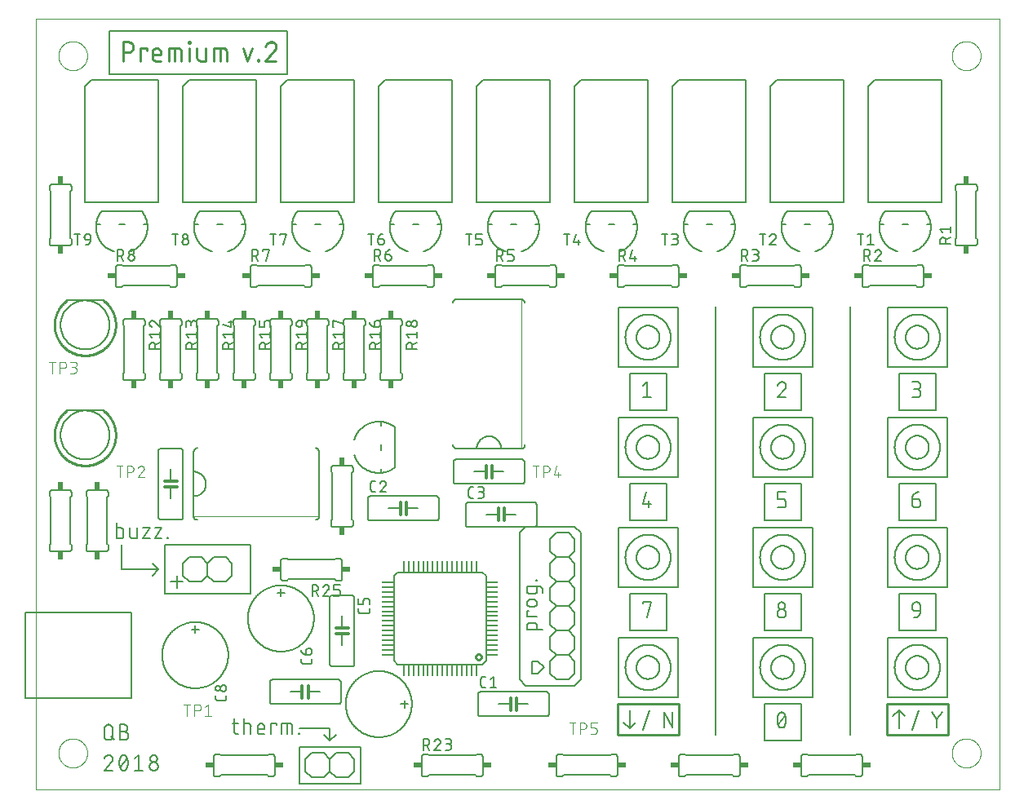
<source format=gto>
G75*
%MOIN*%
%OFA0B0*%
%FSLAX25Y25*%
%IPPOS*%
%LPD*%
%AMOC8*
5,1,8,0,0,1.08239X$1,22.5*
%
%ADD10C,0.00000*%
%ADD11C,0.00600*%
%ADD12C,0.01000*%
%ADD13C,0.00900*%
%ADD14C,0.00700*%
%ADD15C,0.00500*%
%ADD16C,0.00800*%
%ADD17R,0.04724X0.00787*%
%ADD18R,0.00787X0.04724*%
%ADD19C,0.01200*%
%ADD20C,0.00200*%
%ADD21R,0.02400X0.03400*%
%ADD22R,0.03400X0.02400*%
%ADD23C,0.00400*%
D10*
X0005778Y0001300D02*
X0005778Y0316261D01*
X0399478Y0316261D01*
X0399478Y0001300D01*
X0005778Y0001300D01*
X0014873Y0016300D02*
X0014875Y0016453D01*
X0014881Y0016606D01*
X0014891Y0016759D01*
X0014905Y0016912D01*
X0014923Y0017064D01*
X0014945Y0017216D01*
X0014970Y0017367D01*
X0015000Y0017518D01*
X0015033Y0017667D01*
X0015071Y0017816D01*
X0015112Y0017964D01*
X0015157Y0018110D01*
X0015206Y0018255D01*
X0015259Y0018399D01*
X0015315Y0018542D01*
X0015375Y0018683D01*
X0015439Y0018823D01*
X0015506Y0018960D01*
X0015577Y0019096D01*
X0015651Y0019230D01*
X0015729Y0019362D01*
X0015810Y0019492D01*
X0015895Y0019620D01*
X0015983Y0019746D01*
X0016074Y0019869D01*
X0016168Y0019990D01*
X0016265Y0020109D01*
X0016366Y0020225D01*
X0016469Y0020338D01*
X0016576Y0020448D01*
X0016685Y0020556D01*
X0016796Y0020661D01*
X0016911Y0020763D01*
X0017028Y0020862D01*
X0017148Y0020957D01*
X0017270Y0021050D01*
X0017395Y0021140D01*
X0017521Y0021226D01*
X0017650Y0021309D01*
X0017781Y0021388D01*
X0017914Y0021464D01*
X0018049Y0021537D01*
X0018186Y0021606D01*
X0018325Y0021671D01*
X0018465Y0021733D01*
X0018607Y0021791D01*
X0018750Y0021846D01*
X0018895Y0021897D01*
X0019041Y0021944D01*
X0019188Y0021987D01*
X0019336Y0022026D01*
X0019485Y0022062D01*
X0019635Y0022093D01*
X0019786Y0022121D01*
X0019938Y0022145D01*
X0020090Y0022165D01*
X0020242Y0022181D01*
X0020395Y0022193D01*
X0020548Y0022201D01*
X0020701Y0022205D01*
X0020855Y0022205D01*
X0021008Y0022201D01*
X0021161Y0022193D01*
X0021314Y0022181D01*
X0021466Y0022165D01*
X0021618Y0022145D01*
X0021770Y0022121D01*
X0021921Y0022093D01*
X0022071Y0022062D01*
X0022220Y0022026D01*
X0022368Y0021987D01*
X0022515Y0021944D01*
X0022661Y0021897D01*
X0022806Y0021846D01*
X0022949Y0021791D01*
X0023091Y0021733D01*
X0023231Y0021671D01*
X0023370Y0021606D01*
X0023507Y0021537D01*
X0023642Y0021464D01*
X0023775Y0021388D01*
X0023906Y0021309D01*
X0024035Y0021226D01*
X0024161Y0021140D01*
X0024286Y0021050D01*
X0024408Y0020957D01*
X0024528Y0020862D01*
X0024645Y0020763D01*
X0024760Y0020661D01*
X0024871Y0020556D01*
X0024980Y0020448D01*
X0025087Y0020338D01*
X0025190Y0020225D01*
X0025291Y0020109D01*
X0025388Y0019990D01*
X0025482Y0019869D01*
X0025573Y0019746D01*
X0025661Y0019620D01*
X0025746Y0019492D01*
X0025827Y0019362D01*
X0025905Y0019230D01*
X0025979Y0019096D01*
X0026050Y0018960D01*
X0026117Y0018823D01*
X0026181Y0018683D01*
X0026241Y0018542D01*
X0026297Y0018399D01*
X0026350Y0018255D01*
X0026399Y0018110D01*
X0026444Y0017964D01*
X0026485Y0017816D01*
X0026523Y0017667D01*
X0026556Y0017518D01*
X0026586Y0017367D01*
X0026611Y0017216D01*
X0026633Y0017064D01*
X0026651Y0016912D01*
X0026665Y0016759D01*
X0026675Y0016606D01*
X0026681Y0016453D01*
X0026683Y0016300D01*
X0026681Y0016147D01*
X0026675Y0015994D01*
X0026665Y0015841D01*
X0026651Y0015688D01*
X0026633Y0015536D01*
X0026611Y0015384D01*
X0026586Y0015233D01*
X0026556Y0015082D01*
X0026523Y0014933D01*
X0026485Y0014784D01*
X0026444Y0014636D01*
X0026399Y0014490D01*
X0026350Y0014345D01*
X0026297Y0014201D01*
X0026241Y0014058D01*
X0026181Y0013917D01*
X0026117Y0013777D01*
X0026050Y0013640D01*
X0025979Y0013504D01*
X0025905Y0013370D01*
X0025827Y0013238D01*
X0025746Y0013108D01*
X0025661Y0012980D01*
X0025573Y0012854D01*
X0025482Y0012731D01*
X0025388Y0012610D01*
X0025291Y0012491D01*
X0025190Y0012375D01*
X0025087Y0012262D01*
X0024980Y0012152D01*
X0024871Y0012044D01*
X0024760Y0011939D01*
X0024645Y0011837D01*
X0024528Y0011738D01*
X0024408Y0011643D01*
X0024286Y0011550D01*
X0024161Y0011460D01*
X0024035Y0011374D01*
X0023906Y0011291D01*
X0023775Y0011212D01*
X0023642Y0011136D01*
X0023507Y0011063D01*
X0023370Y0010994D01*
X0023231Y0010929D01*
X0023091Y0010867D01*
X0022949Y0010809D01*
X0022806Y0010754D01*
X0022661Y0010703D01*
X0022515Y0010656D01*
X0022368Y0010613D01*
X0022220Y0010574D01*
X0022071Y0010538D01*
X0021921Y0010507D01*
X0021770Y0010479D01*
X0021618Y0010455D01*
X0021466Y0010435D01*
X0021314Y0010419D01*
X0021161Y0010407D01*
X0021008Y0010399D01*
X0020855Y0010395D01*
X0020701Y0010395D01*
X0020548Y0010399D01*
X0020395Y0010407D01*
X0020242Y0010419D01*
X0020090Y0010435D01*
X0019938Y0010455D01*
X0019786Y0010479D01*
X0019635Y0010507D01*
X0019485Y0010538D01*
X0019336Y0010574D01*
X0019188Y0010613D01*
X0019041Y0010656D01*
X0018895Y0010703D01*
X0018750Y0010754D01*
X0018607Y0010809D01*
X0018465Y0010867D01*
X0018325Y0010929D01*
X0018186Y0010994D01*
X0018049Y0011063D01*
X0017914Y0011136D01*
X0017781Y0011212D01*
X0017650Y0011291D01*
X0017521Y0011374D01*
X0017395Y0011460D01*
X0017270Y0011550D01*
X0017148Y0011643D01*
X0017028Y0011738D01*
X0016911Y0011837D01*
X0016796Y0011939D01*
X0016685Y0012044D01*
X0016576Y0012152D01*
X0016469Y0012262D01*
X0016366Y0012375D01*
X0016265Y0012491D01*
X0016168Y0012610D01*
X0016074Y0012731D01*
X0015983Y0012854D01*
X0015895Y0012980D01*
X0015810Y0013108D01*
X0015729Y0013238D01*
X0015651Y0013370D01*
X0015577Y0013504D01*
X0015506Y0013640D01*
X0015439Y0013777D01*
X0015375Y0013917D01*
X0015315Y0014058D01*
X0015259Y0014201D01*
X0015206Y0014345D01*
X0015157Y0014490D01*
X0015112Y0014636D01*
X0015071Y0014784D01*
X0015033Y0014933D01*
X0015000Y0015082D01*
X0014970Y0015233D01*
X0014945Y0015384D01*
X0014923Y0015536D01*
X0014905Y0015688D01*
X0014891Y0015841D01*
X0014881Y0015994D01*
X0014875Y0016147D01*
X0014873Y0016300D01*
X0014873Y0301300D02*
X0014875Y0301453D01*
X0014881Y0301606D01*
X0014891Y0301759D01*
X0014905Y0301912D01*
X0014923Y0302064D01*
X0014945Y0302216D01*
X0014970Y0302367D01*
X0015000Y0302518D01*
X0015033Y0302667D01*
X0015071Y0302816D01*
X0015112Y0302964D01*
X0015157Y0303110D01*
X0015206Y0303255D01*
X0015259Y0303399D01*
X0015315Y0303542D01*
X0015375Y0303683D01*
X0015439Y0303823D01*
X0015506Y0303960D01*
X0015577Y0304096D01*
X0015651Y0304230D01*
X0015729Y0304362D01*
X0015810Y0304492D01*
X0015895Y0304620D01*
X0015983Y0304746D01*
X0016074Y0304869D01*
X0016168Y0304990D01*
X0016265Y0305109D01*
X0016366Y0305225D01*
X0016469Y0305338D01*
X0016576Y0305448D01*
X0016685Y0305556D01*
X0016796Y0305661D01*
X0016911Y0305763D01*
X0017028Y0305862D01*
X0017148Y0305957D01*
X0017270Y0306050D01*
X0017395Y0306140D01*
X0017521Y0306226D01*
X0017650Y0306309D01*
X0017781Y0306388D01*
X0017914Y0306464D01*
X0018049Y0306537D01*
X0018186Y0306606D01*
X0018325Y0306671D01*
X0018465Y0306733D01*
X0018607Y0306791D01*
X0018750Y0306846D01*
X0018895Y0306897D01*
X0019041Y0306944D01*
X0019188Y0306987D01*
X0019336Y0307026D01*
X0019485Y0307062D01*
X0019635Y0307093D01*
X0019786Y0307121D01*
X0019938Y0307145D01*
X0020090Y0307165D01*
X0020242Y0307181D01*
X0020395Y0307193D01*
X0020548Y0307201D01*
X0020701Y0307205D01*
X0020855Y0307205D01*
X0021008Y0307201D01*
X0021161Y0307193D01*
X0021314Y0307181D01*
X0021466Y0307165D01*
X0021618Y0307145D01*
X0021770Y0307121D01*
X0021921Y0307093D01*
X0022071Y0307062D01*
X0022220Y0307026D01*
X0022368Y0306987D01*
X0022515Y0306944D01*
X0022661Y0306897D01*
X0022806Y0306846D01*
X0022949Y0306791D01*
X0023091Y0306733D01*
X0023231Y0306671D01*
X0023370Y0306606D01*
X0023507Y0306537D01*
X0023642Y0306464D01*
X0023775Y0306388D01*
X0023906Y0306309D01*
X0024035Y0306226D01*
X0024161Y0306140D01*
X0024286Y0306050D01*
X0024408Y0305957D01*
X0024528Y0305862D01*
X0024645Y0305763D01*
X0024760Y0305661D01*
X0024871Y0305556D01*
X0024980Y0305448D01*
X0025087Y0305338D01*
X0025190Y0305225D01*
X0025291Y0305109D01*
X0025388Y0304990D01*
X0025482Y0304869D01*
X0025573Y0304746D01*
X0025661Y0304620D01*
X0025746Y0304492D01*
X0025827Y0304362D01*
X0025905Y0304230D01*
X0025979Y0304096D01*
X0026050Y0303960D01*
X0026117Y0303823D01*
X0026181Y0303683D01*
X0026241Y0303542D01*
X0026297Y0303399D01*
X0026350Y0303255D01*
X0026399Y0303110D01*
X0026444Y0302964D01*
X0026485Y0302816D01*
X0026523Y0302667D01*
X0026556Y0302518D01*
X0026586Y0302367D01*
X0026611Y0302216D01*
X0026633Y0302064D01*
X0026651Y0301912D01*
X0026665Y0301759D01*
X0026675Y0301606D01*
X0026681Y0301453D01*
X0026683Y0301300D01*
X0026681Y0301147D01*
X0026675Y0300994D01*
X0026665Y0300841D01*
X0026651Y0300688D01*
X0026633Y0300536D01*
X0026611Y0300384D01*
X0026586Y0300233D01*
X0026556Y0300082D01*
X0026523Y0299933D01*
X0026485Y0299784D01*
X0026444Y0299636D01*
X0026399Y0299490D01*
X0026350Y0299345D01*
X0026297Y0299201D01*
X0026241Y0299058D01*
X0026181Y0298917D01*
X0026117Y0298777D01*
X0026050Y0298640D01*
X0025979Y0298504D01*
X0025905Y0298370D01*
X0025827Y0298238D01*
X0025746Y0298108D01*
X0025661Y0297980D01*
X0025573Y0297854D01*
X0025482Y0297731D01*
X0025388Y0297610D01*
X0025291Y0297491D01*
X0025190Y0297375D01*
X0025087Y0297262D01*
X0024980Y0297152D01*
X0024871Y0297044D01*
X0024760Y0296939D01*
X0024645Y0296837D01*
X0024528Y0296738D01*
X0024408Y0296643D01*
X0024286Y0296550D01*
X0024161Y0296460D01*
X0024035Y0296374D01*
X0023906Y0296291D01*
X0023775Y0296212D01*
X0023642Y0296136D01*
X0023507Y0296063D01*
X0023370Y0295994D01*
X0023231Y0295929D01*
X0023091Y0295867D01*
X0022949Y0295809D01*
X0022806Y0295754D01*
X0022661Y0295703D01*
X0022515Y0295656D01*
X0022368Y0295613D01*
X0022220Y0295574D01*
X0022071Y0295538D01*
X0021921Y0295507D01*
X0021770Y0295479D01*
X0021618Y0295455D01*
X0021466Y0295435D01*
X0021314Y0295419D01*
X0021161Y0295407D01*
X0021008Y0295399D01*
X0020855Y0295395D01*
X0020701Y0295395D01*
X0020548Y0295399D01*
X0020395Y0295407D01*
X0020242Y0295419D01*
X0020090Y0295435D01*
X0019938Y0295455D01*
X0019786Y0295479D01*
X0019635Y0295507D01*
X0019485Y0295538D01*
X0019336Y0295574D01*
X0019188Y0295613D01*
X0019041Y0295656D01*
X0018895Y0295703D01*
X0018750Y0295754D01*
X0018607Y0295809D01*
X0018465Y0295867D01*
X0018325Y0295929D01*
X0018186Y0295994D01*
X0018049Y0296063D01*
X0017914Y0296136D01*
X0017781Y0296212D01*
X0017650Y0296291D01*
X0017521Y0296374D01*
X0017395Y0296460D01*
X0017270Y0296550D01*
X0017148Y0296643D01*
X0017028Y0296738D01*
X0016911Y0296837D01*
X0016796Y0296939D01*
X0016685Y0297044D01*
X0016576Y0297152D01*
X0016469Y0297262D01*
X0016366Y0297375D01*
X0016265Y0297491D01*
X0016168Y0297610D01*
X0016074Y0297731D01*
X0015983Y0297854D01*
X0015895Y0297980D01*
X0015810Y0298108D01*
X0015729Y0298238D01*
X0015651Y0298370D01*
X0015577Y0298504D01*
X0015506Y0298640D01*
X0015439Y0298777D01*
X0015375Y0298917D01*
X0015315Y0299058D01*
X0015259Y0299201D01*
X0015206Y0299345D01*
X0015157Y0299490D01*
X0015112Y0299636D01*
X0015071Y0299784D01*
X0015033Y0299933D01*
X0015000Y0300082D01*
X0014970Y0300233D01*
X0014945Y0300384D01*
X0014923Y0300536D01*
X0014905Y0300688D01*
X0014891Y0300841D01*
X0014881Y0300994D01*
X0014875Y0301147D01*
X0014873Y0301300D01*
X0379873Y0301300D02*
X0379875Y0301453D01*
X0379881Y0301606D01*
X0379891Y0301759D01*
X0379905Y0301912D01*
X0379923Y0302064D01*
X0379945Y0302216D01*
X0379970Y0302367D01*
X0380000Y0302518D01*
X0380033Y0302667D01*
X0380071Y0302816D01*
X0380112Y0302964D01*
X0380157Y0303110D01*
X0380206Y0303255D01*
X0380259Y0303399D01*
X0380315Y0303542D01*
X0380375Y0303683D01*
X0380439Y0303823D01*
X0380506Y0303960D01*
X0380577Y0304096D01*
X0380651Y0304230D01*
X0380729Y0304362D01*
X0380810Y0304492D01*
X0380895Y0304620D01*
X0380983Y0304746D01*
X0381074Y0304869D01*
X0381168Y0304990D01*
X0381265Y0305109D01*
X0381366Y0305225D01*
X0381469Y0305338D01*
X0381576Y0305448D01*
X0381685Y0305556D01*
X0381796Y0305661D01*
X0381911Y0305763D01*
X0382028Y0305862D01*
X0382148Y0305957D01*
X0382270Y0306050D01*
X0382395Y0306140D01*
X0382521Y0306226D01*
X0382650Y0306309D01*
X0382781Y0306388D01*
X0382914Y0306464D01*
X0383049Y0306537D01*
X0383186Y0306606D01*
X0383325Y0306671D01*
X0383465Y0306733D01*
X0383607Y0306791D01*
X0383750Y0306846D01*
X0383895Y0306897D01*
X0384041Y0306944D01*
X0384188Y0306987D01*
X0384336Y0307026D01*
X0384485Y0307062D01*
X0384635Y0307093D01*
X0384786Y0307121D01*
X0384938Y0307145D01*
X0385090Y0307165D01*
X0385242Y0307181D01*
X0385395Y0307193D01*
X0385548Y0307201D01*
X0385701Y0307205D01*
X0385855Y0307205D01*
X0386008Y0307201D01*
X0386161Y0307193D01*
X0386314Y0307181D01*
X0386466Y0307165D01*
X0386618Y0307145D01*
X0386770Y0307121D01*
X0386921Y0307093D01*
X0387071Y0307062D01*
X0387220Y0307026D01*
X0387368Y0306987D01*
X0387515Y0306944D01*
X0387661Y0306897D01*
X0387806Y0306846D01*
X0387949Y0306791D01*
X0388091Y0306733D01*
X0388231Y0306671D01*
X0388370Y0306606D01*
X0388507Y0306537D01*
X0388642Y0306464D01*
X0388775Y0306388D01*
X0388906Y0306309D01*
X0389035Y0306226D01*
X0389161Y0306140D01*
X0389286Y0306050D01*
X0389408Y0305957D01*
X0389528Y0305862D01*
X0389645Y0305763D01*
X0389760Y0305661D01*
X0389871Y0305556D01*
X0389980Y0305448D01*
X0390087Y0305338D01*
X0390190Y0305225D01*
X0390291Y0305109D01*
X0390388Y0304990D01*
X0390482Y0304869D01*
X0390573Y0304746D01*
X0390661Y0304620D01*
X0390746Y0304492D01*
X0390827Y0304362D01*
X0390905Y0304230D01*
X0390979Y0304096D01*
X0391050Y0303960D01*
X0391117Y0303823D01*
X0391181Y0303683D01*
X0391241Y0303542D01*
X0391297Y0303399D01*
X0391350Y0303255D01*
X0391399Y0303110D01*
X0391444Y0302964D01*
X0391485Y0302816D01*
X0391523Y0302667D01*
X0391556Y0302518D01*
X0391586Y0302367D01*
X0391611Y0302216D01*
X0391633Y0302064D01*
X0391651Y0301912D01*
X0391665Y0301759D01*
X0391675Y0301606D01*
X0391681Y0301453D01*
X0391683Y0301300D01*
X0391681Y0301147D01*
X0391675Y0300994D01*
X0391665Y0300841D01*
X0391651Y0300688D01*
X0391633Y0300536D01*
X0391611Y0300384D01*
X0391586Y0300233D01*
X0391556Y0300082D01*
X0391523Y0299933D01*
X0391485Y0299784D01*
X0391444Y0299636D01*
X0391399Y0299490D01*
X0391350Y0299345D01*
X0391297Y0299201D01*
X0391241Y0299058D01*
X0391181Y0298917D01*
X0391117Y0298777D01*
X0391050Y0298640D01*
X0390979Y0298504D01*
X0390905Y0298370D01*
X0390827Y0298238D01*
X0390746Y0298108D01*
X0390661Y0297980D01*
X0390573Y0297854D01*
X0390482Y0297731D01*
X0390388Y0297610D01*
X0390291Y0297491D01*
X0390190Y0297375D01*
X0390087Y0297262D01*
X0389980Y0297152D01*
X0389871Y0297044D01*
X0389760Y0296939D01*
X0389645Y0296837D01*
X0389528Y0296738D01*
X0389408Y0296643D01*
X0389286Y0296550D01*
X0389161Y0296460D01*
X0389035Y0296374D01*
X0388906Y0296291D01*
X0388775Y0296212D01*
X0388642Y0296136D01*
X0388507Y0296063D01*
X0388370Y0295994D01*
X0388231Y0295929D01*
X0388091Y0295867D01*
X0387949Y0295809D01*
X0387806Y0295754D01*
X0387661Y0295703D01*
X0387515Y0295656D01*
X0387368Y0295613D01*
X0387220Y0295574D01*
X0387071Y0295538D01*
X0386921Y0295507D01*
X0386770Y0295479D01*
X0386618Y0295455D01*
X0386466Y0295435D01*
X0386314Y0295419D01*
X0386161Y0295407D01*
X0386008Y0295399D01*
X0385855Y0295395D01*
X0385701Y0295395D01*
X0385548Y0295399D01*
X0385395Y0295407D01*
X0385242Y0295419D01*
X0385090Y0295435D01*
X0384938Y0295455D01*
X0384786Y0295479D01*
X0384635Y0295507D01*
X0384485Y0295538D01*
X0384336Y0295574D01*
X0384188Y0295613D01*
X0384041Y0295656D01*
X0383895Y0295703D01*
X0383750Y0295754D01*
X0383607Y0295809D01*
X0383465Y0295867D01*
X0383325Y0295929D01*
X0383186Y0295994D01*
X0383049Y0296063D01*
X0382914Y0296136D01*
X0382781Y0296212D01*
X0382650Y0296291D01*
X0382521Y0296374D01*
X0382395Y0296460D01*
X0382270Y0296550D01*
X0382148Y0296643D01*
X0382028Y0296738D01*
X0381911Y0296837D01*
X0381796Y0296939D01*
X0381685Y0297044D01*
X0381576Y0297152D01*
X0381469Y0297262D01*
X0381366Y0297375D01*
X0381265Y0297491D01*
X0381168Y0297610D01*
X0381074Y0297731D01*
X0380983Y0297854D01*
X0380895Y0297980D01*
X0380810Y0298108D01*
X0380729Y0298238D01*
X0380651Y0298370D01*
X0380577Y0298504D01*
X0380506Y0298640D01*
X0380439Y0298777D01*
X0380375Y0298917D01*
X0380315Y0299058D01*
X0380259Y0299201D01*
X0380206Y0299345D01*
X0380157Y0299490D01*
X0380112Y0299636D01*
X0380071Y0299784D01*
X0380033Y0299933D01*
X0380000Y0300082D01*
X0379970Y0300233D01*
X0379945Y0300384D01*
X0379923Y0300536D01*
X0379905Y0300688D01*
X0379891Y0300841D01*
X0379881Y0300994D01*
X0379875Y0301147D01*
X0379873Y0301300D01*
X0379873Y0016300D02*
X0379875Y0016453D01*
X0379881Y0016606D01*
X0379891Y0016759D01*
X0379905Y0016912D01*
X0379923Y0017064D01*
X0379945Y0017216D01*
X0379970Y0017367D01*
X0380000Y0017518D01*
X0380033Y0017667D01*
X0380071Y0017816D01*
X0380112Y0017964D01*
X0380157Y0018110D01*
X0380206Y0018255D01*
X0380259Y0018399D01*
X0380315Y0018542D01*
X0380375Y0018683D01*
X0380439Y0018823D01*
X0380506Y0018960D01*
X0380577Y0019096D01*
X0380651Y0019230D01*
X0380729Y0019362D01*
X0380810Y0019492D01*
X0380895Y0019620D01*
X0380983Y0019746D01*
X0381074Y0019869D01*
X0381168Y0019990D01*
X0381265Y0020109D01*
X0381366Y0020225D01*
X0381469Y0020338D01*
X0381576Y0020448D01*
X0381685Y0020556D01*
X0381796Y0020661D01*
X0381911Y0020763D01*
X0382028Y0020862D01*
X0382148Y0020957D01*
X0382270Y0021050D01*
X0382395Y0021140D01*
X0382521Y0021226D01*
X0382650Y0021309D01*
X0382781Y0021388D01*
X0382914Y0021464D01*
X0383049Y0021537D01*
X0383186Y0021606D01*
X0383325Y0021671D01*
X0383465Y0021733D01*
X0383607Y0021791D01*
X0383750Y0021846D01*
X0383895Y0021897D01*
X0384041Y0021944D01*
X0384188Y0021987D01*
X0384336Y0022026D01*
X0384485Y0022062D01*
X0384635Y0022093D01*
X0384786Y0022121D01*
X0384938Y0022145D01*
X0385090Y0022165D01*
X0385242Y0022181D01*
X0385395Y0022193D01*
X0385548Y0022201D01*
X0385701Y0022205D01*
X0385855Y0022205D01*
X0386008Y0022201D01*
X0386161Y0022193D01*
X0386314Y0022181D01*
X0386466Y0022165D01*
X0386618Y0022145D01*
X0386770Y0022121D01*
X0386921Y0022093D01*
X0387071Y0022062D01*
X0387220Y0022026D01*
X0387368Y0021987D01*
X0387515Y0021944D01*
X0387661Y0021897D01*
X0387806Y0021846D01*
X0387949Y0021791D01*
X0388091Y0021733D01*
X0388231Y0021671D01*
X0388370Y0021606D01*
X0388507Y0021537D01*
X0388642Y0021464D01*
X0388775Y0021388D01*
X0388906Y0021309D01*
X0389035Y0021226D01*
X0389161Y0021140D01*
X0389286Y0021050D01*
X0389408Y0020957D01*
X0389528Y0020862D01*
X0389645Y0020763D01*
X0389760Y0020661D01*
X0389871Y0020556D01*
X0389980Y0020448D01*
X0390087Y0020338D01*
X0390190Y0020225D01*
X0390291Y0020109D01*
X0390388Y0019990D01*
X0390482Y0019869D01*
X0390573Y0019746D01*
X0390661Y0019620D01*
X0390746Y0019492D01*
X0390827Y0019362D01*
X0390905Y0019230D01*
X0390979Y0019096D01*
X0391050Y0018960D01*
X0391117Y0018823D01*
X0391181Y0018683D01*
X0391241Y0018542D01*
X0391297Y0018399D01*
X0391350Y0018255D01*
X0391399Y0018110D01*
X0391444Y0017964D01*
X0391485Y0017816D01*
X0391523Y0017667D01*
X0391556Y0017518D01*
X0391586Y0017367D01*
X0391611Y0017216D01*
X0391633Y0017064D01*
X0391651Y0016912D01*
X0391665Y0016759D01*
X0391675Y0016606D01*
X0391681Y0016453D01*
X0391683Y0016300D01*
X0391681Y0016147D01*
X0391675Y0015994D01*
X0391665Y0015841D01*
X0391651Y0015688D01*
X0391633Y0015536D01*
X0391611Y0015384D01*
X0391586Y0015233D01*
X0391556Y0015082D01*
X0391523Y0014933D01*
X0391485Y0014784D01*
X0391444Y0014636D01*
X0391399Y0014490D01*
X0391350Y0014345D01*
X0391297Y0014201D01*
X0391241Y0014058D01*
X0391181Y0013917D01*
X0391117Y0013777D01*
X0391050Y0013640D01*
X0390979Y0013504D01*
X0390905Y0013370D01*
X0390827Y0013238D01*
X0390746Y0013108D01*
X0390661Y0012980D01*
X0390573Y0012854D01*
X0390482Y0012731D01*
X0390388Y0012610D01*
X0390291Y0012491D01*
X0390190Y0012375D01*
X0390087Y0012262D01*
X0389980Y0012152D01*
X0389871Y0012044D01*
X0389760Y0011939D01*
X0389645Y0011837D01*
X0389528Y0011738D01*
X0389408Y0011643D01*
X0389286Y0011550D01*
X0389161Y0011460D01*
X0389035Y0011374D01*
X0388906Y0011291D01*
X0388775Y0011212D01*
X0388642Y0011136D01*
X0388507Y0011063D01*
X0388370Y0010994D01*
X0388231Y0010929D01*
X0388091Y0010867D01*
X0387949Y0010809D01*
X0387806Y0010754D01*
X0387661Y0010703D01*
X0387515Y0010656D01*
X0387368Y0010613D01*
X0387220Y0010574D01*
X0387071Y0010538D01*
X0386921Y0010507D01*
X0386770Y0010479D01*
X0386618Y0010455D01*
X0386466Y0010435D01*
X0386314Y0010419D01*
X0386161Y0010407D01*
X0386008Y0010399D01*
X0385855Y0010395D01*
X0385701Y0010395D01*
X0385548Y0010399D01*
X0385395Y0010407D01*
X0385242Y0010419D01*
X0385090Y0010435D01*
X0384938Y0010455D01*
X0384786Y0010479D01*
X0384635Y0010507D01*
X0384485Y0010538D01*
X0384336Y0010574D01*
X0384188Y0010613D01*
X0384041Y0010656D01*
X0383895Y0010703D01*
X0383750Y0010754D01*
X0383607Y0010809D01*
X0383465Y0010867D01*
X0383325Y0010929D01*
X0383186Y0010994D01*
X0383049Y0011063D01*
X0382914Y0011136D01*
X0382781Y0011212D01*
X0382650Y0011291D01*
X0382521Y0011374D01*
X0382395Y0011460D01*
X0382270Y0011550D01*
X0382148Y0011643D01*
X0382028Y0011738D01*
X0381911Y0011837D01*
X0381796Y0011939D01*
X0381685Y0012044D01*
X0381576Y0012152D01*
X0381469Y0012262D01*
X0381366Y0012375D01*
X0381265Y0012491D01*
X0381168Y0012610D01*
X0381074Y0012731D01*
X0380983Y0012854D01*
X0380895Y0012980D01*
X0380810Y0013108D01*
X0380729Y0013238D01*
X0380651Y0013370D01*
X0380577Y0013504D01*
X0380506Y0013640D01*
X0380439Y0013777D01*
X0380375Y0013917D01*
X0380315Y0014058D01*
X0380259Y0014201D01*
X0380206Y0014345D01*
X0380157Y0014490D01*
X0380112Y0014636D01*
X0380071Y0014784D01*
X0380033Y0014933D01*
X0380000Y0015082D01*
X0379970Y0015233D01*
X0379945Y0015384D01*
X0379923Y0015536D01*
X0379905Y0015688D01*
X0379891Y0015841D01*
X0379881Y0015994D01*
X0379875Y0016147D01*
X0379873Y0016300D01*
D11*
X0373821Y0026600D02*
X0373821Y0029978D01*
X0375954Y0033000D01*
X0373821Y0029978D02*
X0371687Y0033000D01*
X0366422Y0033711D02*
X0363578Y0025889D01*
X0358278Y0026300D02*
X0358278Y0033800D01*
X0360778Y0031300D01*
X0358278Y0033800D02*
X0355778Y0031300D01*
X0338278Y0023800D02*
X0338278Y0198800D01*
X0344278Y0206800D02*
X0345778Y0206800D01*
X0346278Y0207300D01*
X0365278Y0207300D01*
X0365778Y0206800D01*
X0367278Y0206800D01*
X0367338Y0206802D01*
X0367399Y0206807D01*
X0367458Y0206816D01*
X0367517Y0206829D01*
X0367576Y0206845D01*
X0367633Y0206865D01*
X0367688Y0206888D01*
X0367743Y0206915D01*
X0367795Y0206944D01*
X0367846Y0206977D01*
X0367895Y0207013D01*
X0367941Y0207051D01*
X0367985Y0207093D01*
X0368027Y0207137D01*
X0368065Y0207183D01*
X0368101Y0207232D01*
X0368134Y0207283D01*
X0368163Y0207335D01*
X0368190Y0207390D01*
X0368213Y0207445D01*
X0368233Y0207502D01*
X0368249Y0207561D01*
X0368262Y0207620D01*
X0368271Y0207679D01*
X0368276Y0207740D01*
X0368278Y0207800D01*
X0368278Y0214800D01*
X0368276Y0214860D01*
X0368271Y0214921D01*
X0368262Y0214980D01*
X0368249Y0215039D01*
X0368233Y0215098D01*
X0368213Y0215155D01*
X0368190Y0215210D01*
X0368163Y0215265D01*
X0368134Y0215317D01*
X0368101Y0215368D01*
X0368065Y0215417D01*
X0368027Y0215463D01*
X0367985Y0215507D01*
X0367941Y0215549D01*
X0367895Y0215587D01*
X0367846Y0215623D01*
X0367795Y0215656D01*
X0367743Y0215685D01*
X0367688Y0215712D01*
X0367633Y0215735D01*
X0367576Y0215755D01*
X0367517Y0215771D01*
X0367458Y0215784D01*
X0367399Y0215793D01*
X0367338Y0215798D01*
X0367278Y0215800D01*
X0365778Y0215800D01*
X0365278Y0215300D01*
X0346278Y0215300D01*
X0345778Y0215800D01*
X0344278Y0215800D01*
X0344218Y0215798D01*
X0344157Y0215793D01*
X0344098Y0215784D01*
X0344039Y0215771D01*
X0343980Y0215755D01*
X0343923Y0215735D01*
X0343868Y0215712D01*
X0343813Y0215685D01*
X0343761Y0215656D01*
X0343710Y0215623D01*
X0343661Y0215587D01*
X0343615Y0215549D01*
X0343571Y0215507D01*
X0343529Y0215463D01*
X0343491Y0215417D01*
X0343455Y0215368D01*
X0343422Y0215317D01*
X0343393Y0215265D01*
X0343366Y0215210D01*
X0343343Y0215155D01*
X0343323Y0215098D01*
X0343307Y0215039D01*
X0343294Y0214980D01*
X0343285Y0214921D01*
X0343280Y0214860D01*
X0343278Y0214800D01*
X0343278Y0207800D01*
X0343280Y0207740D01*
X0343285Y0207679D01*
X0343294Y0207620D01*
X0343307Y0207561D01*
X0343323Y0207502D01*
X0343343Y0207445D01*
X0343366Y0207390D01*
X0343393Y0207335D01*
X0343422Y0207283D01*
X0343455Y0207232D01*
X0343491Y0207183D01*
X0343529Y0207137D01*
X0343571Y0207093D01*
X0343615Y0207051D01*
X0343661Y0207013D01*
X0343710Y0206977D01*
X0343761Y0206944D01*
X0343813Y0206915D01*
X0343868Y0206888D01*
X0343923Y0206865D01*
X0343980Y0206845D01*
X0344039Y0206829D01*
X0344098Y0206816D01*
X0344157Y0206807D01*
X0344218Y0206802D01*
X0344278Y0206800D01*
X0318278Y0207800D02*
X0318278Y0214800D01*
X0318276Y0214860D01*
X0318271Y0214921D01*
X0318262Y0214980D01*
X0318249Y0215039D01*
X0318233Y0215098D01*
X0318213Y0215155D01*
X0318190Y0215210D01*
X0318163Y0215265D01*
X0318134Y0215317D01*
X0318101Y0215368D01*
X0318065Y0215417D01*
X0318027Y0215463D01*
X0317985Y0215507D01*
X0317941Y0215549D01*
X0317895Y0215587D01*
X0317846Y0215623D01*
X0317795Y0215656D01*
X0317743Y0215685D01*
X0317688Y0215712D01*
X0317633Y0215735D01*
X0317576Y0215755D01*
X0317517Y0215771D01*
X0317458Y0215784D01*
X0317399Y0215793D01*
X0317338Y0215798D01*
X0317278Y0215800D01*
X0315778Y0215800D01*
X0315278Y0215300D01*
X0296278Y0215300D01*
X0295778Y0215800D01*
X0294278Y0215800D01*
X0294218Y0215798D01*
X0294157Y0215793D01*
X0294098Y0215784D01*
X0294039Y0215771D01*
X0293980Y0215755D01*
X0293923Y0215735D01*
X0293868Y0215712D01*
X0293813Y0215685D01*
X0293761Y0215656D01*
X0293710Y0215623D01*
X0293661Y0215587D01*
X0293615Y0215549D01*
X0293571Y0215507D01*
X0293529Y0215463D01*
X0293491Y0215417D01*
X0293455Y0215368D01*
X0293422Y0215317D01*
X0293393Y0215265D01*
X0293366Y0215210D01*
X0293343Y0215155D01*
X0293323Y0215098D01*
X0293307Y0215039D01*
X0293294Y0214980D01*
X0293285Y0214921D01*
X0293280Y0214860D01*
X0293278Y0214800D01*
X0293278Y0207800D01*
X0293280Y0207740D01*
X0293285Y0207679D01*
X0293294Y0207620D01*
X0293307Y0207561D01*
X0293323Y0207502D01*
X0293343Y0207445D01*
X0293366Y0207390D01*
X0293393Y0207335D01*
X0293422Y0207283D01*
X0293455Y0207232D01*
X0293491Y0207183D01*
X0293529Y0207137D01*
X0293571Y0207093D01*
X0293615Y0207051D01*
X0293661Y0207013D01*
X0293710Y0206977D01*
X0293761Y0206944D01*
X0293813Y0206915D01*
X0293868Y0206888D01*
X0293923Y0206865D01*
X0293980Y0206845D01*
X0294039Y0206829D01*
X0294098Y0206816D01*
X0294157Y0206807D01*
X0294218Y0206802D01*
X0294278Y0206800D01*
X0295778Y0206800D01*
X0296278Y0207300D01*
X0315278Y0207300D01*
X0315778Y0206800D01*
X0317278Y0206800D01*
X0317338Y0206802D01*
X0317399Y0206807D01*
X0317458Y0206816D01*
X0317517Y0206829D01*
X0317576Y0206845D01*
X0317633Y0206865D01*
X0317688Y0206888D01*
X0317743Y0206915D01*
X0317795Y0206944D01*
X0317846Y0206977D01*
X0317895Y0207013D01*
X0317941Y0207051D01*
X0317985Y0207093D01*
X0318027Y0207137D01*
X0318065Y0207183D01*
X0318101Y0207232D01*
X0318134Y0207283D01*
X0318163Y0207335D01*
X0318190Y0207390D01*
X0318213Y0207445D01*
X0318233Y0207502D01*
X0318249Y0207561D01*
X0318262Y0207620D01*
X0318271Y0207679D01*
X0318276Y0207740D01*
X0318278Y0207800D01*
X0283278Y0198800D02*
X0283278Y0023800D01*
X0290778Y0015800D02*
X0290278Y0015300D01*
X0271278Y0015300D01*
X0270778Y0015800D01*
X0269278Y0015800D01*
X0269218Y0015798D01*
X0269157Y0015793D01*
X0269098Y0015784D01*
X0269039Y0015771D01*
X0268980Y0015755D01*
X0268923Y0015735D01*
X0268868Y0015712D01*
X0268813Y0015685D01*
X0268761Y0015656D01*
X0268710Y0015623D01*
X0268661Y0015587D01*
X0268615Y0015549D01*
X0268571Y0015507D01*
X0268529Y0015463D01*
X0268491Y0015417D01*
X0268455Y0015368D01*
X0268422Y0015317D01*
X0268393Y0015265D01*
X0268366Y0015210D01*
X0268343Y0015155D01*
X0268323Y0015098D01*
X0268307Y0015039D01*
X0268294Y0014980D01*
X0268285Y0014921D01*
X0268280Y0014860D01*
X0268278Y0014800D01*
X0268278Y0007800D01*
X0268280Y0007740D01*
X0268285Y0007679D01*
X0268294Y0007620D01*
X0268307Y0007561D01*
X0268323Y0007502D01*
X0268343Y0007445D01*
X0268366Y0007390D01*
X0268393Y0007335D01*
X0268422Y0007283D01*
X0268455Y0007232D01*
X0268491Y0007183D01*
X0268529Y0007137D01*
X0268571Y0007093D01*
X0268615Y0007051D01*
X0268661Y0007013D01*
X0268710Y0006977D01*
X0268761Y0006944D01*
X0268813Y0006915D01*
X0268868Y0006888D01*
X0268923Y0006865D01*
X0268980Y0006845D01*
X0269039Y0006829D01*
X0269098Y0006816D01*
X0269157Y0006807D01*
X0269218Y0006802D01*
X0269278Y0006800D01*
X0270778Y0006800D01*
X0271278Y0007300D01*
X0290278Y0007300D01*
X0290778Y0006800D01*
X0292278Y0006800D01*
X0292338Y0006802D01*
X0292399Y0006807D01*
X0292458Y0006816D01*
X0292517Y0006829D01*
X0292576Y0006845D01*
X0292633Y0006865D01*
X0292688Y0006888D01*
X0292743Y0006915D01*
X0292795Y0006944D01*
X0292846Y0006977D01*
X0292895Y0007013D01*
X0292941Y0007051D01*
X0292985Y0007093D01*
X0293027Y0007137D01*
X0293065Y0007183D01*
X0293101Y0007232D01*
X0293134Y0007283D01*
X0293163Y0007335D01*
X0293190Y0007390D01*
X0293213Y0007445D01*
X0293233Y0007502D01*
X0293249Y0007561D01*
X0293262Y0007620D01*
X0293271Y0007679D01*
X0293276Y0007740D01*
X0293278Y0007800D01*
X0293278Y0014800D01*
X0293276Y0014860D01*
X0293271Y0014921D01*
X0293262Y0014980D01*
X0293249Y0015039D01*
X0293233Y0015098D01*
X0293213Y0015155D01*
X0293190Y0015210D01*
X0293163Y0015265D01*
X0293134Y0015317D01*
X0293101Y0015368D01*
X0293065Y0015417D01*
X0293027Y0015463D01*
X0292985Y0015507D01*
X0292941Y0015549D01*
X0292895Y0015587D01*
X0292846Y0015623D01*
X0292795Y0015656D01*
X0292743Y0015685D01*
X0292688Y0015712D01*
X0292633Y0015735D01*
X0292576Y0015755D01*
X0292517Y0015771D01*
X0292458Y0015784D01*
X0292399Y0015793D01*
X0292338Y0015798D01*
X0292278Y0015800D01*
X0290778Y0015800D01*
X0303278Y0021300D02*
X0303278Y0036300D01*
X0318278Y0036300D01*
X0318278Y0021300D01*
X0303278Y0021300D01*
X0308933Y0028022D02*
X0311778Y0031578D01*
X0311600Y0032111D02*
X0311575Y0032177D01*
X0311547Y0032242D01*
X0311515Y0032306D01*
X0311480Y0032367D01*
X0311441Y0032427D01*
X0311400Y0032485D01*
X0311355Y0032540D01*
X0311307Y0032592D01*
X0311257Y0032642D01*
X0311204Y0032690D01*
X0311149Y0032734D01*
X0311091Y0032775D01*
X0311031Y0032813D01*
X0310969Y0032848D01*
X0310905Y0032879D01*
X0310840Y0032907D01*
X0310773Y0032932D01*
X0310706Y0032952D01*
X0310637Y0032969D01*
X0310567Y0032983D01*
X0310497Y0032992D01*
X0310426Y0032998D01*
X0310355Y0033000D01*
X0310284Y0032998D01*
X0310213Y0032992D01*
X0310143Y0032983D01*
X0310073Y0032969D01*
X0310004Y0032952D01*
X0309937Y0032932D01*
X0309870Y0032907D01*
X0309805Y0032879D01*
X0309741Y0032848D01*
X0309679Y0032813D01*
X0309619Y0032775D01*
X0309561Y0032734D01*
X0309506Y0032690D01*
X0309453Y0032642D01*
X0309403Y0032592D01*
X0309355Y0032540D01*
X0309310Y0032485D01*
X0309269Y0032427D01*
X0309230Y0032367D01*
X0309195Y0032306D01*
X0309163Y0032242D01*
X0309135Y0032177D01*
X0309110Y0032111D01*
X0311600Y0032111D02*
X0311660Y0031984D01*
X0311716Y0031855D01*
X0311769Y0031725D01*
X0311819Y0031593D01*
X0311865Y0031460D01*
X0311907Y0031326D01*
X0311946Y0031191D01*
X0311982Y0031054D01*
X0312013Y0030917D01*
X0312041Y0030779D01*
X0312066Y0030641D01*
X0312086Y0030502D01*
X0312103Y0030362D01*
X0312116Y0030222D01*
X0312125Y0030081D01*
X0312131Y0029941D01*
X0312133Y0029800D01*
X0308578Y0029800D02*
X0308580Y0029941D01*
X0308586Y0030081D01*
X0308595Y0030222D01*
X0308608Y0030362D01*
X0308625Y0030502D01*
X0308645Y0030641D01*
X0308670Y0030779D01*
X0308698Y0030917D01*
X0308729Y0031054D01*
X0308765Y0031191D01*
X0308804Y0031326D01*
X0308846Y0031460D01*
X0308892Y0031593D01*
X0308942Y0031725D01*
X0308995Y0031855D01*
X0309051Y0031984D01*
X0309111Y0032111D01*
X0312133Y0029800D02*
X0312131Y0029659D01*
X0312125Y0029519D01*
X0312116Y0029378D01*
X0312103Y0029238D01*
X0312086Y0029098D01*
X0312066Y0028959D01*
X0312041Y0028821D01*
X0312013Y0028683D01*
X0311982Y0028546D01*
X0311946Y0028409D01*
X0311907Y0028274D01*
X0311865Y0028140D01*
X0311819Y0028007D01*
X0311769Y0027875D01*
X0311716Y0027745D01*
X0311660Y0027616D01*
X0311600Y0027489D01*
X0310355Y0026600D02*
X0310284Y0026602D01*
X0310213Y0026608D01*
X0310143Y0026617D01*
X0310073Y0026631D01*
X0310004Y0026648D01*
X0309937Y0026668D01*
X0309870Y0026693D01*
X0309805Y0026721D01*
X0309741Y0026752D01*
X0309679Y0026787D01*
X0309619Y0026825D01*
X0309561Y0026866D01*
X0309506Y0026910D01*
X0309453Y0026958D01*
X0309403Y0027008D01*
X0309355Y0027060D01*
X0309310Y0027115D01*
X0309269Y0027173D01*
X0309230Y0027233D01*
X0309195Y0027294D01*
X0309163Y0027358D01*
X0309135Y0027423D01*
X0309110Y0027489D01*
X0310355Y0026600D02*
X0310426Y0026602D01*
X0310497Y0026608D01*
X0310567Y0026617D01*
X0310637Y0026631D01*
X0310706Y0026648D01*
X0310773Y0026668D01*
X0310840Y0026693D01*
X0310905Y0026721D01*
X0310969Y0026752D01*
X0311031Y0026787D01*
X0311091Y0026825D01*
X0311148Y0026866D01*
X0311204Y0026910D01*
X0311257Y0026958D01*
X0311307Y0027008D01*
X0311355Y0027060D01*
X0311400Y0027115D01*
X0311441Y0027173D01*
X0311480Y0027233D01*
X0311515Y0027294D01*
X0311547Y0027358D01*
X0311575Y0027423D01*
X0311600Y0027489D01*
X0309111Y0027489D02*
X0309051Y0027616D01*
X0308995Y0027745D01*
X0308942Y0027875D01*
X0308892Y0028007D01*
X0308846Y0028140D01*
X0308804Y0028274D01*
X0308765Y0028409D01*
X0308729Y0028546D01*
X0308698Y0028683D01*
X0308670Y0028821D01*
X0308645Y0028959D01*
X0308625Y0029098D01*
X0308608Y0029238D01*
X0308595Y0029378D01*
X0308586Y0029519D01*
X0308580Y0029659D01*
X0308578Y0029800D01*
X0319278Y0015800D02*
X0320778Y0015800D01*
X0321278Y0015300D01*
X0340278Y0015300D01*
X0340778Y0015800D01*
X0342278Y0015800D01*
X0342338Y0015798D01*
X0342399Y0015793D01*
X0342458Y0015784D01*
X0342517Y0015771D01*
X0342576Y0015755D01*
X0342633Y0015735D01*
X0342688Y0015712D01*
X0342743Y0015685D01*
X0342795Y0015656D01*
X0342846Y0015623D01*
X0342895Y0015587D01*
X0342941Y0015549D01*
X0342985Y0015507D01*
X0343027Y0015463D01*
X0343065Y0015417D01*
X0343101Y0015368D01*
X0343134Y0015317D01*
X0343163Y0015265D01*
X0343190Y0015210D01*
X0343213Y0015155D01*
X0343233Y0015098D01*
X0343249Y0015039D01*
X0343262Y0014980D01*
X0343271Y0014921D01*
X0343276Y0014860D01*
X0343278Y0014800D01*
X0343278Y0007800D01*
X0343276Y0007740D01*
X0343271Y0007679D01*
X0343262Y0007620D01*
X0343249Y0007561D01*
X0343233Y0007502D01*
X0343213Y0007445D01*
X0343190Y0007390D01*
X0343163Y0007335D01*
X0343134Y0007283D01*
X0343101Y0007232D01*
X0343065Y0007183D01*
X0343027Y0007137D01*
X0342985Y0007093D01*
X0342941Y0007051D01*
X0342895Y0007013D01*
X0342846Y0006977D01*
X0342795Y0006944D01*
X0342743Y0006915D01*
X0342688Y0006888D01*
X0342633Y0006865D01*
X0342576Y0006845D01*
X0342517Y0006829D01*
X0342458Y0006816D01*
X0342399Y0006807D01*
X0342338Y0006802D01*
X0342278Y0006800D01*
X0340778Y0006800D01*
X0340278Y0007300D01*
X0321278Y0007300D01*
X0320778Y0006800D01*
X0319278Y0006800D01*
X0319218Y0006802D01*
X0319157Y0006807D01*
X0319098Y0006816D01*
X0319039Y0006829D01*
X0318980Y0006845D01*
X0318923Y0006865D01*
X0318868Y0006888D01*
X0318813Y0006915D01*
X0318761Y0006944D01*
X0318710Y0006977D01*
X0318661Y0007013D01*
X0318615Y0007051D01*
X0318571Y0007093D01*
X0318529Y0007137D01*
X0318491Y0007183D01*
X0318455Y0007232D01*
X0318422Y0007283D01*
X0318393Y0007335D01*
X0318366Y0007390D01*
X0318343Y0007445D01*
X0318323Y0007502D01*
X0318307Y0007561D01*
X0318294Y0007620D01*
X0318285Y0007679D01*
X0318280Y0007740D01*
X0318278Y0007800D01*
X0318278Y0014800D01*
X0318280Y0014860D01*
X0318285Y0014921D01*
X0318294Y0014980D01*
X0318307Y0015039D01*
X0318323Y0015098D01*
X0318343Y0015155D01*
X0318366Y0015210D01*
X0318393Y0015265D01*
X0318422Y0015317D01*
X0318455Y0015368D01*
X0318491Y0015417D01*
X0318529Y0015463D01*
X0318571Y0015507D01*
X0318615Y0015549D01*
X0318661Y0015587D01*
X0318710Y0015623D01*
X0318761Y0015656D01*
X0318813Y0015685D01*
X0318868Y0015712D01*
X0318923Y0015735D01*
X0318980Y0015755D01*
X0319039Y0015771D01*
X0319098Y0015784D01*
X0319157Y0015793D01*
X0319218Y0015798D01*
X0319278Y0015800D01*
X0265803Y0026600D02*
X0265803Y0033000D01*
X0262248Y0033000D02*
X0265803Y0026600D01*
X0262248Y0026600D02*
X0262248Y0033000D01*
X0256422Y0033711D02*
X0253578Y0025889D01*
X0250778Y0028800D02*
X0248278Y0026300D01*
X0245778Y0028800D01*
X0248278Y0026300D02*
X0248278Y0033800D01*
X0228278Y0046300D02*
X0225778Y0043800D01*
X0205778Y0043800D01*
X0203278Y0046300D01*
X0203278Y0106300D01*
X0205778Y0108800D01*
X0225778Y0108800D01*
X0228278Y0106300D01*
X0228278Y0046300D01*
X0225778Y0048800D02*
X0225778Y0053800D01*
X0223278Y0056300D01*
X0225778Y0058800D01*
X0225778Y0063800D01*
X0223278Y0066300D01*
X0218278Y0066300D01*
X0215778Y0063800D01*
X0215778Y0058800D01*
X0218278Y0056300D01*
X0223278Y0056300D01*
X0218278Y0056300D02*
X0215778Y0053800D01*
X0215778Y0048800D01*
X0218278Y0046300D01*
X0223278Y0046300D01*
X0225778Y0048800D01*
X0213278Y0051300D02*
X0210778Y0053800D01*
X0208278Y0053800D01*
X0208278Y0048800D01*
X0210778Y0048800D01*
X0213278Y0051300D01*
X0214278Y0041300D02*
X0187278Y0041300D01*
X0187218Y0041298D01*
X0187157Y0041293D01*
X0187098Y0041284D01*
X0187039Y0041271D01*
X0186980Y0041255D01*
X0186923Y0041235D01*
X0186868Y0041212D01*
X0186813Y0041185D01*
X0186761Y0041156D01*
X0186710Y0041123D01*
X0186661Y0041087D01*
X0186615Y0041049D01*
X0186571Y0041007D01*
X0186529Y0040963D01*
X0186491Y0040917D01*
X0186455Y0040868D01*
X0186422Y0040817D01*
X0186393Y0040765D01*
X0186366Y0040710D01*
X0186343Y0040655D01*
X0186323Y0040598D01*
X0186307Y0040539D01*
X0186294Y0040480D01*
X0186285Y0040421D01*
X0186280Y0040360D01*
X0186278Y0040300D01*
X0186278Y0032300D01*
X0186280Y0032240D01*
X0186285Y0032179D01*
X0186294Y0032120D01*
X0186307Y0032061D01*
X0186323Y0032002D01*
X0186343Y0031945D01*
X0186366Y0031890D01*
X0186393Y0031835D01*
X0186422Y0031783D01*
X0186455Y0031732D01*
X0186491Y0031683D01*
X0186529Y0031637D01*
X0186571Y0031593D01*
X0186615Y0031551D01*
X0186661Y0031513D01*
X0186710Y0031477D01*
X0186761Y0031444D01*
X0186813Y0031415D01*
X0186868Y0031388D01*
X0186923Y0031365D01*
X0186980Y0031345D01*
X0187039Y0031329D01*
X0187098Y0031316D01*
X0187157Y0031307D01*
X0187218Y0031302D01*
X0187278Y0031300D01*
X0214278Y0031300D01*
X0214338Y0031302D01*
X0214399Y0031307D01*
X0214458Y0031316D01*
X0214517Y0031329D01*
X0214576Y0031345D01*
X0214633Y0031365D01*
X0214688Y0031388D01*
X0214743Y0031415D01*
X0214795Y0031444D01*
X0214846Y0031477D01*
X0214895Y0031513D01*
X0214941Y0031551D01*
X0214985Y0031593D01*
X0215027Y0031637D01*
X0215065Y0031683D01*
X0215101Y0031732D01*
X0215134Y0031783D01*
X0215163Y0031835D01*
X0215190Y0031890D01*
X0215213Y0031945D01*
X0215233Y0032002D01*
X0215249Y0032061D01*
X0215262Y0032120D01*
X0215271Y0032179D01*
X0215276Y0032240D01*
X0215278Y0032300D01*
X0215278Y0040300D01*
X0215276Y0040360D01*
X0215271Y0040421D01*
X0215262Y0040480D01*
X0215249Y0040539D01*
X0215233Y0040598D01*
X0215213Y0040655D01*
X0215190Y0040710D01*
X0215163Y0040765D01*
X0215134Y0040817D01*
X0215101Y0040868D01*
X0215065Y0040917D01*
X0215027Y0040963D01*
X0214985Y0041007D01*
X0214941Y0041049D01*
X0214895Y0041087D01*
X0214846Y0041123D01*
X0214795Y0041156D01*
X0214743Y0041185D01*
X0214688Y0041212D01*
X0214633Y0041235D01*
X0214576Y0041255D01*
X0214517Y0041271D01*
X0214458Y0041284D01*
X0214399Y0041293D01*
X0214338Y0041298D01*
X0214278Y0041300D01*
X0206778Y0036300D02*
X0202078Y0036300D01*
X0199578Y0036300D02*
X0194778Y0036300D01*
X0187278Y0015800D02*
X0185778Y0015800D01*
X0185278Y0015300D01*
X0166278Y0015300D01*
X0165778Y0015800D01*
X0164278Y0015800D01*
X0164218Y0015798D01*
X0164157Y0015793D01*
X0164098Y0015784D01*
X0164039Y0015771D01*
X0163980Y0015755D01*
X0163923Y0015735D01*
X0163868Y0015712D01*
X0163813Y0015685D01*
X0163761Y0015656D01*
X0163710Y0015623D01*
X0163661Y0015587D01*
X0163615Y0015549D01*
X0163571Y0015507D01*
X0163529Y0015463D01*
X0163491Y0015417D01*
X0163455Y0015368D01*
X0163422Y0015317D01*
X0163393Y0015265D01*
X0163366Y0015210D01*
X0163343Y0015155D01*
X0163323Y0015098D01*
X0163307Y0015039D01*
X0163294Y0014980D01*
X0163285Y0014921D01*
X0163280Y0014860D01*
X0163278Y0014800D01*
X0163278Y0007800D01*
X0163280Y0007740D01*
X0163285Y0007679D01*
X0163294Y0007620D01*
X0163307Y0007561D01*
X0163323Y0007502D01*
X0163343Y0007445D01*
X0163366Y0007390D01*
X0163393Y0007335D01*
X0163422Y0007283D01*
X0163455Y0007232D01*
X0163491Y0007183D01*
X0163529Y0007137D01*
X0163571Y0007093D01*
X0163615Y0007051D01*
X0163661Y0007013D01*
X0163710Y0006977D01*
X0163761Y0006944D01*
X0163813Y0006915D01*
X0163868Y0006888D01*
X0163923Y0006865D01*
X0163980Y0006845D01*
X0164039Y0006829D01*
X0164098Y0006816D01*
X0164157Y0006807D01*
X0164218Y0006802D01*
X0164278Y0006800D01*
X0165778Y0006800D01*
X0166278Y0007300D01*
X0185278Y0007300D01*
X0185778Y0006800D01*
X0187278Y0006800D01*
X0187338Y0006802D01*
X0187399Y0006807D01*
X0187458Y0006816D01*
X0187517Y0006829D01*
X0187576Y0006845D01*
X0187633Y0006865D01*
X0187688Y0006888D01*
X0187743Y0006915D01*
X0187795Y0006944D01*
X0187846Y0006977D01*
X0187895Y0007013D01*
X0187941Y0007051D01*
X0187985Y0007093D01*
X0188027Y0007137D01*
X0188065Y0007183D01*
X0188101Y0007232D01*
X0188134Y0007283D01*
X0188163Y0007335D01*
X0188190Y0007390D01*
X0188213Y0007445D01*
X0188233Y0007502D01*
X0188249Y0007561D01*
X0188262Y0007620D01*
X0188271Y0007679D01*
X0188276Y0007740D01*
X0188278Y0007800D01*
X0188278Y0014800D01*
X0188276Y0014860D01*
X0188271Y0014921D01*
X0188262Y0014980D01*
X0188249Y0015039D01*
X0188233Y0015098D01*
X0188213Y0015155D01*
X0188190Y0015210D01*
X0188163Y0015265D01*
X0188134Y0015317D01*
X0188101Y0015368D01*
X0188065Y0015417D01*
X0188027Y0015463D01*
X0187985Y0015507D01*
X0187941Y0015549D01*
X0187895Y0015587D01*
X0187846Y0015623D01*
X0187795Y0015656D01*
X0187743Y0015685D01*
X0187688Y0015712D01*
X0187633Y0015735D01*
X0187576Y0015755D01*
X0187517Y0015771D01*
X0187458Y0015784D01*
X0187399Y0015793D01*
X0187338Y0015798D01*
X0187278Y0015800D01*
X0157778Y0036300D02*
X0154778Y0036300D01*
X0156278Y0037800D02*
X0156278Y0034800D01*
X0132278Y0036300D02*
X0132282Y0036631D01*
X0132294Y0036962D01*
X0132315Y0037293D01*
X0132343Y0037623D01*
X0132380Y0037953D01*
X0132424Y0038281D01*
X0132477Y0038608D01*
X0132537Y0038934D01*
X0132606Y0039258D01*
X0132683Y0039580D01*
X0132767Y0039901D01*
X0132859Y0040219D01*
X0132959Y0040535D01*
X0133067Y0040848D01*
X0133183Y0041159D01*
X0133306Y0041466D01*
X0133436Y0041771D01*
X0133574Y0042072D01*
X0133719Y0042370D01*
X0133872Y0042664D01*
X0134032Y0042954D01*
X0134199Y0043240D01*
X0134372Y0043522D01*
X0134553Y0043800D01*
X0134741Y0044073D01*
X0134935Y0044342D01*
X0135135Y0044606D01*
X0135342Y0044864D01*
X0135556Y0045118D01*
X0135775Y0045366D01*
X0136001Y0045609D01*
X0136232Y0045846D01*
X0136469Y0046077D01*
X0136712Y0046303D01*
X0136960Y0046522D01*
X0137214Y0046736D01*
X0137472Y0046943D01*
X0137736Y0047143D01*
X0138005Y0047337D01*
X0138278Y0047525D01*
X0138556Y0047706D01*
X0138838Y0047879D01*
X0139124Y0048046D01*
X0139414Y0048206D01*
X0139708Y0048359D01*
X0140006Y0048504D01*
X0140307Y0048642D01*
X0140612Y0048772D01*
X0140919Y0048895D01*
X0141230Y0049011D01*
X0141543Y0049119D01*
X0141859Y0049219D01*
X0142177Y0049311D01*
X0142498Y0049395D01*
X0142820Y0049472D01*
X0143144Y0049541D01*
X0143470Y0049601D01*
X0143797Y0049654D01*
X0144125Y0049698D01*
X0144455Y0049735D01*
X0144785Y0049763D01*
X0145116Y0049784D01*
X0145447Y0049796D01*
X0145778Y0049800D01*
X0146109Y0049796D01*
X0146440Y0049784D01*
X0146771Y0049763D01*
X0147101Y0049735D01*
X0147431Y0049698D01*
X0147759Y0049654D01*
X0148086Y0049601D01*
X0148412Y0049541D01*
X0148736Y0049472D01*
X0149058Y0049395D01*
X0149379Y0049311D01*
X0149697Y0049219D01*
X0150013Y0049119D01*
X0150326Y0049011D01*
X0150637Y0048895D01*
X0150944Y0048772D01*
X0151249Y0048642D01*
X0151550Y0048504D01*
X0151848Y0048359D01*
X0152142Y0048206D01*
X0152432Y0048046D01*
X0152718Y0047879D01*
X0153000Y0047706D01*
X0153278Y0047525D01*
X0153551Y0047337D01*
X0153820Y0047143D01*
X0154084Y0046943D01*
X0154342Y0046736D01*
X0154596Y0046522D01*
X0154844Y0046303D01*
X0155087Y0046077D01*
X0155324Y0045846D01*
X0155555Y0045609D01*
X0155781Y0045366D01*
X0156000Y0045118D01*
X0156214Y0044864D01*
X0156421Y0044606D01*
X0156621Y0044342D01*
X0156815Y0044073D01*
X0157003Y0043800D01*
X0157184Y0043522D01*
X0157357Y0043240D01*
X0157524Y0042954D01*
X0157684Y0042664D01*
X0157837Y0042370D01*
X0157982Y0042072D01*
X0158120Y0041771D01*
X0158250Y0041466D01*
X0158373Y0041159D01*
X0158489Y0040848D01*
X0158597Y0040535D01*
X0158697Y0040219D01*
X0158789Y0039901D01*
X0158873Y0039580D01*
X0158950Y0039258D01*
X0159019Y0038934D01*
X0159079Y0038608D01*
X0159132Y0038281D01*
X0159176Y0037953D01*
X0159213Y0037623D01*
X0159241Y0037293D01*
X0159262Y0036962D01*
X0159274Y0036631D01*
X0159278Y0036300D01*
X0159274Y0035969D01*
X0159262Y0035638D01*
X0159241Y0035307D01*
X0159213Y0034977D01*
X0159176Y0034647D01*
X0159132Y0034319D01*
X0159079Y0033992D01*
X0159019Y0033666D01*
X0158950Y0033342D01*
X0158873Y0033020D01*
X0158789Y0032699D01*
X0158697Y0032381D01*
X0158597Y0032065D01*
X0158489Y0031752D01*
X0158373Y0031441D01*
X0158250Y0031134D01*
X0158120Y0030829D01*
X0157982Y0030528D01*
X0157837Y0030230D01*
X0157684Y0029936D01*
X0157524Y0029646D01*
X0157357Y0029360D01*
X0157184Y0029078D01*
X0157003Y0028800D01*
X0156815Y0028527D01*
X0156621Y0028258D01*
X0156421Y0027994D01*
X0156214Y0027736D01*
X0156000Y0027482D01*
X0155781Y0027234D01*
X0155555Y0026991D01*
X0155324Y0026754D01*
X0155087Y0026523D01*
X0154844Y0026297D01*
X0154596Y0026078D01*
X0154342Y0025864D01*
X0154084Y0025657D01*
X0153820Y0025457D01*
X0153551Y0025263D01*
X0153278Y0025075D01*
X0153000Y0024894D01*
X0152718Y0024721D01*
X0152432Y0024554D01*
X0152142Y0024394D01*
X0151848Y0024241D01*
X0151550Y0024096D01*
X0151249Y0023958D01*
X0150944Y0023828D01*
X0150637Y0023705D01*
X0150326Y0023589D01*
X0150013Y0023481D01*
X0149697Y0023381D01*
X0149379Y0023289D01*
X0149058Y0023205D01*
X0148736Y0023128D01*
X0148412Y0023059D01*
X0148086Y0022999D01*
X0147759Y0022946D01*
X0147431Y0022902D01*
X0147101Y0022865D01*
X0146771Y0022837D01*
X0146440Y0022816D01*
X0146109Y0022804D01*
X0145778Y0022800D01*
X0145447Y0022804D01*
X0145116Y0022816D01*
X0144785Y0022837D01*
X0144455Y0022865D01*
X0144125Y0022902D01*
X0143797Y0022946D01*
X0143470Y0022999D01*
X0143144Y0023059D01*
X0142820Y0023128D01*
X0142498Y0023205D01*
X0142177Y0023289D01*
X0141859Y0023381D01*
X0141543Y0023481D01*
X0141230Y0023589D01*
X0140919Y0023705D01*
X0140612Y0023828D01*
X0140307Y0023958D01*
X0140006Y0024096D01*
X0139708Y0024241D01*
X0139414Y0024394D01*
X0139124Y0024554D01*
X0138838Y0024721D01*
X0138556Y0024894D01*
X0138278Y0025075D01*
X0138005Y0025263D01*
X0137736Y0025457D01*
X0137472Y0025657D01*
X0137214Y0025864D01*
X0136960Y0026078D01*
X0136712Y0026297D01*
X0136469Y0026523D01*
X0136232Y0026754D01*
X0136001Y0026991D01*
X0135775Y0027234D01*
X0135556Y0027482D01*
X0135342Y0027736D01*
X0135135Y0027994D01*
X0134935Y0028258D01*
X0134741Y0028527D01*
X0134553Y0028800D01*
X0134372Y0029078D01*
X0134199Y0029360D01*
X0134032Y0029646D01*
X0133872Y0029936D01*
X0133719Y0030230D01*
X0133574Y0030528D01*
X0133436Y0030829D01*
X0133306Y0031134D01*
X0133183Y0031441D01*
X0133067Y0031752D01*
X0132959Y0032065D01*
X0132859Y0032381D01*
X0132767Y0032699D01*
X0132683Y0033020D01*
X0132606Y0033342D01*
X0132537Y0033666D01*
X0132477Y0033992D01*
X0132424Y0034319D01*
X0132380Y0034647D01*
X0132343Y0034977D01*
X0132315Y0035307D01*
X0132294Y0035638D01*
X0132282Y0035969D01*
X0132278Y0036300D01*
X0130278Y0037300D02*
X0130278Y0045300D01*
X0130276Y0045360D01*
X0130271Y0045421D01*
X0130262Y0045480D01*
X0130249Y0045539D01*
X0130233Y0045598D01*
X0130213Y0045655D01*
X0130190Y0045710D01*
X0130163Y0045765D01*
X0130134Y0045817D01*
X0130101Y0045868D01*
X0130065Y0045917D01*
X0130027Y0045963D01*
X0129985Y0046007D01*
X0129941Y0046049D01*
X0129895Y0046087D01*
X0129846Y0046123D01*
X0129795Y0046156D01*
X0129743Y0046185D01*
X0129688Y0046212D01*
X0129633Y0046235D01*
X0129576Y0046255D01*
X0129517Y0046271D01*
X0129458Y0046284D01*
X0129399Y0046293D01*
X0129338Y0046298D01*
X0129278Y0046300D01*
X0102278Y0046300D01*
X0102218Y0046298D01*
X0102157Y0046293D01*
X0102098Y0046284D01*
X0102039Y0046271D01*
X0101980Y0046255D01*
X0101923Y0046235D01*
X0101868Y0046212D01*
X0101813Y0046185D01*
X0101761Y0046156D01*
X0101710Y0046123D01*
X0101661Y0046087D01*
X0101615Y0046049D01*
X0101571Y0046007D01*
X0101529Y0045963D01*
X0101491Y0045917D01*
X0101455Y0045868D01*
X0101422Y0045817D01*
X0101393Y0045765D01*
X0101366Y0045710D01*
X0101343Y0045655D01*
X0101323Y0045598D01*
X0101307Y0045539D01*
X0101294Y0045480D01*
X0101285Y0045421D01*
X0101280Y0045360D01*
X0101278Y0045300D01*
X0101278Y0037300D01*
X0101280Y0037240D01*
X0101285Y0037179D01*
X0101294Y0037120D01*
X0101307Y0037061D01*
X0101323Y0037002D01*
X0101343Y0036945D01*
X0101366Y0036890D01*
X0101393Y0036835D01*
X0101422Y0036783D01*
X0101455Y0036732D01*
X0101491Y0036683D01*
X0101529Y0036637D01*
X0101571Y0036593D01*
X0101615Y0036551D01*
X0101661Y0036513D01*
X0101710Y0036477D01*
X0101761Y0036444D01*
X0101813Y0036415D01*
X0101868Y0036388D01*
X0101923Y0036365D01*
X0101980Y0036345D01*
X0102039Y0036329D01*
X0102098Y0036316D01*
X0102157Y0036307D01*
X0102218Y0036302D01*
X0102278Y0036300D01*
X0129278Y0036300D01*
X0129338Y0036302D01*
X0129399Y0036307D01*
X0129458Y0036316D01*
X0129517Y0036329D01*
X0129576Y0036345D01*
X0129633Y0036365D01*
X0129688Y0036388D01*
X0129743Y0036415D01*
X0129795Y0036444D01*
X0129846Y0036477D01*
X0129895Y0036513D01*
X0129941Y0036551D01*
X0129985Y0036593D01*
X0130027Y0036637D01*
X0130065Y0036683D01*
X0130101Y0036732D01*
X0130134Y0036783D01*
X0130163Y0036835D01*
X0130190Y0036890D01*
X0130213Y0036945D01*
X0130233Y0037002D01*
X0130249Y0037061D01*
X0130262Y0037120D01*
X0130271Y0037179D01*
X0130276Y0037240D01*
X0130278Y0037300D01*
X0121778Y0041300D02*
X0116978Y0041300D01*
X0114478Y0041300D02*
X0109778Y0041300D01*
X0125778Y0052800D02*
X0125778Y0079800D01*
X0125780Y0079860D01*
X0125785Y0079921D01*
X0125794Y0079980D01*
X0125807Y0080039D01*
X0125823Y0080098D01*
X0125843Y0080155D01*
X0125866Y0080210D01*
X0125893Y0080265D01*
X0125922Y0080317D01*
X0125955Y0080368D01*
X0125991Y0080417D01*
X0126029Y0080463D01*
X0126071Y0080507D01*
X0126115Y0080549D01*
X0126161Y0080587D01*
X0126210Y0080623D01*
X0126261Y0080656D01*
X0126313Y0080685D01*
X0126368Y0080712D01*
X0126423Y0080735D01*
X0126480Y0080755D01*
X0126539Y0080771D01*
X0126598Y0080784D01*
X0126657Y0080793D01*
X0126718Y0080798D01*
X0126778Y0080800D01*
X0134778Y0080800D01*
X0134838Y0080798D01*
X0134899Y0080793D01*
X0134958Y0080784D01*
X0135017Y0080771D01*
X0135076Y0080755D01*
X0135133Y0080735D01*
X0135188Y0080712D01*
X0135243Y0080685D01*
X0135295Y0080656D01*
X0135346Y0080623D01*
X0135395Y0080587D01*
X0135441Y0080549D01*
X0135485Y0080507D01*
X0135527Y0080463D01*
X0135565Y0080417D01*
X0135601Y0080368D01*
X0135634Y0080317D01*
X0135663Y0080265D01*
X0135690Y0080210D01*
X0135713Y0080155D01*
X0135733Y0080098D01*
X0135749Y0080039D01*
X0135762Y0079980D01*
X0135771Y0079921D01*
X0135776Y0079860D01*
X0135778Y0079800D01*
X0135778Y0052800D01*
X0135776Y0052740D01*
X0135771Y0052679D01*
X0135762Y0052620D01*
X0135749Y0052561D01*
X0135733Y0052502D01*
X0135713Y0052445D01*
X0135690Y0052390D01*
X0135663Y0052335D01*
X0135634Y0052283D01*
X0135601Y0052232D01*
X0135565Y0052183D01*
X0135527Y0052137D01*
X0135485Y0052093D01*
X0135441Y0052051D01*
X0135395Y0052013D01*
X0135346Y0051977D01*
X0135295Y0051944D01*
X0135243Y0051915D01*
X0135188Y0051888D01*
X0135133Y0051865D01*
X0135076Y0051845D01*
X0135017Y0051829D01*
X0134958Y0051816D01*
X0134899Y0051807D01*
X0134838Y0051802D01*
X0134778Y0051800D01*
X0126778Y0051800D01*
X0126718Y0051802D01*
X0126657Y0051807D01*
X0126598Y0051816D01*
X0126539Y0051829D01*
X0126480Y0051845D01*
X0126423Y0051865D01*
X0126368Y0051888D01*
X0126313Y0051915D01*
X0126261Y0051944D01*
X0126210Y0051977D01*
X0126161Y0052013D01*
X0126115Y0052051D01*
X0126071Y0052093D01*
X0126029Y0052137D01*
X0125991Y0052183D01*
X0125955Y0052232D01*
X0125922Y0052283D01*
X0125893Y0052335D01*
X0125866Y0052390D01*
X0125843Y0052445D01*
X0125823Y0052502D01*
X0125807Y0052561D01*
X0125794Y0052620D01*
X0125785Y0052679D01*
X0125780Y0052740D01*
X0125778Y0052800D01*
X0130778Y0060300D02*
X0130778Y0065000D01*
X0130778Y0067500D02*
X0130778Y0072300D01*
X0129778Y0086800D02*
X0128278Y0086800D01*
X0127778Y0087300D01*
X0108778Y0087300D01*
X0108278Y0086800D01*
X0106778Y0086800D01*
X0106718Y0086802D01*
X0106657Y0086807D01*
X0106598Y0086816D01*
X0106539Y0086829D01*
X0106480Y0086845D01*
X0106423Y0086865D01*
X0106368Y0086888D01*
X0106313Y0086915D01*
X0106261Y0086944D01*
X0106210Y0086977D01*
X0106161Y0087013D01*
X0106115Y0087051D01*
X0106071Y0087093D01*
X0106029Y0087137D01*
X0105991Y0087183D01*
X0105955Y0087232D01*
X0105922Y0087283D01*
X0105893Y0087335D01*
X0105866Y0087390D01*
X0105843Y0087445D01*
X0105823Y0087502D01*
X0105807Y0087561D01*
X0105794Y0087620D01*
X0105785Y0087679D01*
X0105780Y0087740D01*
X0105778Y0087800D01*
X0105778Y0094800D01*
X0105780Y0094860D01*
X0105785Y0094921D01*
X0105794Y0094980D01*
X0105807Y0095039D01*
X0105823Y0095098D01*
X0105843Y0095155D01*
X0105866Y0095210D01*
X0105893Y0095265D01*
X0105922Y0095317D01*
X0105955Y0095368D01*
X0105991Y0095417D01*
X0106029Y0095463D01*
X0106071Y0095507D01*
X0106115Y0095549D01*
X0106161Y0095587D01*
X0106210Y0095623D01*
X0106261Y0095656D01*
X0106313Y0095685D01*
X0106368Y0095712D01*
X0106423Y0095735D01*
X0106480Y0095755D01*
X0106539Y0095771D01*
X0106598Y0095784D01*
X0106657Y0095793D01*
X0106718Y0095798D01*
X0106778Y0095800D01*
X0108278Y0095800D01*
X0108778Y0095300D01*
X0127778Y0095300D01*
X0128278Y0095800D01*
X0129778Y0095800D01*
X0129838Y0095798D01*
X0129899Y0095793D01*
X0129958Y0095784D01*
X0130017Y0095771D01*
X0130076Y0095755D01*
X0130133Y0095735D01*
X0130188Y0095712D01*
X0130243Y0095685D01*
X0130295Y0095656D01*
X0130346Y0095623D01*
X0130395Y0095587D01*
X0130441Y0095549D01*
X0130485Y0095507D01*
X0130527Y0095463D01*
X0130565Y0095417D01*
X0130601Y0095368D01*
X0130634Y0095317D01*
X0130663Y0095265D01*
X0130690Y0095210D01*
X0130713Y0095155D01*
X0130733Y0095098D01*
X0130749Y0095039D01*
X0130762Y0094980D01*
X0130771Y0094921D01*
X0130776Y0094860D01*
X0130778Y0094800D01*
X0130778Y0087800D01*
X0130776Y0087740D01*
X0130771Y0087679D01*
X0130762Y0087620D01*
X0130749Y0087561D01*
X0130733Y0087502D01*
X0130713Y0087445D01*
X0130690Y0087390D01*
X0130663Y0087335D01*
X0130634Y0087283D01*
X0130601Y0087232D01*
X0130565Y0087183D01*
X0130527Y0087137D01*
X0130485Y0087093D01*
X0130441Y0087051D01*
X0130395Y0087013D01*
X0130346Y0086977D01*
X0130295Y0086944D01*
X0130243Y0086915D01*
X0130188Y0086888D01*
X0130133Y0086865D01*
X0130076Y0086845D01*
X0130017Y0086829D01*
X0129958Y0086816D01*
X0129899Y0086807D01*
X0129838Y0086802D01*
X0129778Y0086800D01*
X0107278Y0081800D02*
X0104278Y0081800D01*
X0105778Y0083300D02*
X0105778Y0080300D01*
X0092278Y0071300D02*
X0092282Y0071631D01*
X0092294Y0071962D01*
X0092315Y0072293D01*
X0092343Y0072623D01*
X0092380Y0072953D01*
X0092424Y0073281D01*
X0092477Y0073608D01*
X0092537Y0073934D01*
X0092606Y0074258D01*
X0092683Y0074580D01*
X0092767Y0074901D01*
X0092859Y0075219D01*
X0092959Y0075535D01*
X0093067Y0075848D01*
X0093183Y0076159D01*
X0093306Y0076466D01*
X0093436Y0076771D01*
X0093574Y0077072D01*
X0093719Y0077370D01*
X0093872Y0077664D01*
X0094032Y0077954D01*
X0094199Y0078240D01*
X0094372Y0078522D01*
X0094553Y0078800D01*
X0094741Y0079073D01*
X0094935Y0079342D01*
X0095135Y0079606D01*
X0095342Y0079864D01*
X0095556Y0080118D01*
X0095775Y0080366D01*
X0096001Y0080609D01*
X0096232Y0080846D01*
X0096469Y0081077D01*
X0096712Y0081303D01*
X0096960Y0081522D01*
X0097214Y0081736D01*
X0097472Y0081943D01*
X0097736Y0082143D01*
X0098005Y0082337D01*
X0098278Y0082525D01*
X0098556Y0082706D01*
X0098838Y0082879D01*
X0099124Y0083046D01*
X0099414Y0083206D01*
X0099708Y0083359D01*
X0100006Y0083504D01*
X0100307Y0083642D01*
X0100612Y0083772D01*
X0100919Y0083895D01*
X0101230Y0084011D01*
X0101543Y0084119D01*
X0101859Y0084219D01*
X0102177Y0084311D01*
X0102498Y0084395D01*
X0102820Y0084472D01*
X0103144Y0084541D01*
X0103470Y0084601D01*
X0103797Y0084654D01*
X0104125Y0084698D01*
X0104455Y0084735D01*
X0104785Y0084763D01*
X0105116Y0084784D01*
X0105447Y0084796D01*
X0105778Y0084800D01*
X0106109Y0084796D01*
X0106440Y0084784D01*
X0106771Y0084763D01*
X0107101Y0084735D01*
X0107431Y0084698D01*
X0107759Y0084654D01*
X0108086Y0084601D01*
X0108412Y0084541D01*
X0108736Y0084472D01*
X0109058Y0084395D01*
X0109379Y0084311D01*
X0109697Y0084219D01*
X0110013Y0084119D01*
X0110326Y0084011D01*
X0110637Y0083895D01*
X0110944Y0083772D01*
X0111249Y0083642D01*
X0111550Y0083504D01*
X0111848Y0083359D01*
X0112142Y0083206D01*
X0112432Y0083046D01*
X0112718Y0082879D01*
X0113000Y0082706D01*
X0113278Y0082525D01*
X0113551Y0082337D01*
X0113820Y0082143D01*
X0114084Y0081943D01*
X0114342Y0081736D01*
X0114596Y0081522D01*
X0114844Y0081303D01*
X0115087Y0081077D01*
X0115324Y0080846D01*
X0115555Y0080609D01*
X0115781Y0080366D01*
X0116000Y0080118D01*
X0116214Y0079864D01*
X0116421Y0079606D01*
X0116621Y0079342D01*
X0116815Y0079073D01*
X0117003Y0078800D01*
X0117184Y0078522D01*
X0117357Y0078240D01*
X0117524Y0077954D01*
X0117684Y0077664D01*
X0117837Y0077370D01*
X0117982Y0077072D01*
X0118120Y0076771D01*
X0118250Y0076466D01*
X0118373Y0076159D01*
X0118489Y0075848D01*
X0118597Y0075535D01*
X0118697Y0075219D01*
X0118789Y0074901D01*
X0118873Y0074580D01*
X0118950Y0074258D01*
X0119019Y0073934D01*
X0119079Y0073608D01*
X0119132Y0073281D01*
X0119176Y0072953D01*
X0119213Y0072623D01*
X0119241Y0072293D01*
X0119262Y0071962D01*
X0119274Y0071631D01*
X0119278Y0071300D01*
X0119274Y0070969D01*
X0119262Y0070638D01*
X0119241Y0070307D01*
X0119213Y0069977D01*
X0119176Y0069647D01*
X0119132Y0069319D01*
X0119079Y0068992D01*
X0119019Y0068666D01*
X0118950Y0068342D01*
X0118873Y0068020D01*
X0118789Y0067699D01*
X0118697Y0067381D01*
X0118597Y0067065D01*
X0118489Y0066752D01*
X0118373Y0066441D01*
X0118250Y0066134D01*
X0118120Y0065829D01*
X0117982Y0065528D01*
X0117837Y0065230D01*
X0117684Y0064936D01*
X0117524Y0064646D01*
X0117357Y0064360D01*
X0117184Y0064078D01*
X0117003Y0063800D01*
X0116815Y0063527D01*
X0116621Y0063258D01*
X0116421Y0062994D01*
X0116214Y0062736D01*
X0116000Y0062482D01*
X0115781Y0062234D01*
X0115555Y0061991D01*
X0115324Y0061754D01*
X0115087Y0061523D01*
X0114844Y0061297D01*
X0114596Y0061078D01*
X0114342Y0060864D01*
X0114084Y0060657D01*
X0113820Y0060457D01*
X0113551Y0060263D01*
X0113278Y0060075D01*
X0113000Y0059894D01*
X0112718Y0059721D01*
X0112432Y0059554D01*
X0112142Y0059394D01*
X0111848Y0059241D01*
X0111550Y0059096D01*
X0111249Y0058958D01*
X0110944Y0058828D01*
X0110637Y0058705D01*
X0110326Y0058589D01*
X0110013Y0058481D01*
X0109697Y0058381D01*
X0109379Y0058289D01*
X0109058Y0058205D01*
X0108736Y0058128D01*
X0108412Y0058059D01*
X0108086Y0057999D01*
X0107759Y0057946D01*
X0107431Y0057902D01*
X0107101Y0057865D01*
X0106771Y0057837D01*
X0106440Y0057816D01*
X0106109Y0057804D01*
X0105778Y0057800D01*
X0105447Y0057804D01*
X0105116Y0057816D01*
X0104785Y0057837D01*
X0104455Y0057865D01*
X0104125Y0057902D01*
X0103797Y0057946D01*
X0103470Y0057999D01*
X0103144Y0058059D01*
X0102820Y0058128D01*
X0102498Y0058205D01*
X0102177Y0058289D01*
X0101859Y0058381D01*
X0101543Y0058481D01*
X0101230Y0058589D01*
X0100919Y0058705D01*
X0100612Y0058828D01*
X0100307Y0058958D01*
X0100006Y0059096D01*
X0099708Y0059241D01*
X0099414Y0059394D01*
X0099124Y0059554D01*
X0098838Y0059721D01*
X0098556Y0059894D01*
X0098278Y0060075D01*
X0098005Y0060263D01*
X0097736Y0060457D01*
X0097472Y0060657D01*
X0097214Y0060864D01*
X0096960Y0061078D01*
X0096712Y0061297D01*
X0096469Y0061523D01*
X0096232Y0061754D01*
X0096001Y0061991D01*
X0095775Y0062234D01*
X0095556Y0062482D01*
X0095342Y0062736D01*
X0095135Y0062994D01*
X0094935Y0063258D01*
X0094741Y0063527D01*
X0094553Y0063800D01*
X0094372Y0064078D01*
X0094199Y0064360D01*
X0094032Y0064646D01*
X0093872Y0064936D01*
X0093719Y0065230D01*
X0093574Y0065528D01*
X0093436Y0065829D01*
X0093306Y0066134D01*
X0093183Y0066441D01*
X0093067Y0066752D01*
X0092959Y0067065D01*
X0092859Y0067381D01*
X0092767Y0067699D01*
X0092683Y0068020D01*
X0092606Y0068342D01*
X0092537Y0068666D01*
X0092477Y0068992D01*
X0092424Y0069319D01*
X0092380Y0069647D01*
X0092343Y0069977D01*
X0092315Y0070307D01*
X0092294Y0070638D01*
X0092282Y0070969D01*
X0092278Y0071300D01*
X0093278Y0081300D02*
X0058278Y0081300D01*
X0058278Y0101300D01*
X0093278Y0101300D01*
X0093278Y0081300D01*
X0085778Y0088800D02*
X0083278Y0086300D01*
X0078278Y0086300D01*
X0075778Y0088800D01*
X0073278Y0086300D01*
X0068278Y0086300D01*
X0065778Y0088800D01*
X0065778Y0093800D01*
X0068278Y0096300D01*
X0073278Y0096300D01*
X0075778Y0093800D01*
X0078278Y0096300D01*
X0083278Y0096300D01*
X0085778Y0093800D01*
X0085778Y0088800D01*
X0075778Y0088800D02*
X0075778Y0093800D01*
X0065778Y0086300D02*
X0060778Y0086300D01*
X0063278Y0088800D02*
X0063278Y0083800D01*
X0055778Y0091300D02*
X0053278Y0088800D01*
X0055778Y0091300D02*
X0053278Y0093800D01*
X0055778Y0091300D02*
X0040778Y0091300D01*
X0040778Y0101300D01*
X0040355Y0104100D02*
X0038578Y0104100D01*
X0038578Y0110500D01*
X0038578Y0108367D02*
X0040355Y0108367D01*
X0040419Y0108365D01*
X0040484Y0108359D01*
X0040547Y0108350D01*
X0040610Y0108336D01*
X0040672Y0108319D01*
X0040733Y0108298D01*
X0040793Y0108273D01*
X0040851Y0108245D01*
X0040907Y0108213D01*
X0040961Y0108178D01*
X0041013Y0108140D01*
X0041063Y0108099D01*
X0041109Y0108054D01*
X0041154Y0108008D01*
X0041195Y0107958D01*
X0041233Y0107906D01*
X0041268Y0107852D01*
X0041300Y0107796D01*
X0041328Y0107738D01*
X0041353Y0107678D01*
X0041374Y0107617D01*
X0041391Y0107555D01*
X0041405Y0107492D01*
X0041414Y0107429D01*
X0041420Y0107364D01*
X0041422Y0107300D01*
X0041422Y0105167D01*
X0041420Y0105103D01*
X0041414Y0105038D01*
X0041405Y0104975D01*
X0041391Y0104912D01*
X0041374Y0104850D01*
X0041353Y0104789D01*
X0041328Y0104729D01*
X0041300Y0104671D01*
X0041268Y0104615D01*
X0041233Y0104561D01*
X0041195Y0104509D01*
X0041154Y0104459D01*
X0041109Y0104413D01*
X0041063Y0104368D01*
X0041013Y0104327D01*
X0040961Y0104289D01*
X0040907Y0104254D01*
X0040851Y0104222D01*
X0040793Y0104194D01*
X0040733Y0104169D01*
X0040672Y0104148D01*
X0040610Y0104131D01*
X0040547Y0104117D01*
X0040484Y0104108D01*
X0040419Y0104102D01*
X0040355Y0104100D01*
X0044087Y0105167D02*
X0044087Y0108367D01*
X0046932Y0108367D02*
X0046932Y0104100D01*
X0045154Y0104100D01*
X0045090Y0104102D01*
X0045025Y0104108D01*
X0044962Y0104117D01*
X0044899Y0104131D01*
X0044837Y0104148D01*
X0044776Y0104169D01*
X0044716Y0104194D01*
X0044658Y0104222D01*
X0044602Y0104254D01*
X0044548Y0104289D01*
X0044496Y0104327D01*
X0044446Y0104368D01*
X0044400Y0104413D01*
X0044355Y0104459D01*
X0044314Y0104509D01*
X0044276Y0104561D01*
X0044241Y0104615D01*
X0044209Y0104671D01*
X0044181Y0104729D01*
X0044156Y0104789D01*
X0044135Y0104850D01*
X0044118Y0104912D01*
X0044104Y0104975D01*
X0044095Y0105038D01*
X0044089Y0105103D01*
X0044087Y0105167D01*
X0049421Y0104100D02*
X0052265Y0104100D01*
X0054344Y0104100D02*
X0057188Y0104100D01*
X0059281Y0104100D02*
X0059636Y0104100D01*
X0059636Y0104456D01*
X0059281Y0104456D01*
X0059281Y0104100D01*
X0057188Y0108367D02*
X0054344Y0104100D01*
X0052265Y0108367D02*
X0049421Y0104100D01*
X0049421Y0108367D02*
X0052265Y0108367D01*
X0054344Y0108367D02*
X0057188Y0108367D01*
X0056778Y0111800D02*
X0064778Y0111800D01*
X0064838Y0111802D01*
X0064899Y0111807D01*
X0064958Y0111816D01*
X0065017Y0111829D01*
X0065076Y0111845D01*
X0065133Y0111865D01*
X0065188Y0111888D01*
X0065243Y0111915D01*
X0065295Y0111944D01*
X0065346Y0111977D01*
X0065395Y0112013D01*
X0065441Y0112051D01*
X0065485Y0112093D01*
X0065527Y0112137D01*
X0065565Y0112183D01*
X0065601Y0112232D01*
X0065634Y0112283D01*
X0065663Y0112335D01*
X0065690Y0112390D01*
X0065713Y0112445D01*
X0065733Y0112502D01*
X0065749Y0112561D01*
X0065762Y0112620D01*
X0065771Y0112679D01*
X0065776Y0112740D01*
X0065778Y0112800D01*
X0065778Y0139800D01*
X0065776Y0139860D01*
X0065771Y0139921D01*
X0065762Y0139980D01*
X0065749Y0140039D01*
X0065733Y0140098D01*
X0065713Y0140155D01*
X0065690Y0140210D01*
X0065663Y0140265D01*
X0065634Y0140317D01*
X0065601Y0140368D01*
X0065565Y0140417D01*
X0065527Y0140463D01*
X0065485Y0140507D01*
X0065441Y0140549D01*
X0065395Y0140587D01*
X0065346Y0140623D01*
X0065295Y0140656D01*
X0065243Y0140685D01*
X0065188Y0140712D01*
X0065133Y0140735D01*
X0065076Y0140755D01*
X0065017Y0140771D01*
X0064958Y0140784D01*
X0064899Y0140793D01*
X0064838Y0140798D01*
X0064778Y0140800D01*
X0056778Y0140800D01*
X0056718Y0140798D01*
X0056657Y0140793D01*
X0056598Y0140784D01*
X0056539Y0140771D01*
X0056480Y0140755D01*
X0056423Y0140735D01*
X0056368Y0140712D01*
X0056313Y0140685D01*
X0056261Y0140656D01*
X0056210Y0140623D01*
X0056161Y0140587D01*
X0056115Y0140549D01*
X0056071Y0140507D01*
X0056029Y0140463D01*
X0055991Y0140417D01*
X0055955Y0140368D01*
X0055922Y0140317D01*
X0055893Y0140265D01*
X0055866Y0140210D01*
X0055843Y0140155D01*
X0055823Y0140098D01*
X0055807Y0140039D01*
X0055794Y0139980D01*
X0055785Y0139921D01*
X0055780Y0139860D01*
X0055778Y0139800D01*
X0055778Y0112800D01*
X0055780Y0112740D01*
X0055785Y0112679D01*
X0055794Y0112620D01*
X0055807Y0112561D01*
X0055823Y0112502D01*
X0055843Y0112445D01*
X0055866Y0112390D01*
X0055893Y0112335D01*
X0055922Y0112283D01*
X0055955Y0112232D01*
X0055991Y0112183D01*
X0056029Y0112137D01*
X0056071Y0112093D01*
X0056115Y0112051D01*
X0056161Y0112013D01*
X0056210Y0111977D01*
X0056261Y0111944D01*
X0056313Y0111915D01*
X0056368Y0111888D01*
X0056423Y0111865D01*
X0056480Y0111845D01*
X0056539Y0111829D01*
X0056598Y0111816D01*
X0056657Y0111807D01*
X0056718Y0111802D01*
X0056778Y0111800D01*
X0060778Y0120300D02*
X0060778Y0125000D01*
X0060778Y0127500D02*
X0060778Y0132300D01*
X0070178Y0131300D02*
X0070178Y0139500D01*
X0070180Y0139576D01*
X0070186Y0139652D01*
X0070195Y0139727D01*
X0070209Y0139802D01*
X0070226Y0139876D01*
X0070247Y0139949D01*
X0070271Y0140021D01*
X0070300Y0140092D01*
X0070331Y0140161D01*
X0070366Y0140228D01*
X0070405Y0140293D01*
X0070447Y0140357D01*
X0070492Y0140418D01*
X0070540Y0140477D01*
X0070591Y0140533D01*
X0070645Y0140587D01*
X0070701Y0140638D01*
X0070760Y0140686D01*
X0070821Y0140731D01*
X0070885Y0140773D01*
X0070950Y0140812D01*
X0071017Y0140847D01*
X0071086Y0140878D01*
X0071157Y0140907D01*
X0071229Y0140931D01*
X0071302Y0140952D01*
X0071376Y0140969D01*
X0071451Y0140983D01*
X0071526Y0140992D01*
X0071602Y0140998D01*
X0071678Y0141000D01*
X0070178Y0131300D02*
X0070178Y0121300D01*
X0070178Y0113100D01*
X0070180Y0113024D01*
X0070186Y0112948D01*
X0070195Y0112873D01*
X0070209Y0112798D01*
X0070226Y0112724D01*
X0070247Y0112651D01*
X0070271Y0112579D01*
X0070300Y0112508D01*
X0070331Y0112439D01*
X0070366Y0112372D01*
X0070405Y0112307D01*
X0070447Y0112243D01*
X0070492Y0112182D01*
X0070540Y0112123D01*
X0070591Y0112067D01*
X0070645Y0112013D01*
X0070701Y0111962D01*
X0070760Y0111914D01*
X0070821Y0111869D01*
X0070885Y0111827D01*
X0070950Y0111788D01*
X0071017Y0111753D01*
X0071086Y0111722D01*
X0071157Y0111693D01*
X0071229Y0111669D01*
X0071302Y0111648D01*
X0071376Y0111631D01*
X0071451Y0111617D01*
X0071526Y0111608D01*
X0071602Y0111602D01*
X0071678Y0111600D01*
X0070178Y0121300D02*
X0070318Y0121302D01*
X0070458Y0121308D01*
X0070598Y0121318D01*
X0070738Y0121331D01*
X0070877Y0121349D01*
X0071016Y0121371D01*
X0071153Y0121396D01*
X0071291Y0121425D01*
X0071427Y0121458D01*
X0071562Y0121495D01*
X0071696Y0121536D01*
X0071829Y0121581D01*
X0071961Y0121629D01*
X0072091Y0121681D01*
X0072220Y0121736D01*
X0072347Y0121795D01*
X0072473Y0121858D01*
X0072597Y0121924D01*
X0072718Y0121993D01*
X0072838Y0122066D01*
X0072956Y0122143D01*
X0073071Y0122222D01*
X0073185Y0122305D01*
X0073295Y0122391D01*
X0073404Y0122480D01*
X0073510Y0122572D01*
X0073613Y0122667D01*
X0073714Y0122764D01*
X0073811Y0122865D01*
X0073906Y0122968D01*
X0073998Y0123074D01*
X0074087Y0123183D01*
X0074173Y0123293D01*
X0074256Y0123407D01*
X0074335Y0123522D01*
X0074412Y0123640D01*
X0074485Y0123760D01*
X0074554Y0123881D01*
X0074620Y0124005D01*
X0074683Y0124131D01*
X0074742Y0124258D01*
X0074797Y0124387D01*
X0074849Y0124517D01*
X0074897Y0124649D01*
X0074942Y0124782D01*
X0074983Y0124916D01*
X0075020Y0125051D01*
X0075053Y0125187D01*
X0075082Y0125325D01*
X0075107Y0125462D01*
X0075129Y0125601D01*
X0075147Y0125740D01*
X0075160Y0125880D01*
X0075170Y0126020D01*
X0075176Y0126160D01*
X0075178Y0126300D01*
X0075176Y0126440D01*
X0075170Y0126580D01*
X0075160Y0126720D01*
X0075147Y0126860D01*
X0075129Y0126999D01*
X0075107Y0127138D01*
X0075082Y0127275D01*
X0075053Y0127413D01*
X0075020Y0127549D01*
X0074983Y0127684D01*
X0074942Y0127818D01*
X0074897Y0127951D01*
X0074849Y0128083D01*
X0074797Y0128213D01*
X0074742Y0128342D01*
X0074683Y0128469D01*
X0074620Y0128595D01*
X0074554Y0128719D01*
X0074485Y0128840D01*
X0074412Y0128960D01*
X0074335Y0129078D01*
X0074256Y0129193D01*
X0074173Y0129307D01*
X0074087Y0129417D01*
X0073998Y0129526D01*
X0073906Y0129632D01*
X0073811Y0129735D01*
X0073714Y0129836D01*
X0073613Y0129933D01*
X0073510Y0130028D01*
X0073404Y0130120D01*
X0073295Y0130209D01*
X0073185Y0130295D01*
X0073071Y0130378D01*
X0072956Y0130457D01*
X0072838Y0130534D01*
X0072718Y0130607D01*
X0072597Y0130676D01*
X0072473Y0130742D01*
X0072347Y0130805D01*
X0072220Y0130864D01*
X0072091Y0130919D01*
X0071961Y0130971D01*
X0071829Y0131019D01*
X0071696Y0131064D01*
X0071562Y0131105D01*
X0071427Y0131142D01*
X0071291Y0131175D01*
X0071153Y0131204D01*
X0071016Y0131229D01*
X0070877Y0131251D01*
X0070738Y0131269D01*
X0070598Y0131282D01*
X0070458Y0131292D01*
X0070318Y0131298D01*
X0070178Y0131300D01*
X0035278Y0122800D02*
X0035278Y0121300D01*
X0034778Y0120800D01*
X0034778Y0101800D01*
X0035278Y0101300D01*
X0035278Y0099800D01*
X0035276Y0099740D01*
X0035271Y0099679D01*
X0035262Y0099620D01*
X0035249Y0099561D01*
X0035233Y0099502D01*
X0035213Y0099445D01*
X0035190Y0099390D01*
X0035163Y0099335D01*
X0035134Y0099283D01*
X0035101Y0099232D01*
X0035065Y0099183D01*
X0035027Y0099137D01*
X0034985Y0099093D01*
X0034941Y0099051D01*
X0034895Y0099013D01*
X0034846Y0098977D01*
X0034795Y0098944D01*
X0034743Y0098915D01*
X0034688Y0098888D01*
X0034633Y0098865D01*
X0034576Y0098845D01*
X0034517Y0098829D01*
X0034458Y0098816D01*
X0034399Y0098807D01*
X0034338Y0098802D01*
X0034278Y0098800D01*
X0027278Y0098800D01*
X0027218Y0098802D01*
X0027157Y0098807D01*
X0027098Y0098816D01*
X0027039Y0098829D01*
X0026980Y0098845D01*
X0026923Y0098865D01*
X0026868Y0098888D01*
X0026813Y0098915D01*
X0026761Y0098944D01*
X0026710Y0098977D01*
X0026661Y0099013D01*
X0026615Y0099051D01*
X0026571Y0099093D01*
X0026529Y0099137D01*
X0026491Y0099183D01*
X0026455Y0099232D01*
X0026422Y0099283D01*
X0026393Y0099335D01*
X0026366Y0099390D01*
X0026343Y0099445D01*
X0026323Y0099502D01*
X0026307Y0099561D01*
X0026294Y0099620D01*
X0026285Y0099679D01*
X0026280Y0099740D01*
X0026278Y0099800D01*
X0026278Y0101300D01*
X0026778Y0101800D01*
X0026778Y0120800D01*
X0026278Y0121300D01*
X0026278Y0122800D01*
X0026280Y0122860D01*
X0026285Y0122921D01*
X0026294Y0122980D01*
X0026307Y0123039D01*
X0026323Y0123098D01*
X0026343Y0123155D01*
X0026366Y0123210D01*
X0026393Y0123265D01*
X0026422Y0123317D01*
X0026455Y0123368D01*
X0026491Y0123417D01*
X0026529Y0123463D01*
X0026571Y0123507D01*
X0026615Y0123549D01*
X0026661Y0123587D01*
X0026710Y0123623D01*
X0026761Y0123656D01*
X0026813Y0123685D01*
X0026868Y0123712D01*
X0026923Y0123735D01*
X0026980Y0123755D01*
X0027039Y0123771D01*
X0027098Y0123784D01*
X0027157Y0123793D01*
X0027218Y0123798D01*
X0027278Y0123800D01*
X0034278Y0123800D01*
X0034338Y0123798D01*
X0034399Y0123793D01*
X0034458Y0123784D01*
X0034517Y0123771D01*
X0034576Y0123755D01*
X0034633Y0123735D01*
X0034688Y0123712D01*
X0034743Y0123685D01*
X0034795Y0123656D01*
X0034846Y0123623D01*
X0034895Y0123587D01*
X0034941Y0123549D01*
X0034985Y0123507D01*
X0035027Y0123463D01*
X0035065Y0123417D01*
X0035101Y0123368D01*
X0035134Y0123317D01*
X0035163Y0123265D01*
X0035190Y0123210D01*
X0035213Y0123155D01*
X0035233Y0123098D01*
X0035249Y0123039D01*
X0035262Y0122980D01*
X0035271Y0122921D01*
X0035276Y0122860D01*
X0035278Y0122800D01*
X0020278Y0122800D02*
X0020278Y0121300D01*
X0019778Y0120800D01*
X0019778Y0101800D01*
X0020278Y0101300D01*
X0020278Y0099800D01*
X0020276Y0099740D01*
X0020271Y0099679D01*
X0020262Y0099620D01*
X0020249Y0099561D01*
X0020233Y0099502D01*
X0020213Y0099445D01*
X0020190Y0099390D01*
X0020163Y0099335D01*
X0020134Y0099283D01*
X0020101Y0099232D01*
X0020065Y0099183D01*
X0020027Y0099137D01*
X0019985Y0099093D01*
X0019941Y0099051D01*
X0019895Y0099013D01*
X0019846Y0098977D01*
X0019795Y0098944D01*
X0019743Y0098915D01*
X0019688Y0098888D01*
X0019633Y0098865D01*
X0019576Y0098845D01*
X0019517Y0098829D01*
X0019458Y0098816D01*
X0019399Y0098807D01*
X0019338Y0098802D01*
X0019278Y0098800D01*
X0012278Y0098800D01*
X0012218Y0098802D01*
X0012157Y0098807D01*
X0012098Y0098816D01*
X0012039Y0098829D01*
X0011980Y0098845D01*
X0011923Y0098865D01*
X0011868Y0098888D01*
X0011813Y0098915D01*
X0011761Y0098944D01*
X0011710Y0098977D01*
X0011661Y0099013D01*
X0011615Y0099051D01*
X0011571Y0099093D01*
X0011529Y0099137D01*
X0011491Y0099183D01*
X0011455Y0099232D01*
X0011422Y0099283D01*
X0011393Y0099335D01*
X0011366Y0099390D01*
X0011343Y0099445D01*
X0011323Y0099502D01*
X0011307Y0099561D01*
X0011294Y0099620D01*
X0011285Y0099679D01*
X0011280Y0099740D01*
X0011278Y0099800D01*
X0011278Y0101300D01*
X0011778Y0101800D01*
X0011778Y0120800D01*
X0011278Y0121300D01*
X0011278Y0122800D01*
X0011280Y0122860D01*
X0011285Y0122921D01*
X0011294Y0122980D01*
X0011307Y0123039D01*
X0011323Y0123098D01*
X0011343Y0123155D01*
X0011366Y0123210D01*
X0011393Y0123265D01*
X0011422Y0123317D01*
X0011455Y0123368D01*
X0011491Y0123417D01*
X0011529Y0123463D01*
X0011571Y0123507D01*
X0011615Y0123549D01*
X0011661Y0123587D01*
X0011710Y0123623D01*
X0011761Y0123656D01*
X0011813Y0123685D01*
X0011868Y0123712D01*
X0011923Y0123735D01*
X0011980Y0123755D01*
X0012039Y0123771D01*
X0012098Y0123784D01*
X0012157Y0123793D01*
X0012218Y0123798D01*
X0012278Y0123800D01*
X0019278Y0123800D01*
X0019338Y0123798D01*
X0019399Y0123793D01*
X0019458Y0123784D01*
X0019517Y0123771D01*
X0019576Y0123755D01*
X0019633Y0123735D01*
X0019688Y0123712D01*
X0019743Y0123685D01*
X0019795Y0123656D01*
X0019846Y0123623D01*
X0019895Y0123587D01*
X0019941Y0123549D01*
X0019985Y0123507D01*
X0020027Y0123463D01*
X0020065Y0123417D01*
X0020101Y0123368D01*
X0020134Y0123317D01*
X0020163Y0123265D01*
X0020190Y0123210D01*
X0020213Y0123155D01*
X0020233Y0123098D01*
X0020249Y0123039D01*
X0020262Y0122980D01*
X0020271Y0122921D01*
X0020276Y0122860D01*
X0020278Y0122800D01*
X0015778Y0146300D02*
X0015781Y0146545D01*
X0015790Y0146791D01*
X0015805Y0147036D01*
X0015826Y0147280D01*
X0015853Y0147524D01*
X0015886Y0147767D01*
X0015925Y0148010D01*
X0015970Y0148251D01*
X0016021Y0148491D01*
X0016078Y0148730D01*
X0016140Y0148967D01*
X0016209Y0149203D01*
X0016283Y0149437D01*
X0016363Y0149669D01*
X0016448Y0149899D01*
X0016539Y0150127D01*
X0016636Y0150352D01*
X0016738Y0150576D01*
X0016846Y0150796D01*
X0016959Y0151014D01*
X0017077Y0151229D01*
X0017201Y0151441D01*
X0017329Y0151650D01*
X0017463Y0151856D01*
X0017602Y0152058D01*
X0017746Y0152257D01*
X0017895Y0152452D01*
X0018048Y0152644D01*
X0018206Y0152832D01*
X0018368Y0153016D01*
X0018536Y0153195D01*
X0018707Y0153371D01*
X0018883Y0153542D01*
X0019062Y0153710D01*
X0019246Y0153872D01*
X0019434Y0154030D01*
X0019626Y0154183D01*
X0019821Y0154332D01*
X0020020Y0154476D01*
X0020222Y0154615D01*
X0020428Y0154749D01*
X0020637Y0154877D01*
X0020849Y0155001D01*
X0021064Y0155119D01*
X0021282Y0155232D01*
X0021502Y0155340D01*
X0021726Y0155442D01*
X0021951Y0155539D01*
X0022179Y0155630D01*
X0022409Y0155715D01*
X0022641Y0155795D01*
X0022875Y0155869D01*
X0023111Y0155938D01*
X0023348Y0156000D01*
X0023587Y0156057D01*
X0023827Y0156108D01*
X0024068Y0156153D01*
X0024311Y0156192D01*
X0024554Y0156225D01*
X0024798Y0156252D01*
X0025042Y0156273D01*
X0025287Y0156288D01*
X0025533Y0156297D01*
X0025778Y0156300D01*
X0026023Y0156297D01*
X0026269Y0156288D01*
X0026514Y0156273D01*
X0026758Y0156252D01*
X0027002Y0156225D01*
X0027245Y0156192D01*
X0027488Y0156153D01*
X0027729Y0156108D01*
X0027969Y0156057D01*
X0028208Y0156000D01*
X0028445Y0155938D01*
X0028681Y0155869D01*
X0028915Y0155795D01*
X0029147Y0155715D01*
X0029377Y0155630D01*
X0029605Y0155539D01*
X0029830Y0155442D01*
X0030054Y0155340D01*
X0030274Y0155232D01*
X0030492Y0155119D01*
X0030707Y0155001D01*
X0030919Y0154877D01*
X0031128Y0154749D01*
X0031334Y0154615D01*
X0031536Y0154476D01*
X0031735Y0154332D01*
X0031930Y0154183D01*
X0032122Y0154030D01*
X0032310Y0153872D01*
X0032494Y0153710D01*
X0032673Y0153542D01*
X0032849Y0153371D01*
X0033020Y0153195D01*
X0033188Y0153016D01*
X0033350Y0152832D01*
X0033508Y0152644D01*
X0033661Y0152452D01*
X0033810Y0152257D01*
X0033954Y0152058D01*
X0034093Y0151856D01*
X0034227Y0151650D01*
X0034355Y0151441D01*
X0034479Y0151229D01*
X0034597Y0151014D01*
X0034710Y0150796D01*
X0034818Y0150576D01*
X0034920Y0150352D01*
X0035017Y0150127D01*
X0035108Y0149899D01*
X0035193Y0149669D01*
X0035273Y0149437D01*
X0035347Y0149203D01*
X0035416Y0148967D01*
X0035478Y0148730D01*
X0035535Y0148491D01*
X0035586Y0148251D01*
X0035631Y0148010D01*
X0035670Y0147767D01*
X0035703Y0147524D01*
X0035730Y0147280D01*
X0035751Y0147036D01*
X0035766Y0146791D01*
X0035775Y0146545D01*
X0035778Y0146300D01*
X0035775Y0146055D01*
X0035766Y0145809D01*
X0035751Y0145564D01*
X0035730Y0145320D01*
X0035703Y0145076D01*
X0035670Y0144833D01*
X0035631Y0144590D01*
X0035586Y0144349D01*
X0035535Y0144109D01*
X0035478Y0143870D01*
X0035416Y0143633D01*
X0035347Y0143397D01*
X0035273Y0143163D01*
X0035193Y0142931D01*
X0035108Y0142701D01*
X0035017Y0142473D01*
X0034920Y0142248D01*
X0034818Y0142024D01*
X0034710Y0141804D01*
X0034597Y0141586D01*
X0034479Y0141371D01*
X0034355Y0141159D01*
X0034227Y0140950D01*
X0034093Y0140744D01*
X0033954Y0140542D01*
X0033810Y0140343D01*
X0033661Y0140148D01*
X0033508Y0139956D01*
X0033350Y0139768D01*
X0033188Y0139584D01*
X0033020Y0139405D01*
X0032849Y0139229D01*
X0032673Y0139058D01*
X0032494Y0138890D01*
X0032310Y0138728D01*
X0032122Y0138570D01*
X0031930Y0138417D01*
X0031735Y0138268D01*
X0031536Y0138124D01*
X0031334Y0137985D01*
X0031128Y0137851D01*
X0030919Y0137723D01*
X0030707Y0137599D01*
X0030492Y0137481D01*
X0030274Y0137368D01*
X0030054Y0137260D01*
X0029830Y0137158D01*
X0029605Y0137061D01*
X0029377Y0136970D01*
X0029147Y0136885D01*
X0028915Y0136805D01*
X0028681Y0136731D01*
X0028445Y0136662D01*
X0028208Y0136600D01*
X0027969Y0136543D01*
X0027729Y0136492D01*
X0027488Y0136447D01*
X0027245Y0136408D01*
X0027002Y0136375D01*
X0026758Y0136348D01*
X0026514Y0136327D01*
X0026269Y0136312D01*
X0026023Y0136303D01*
X0025778Y0136300D01*
X0025533Y0136303D01*
X0025287Y0136312D01*
X0025042Y0136327D01*
X0024798Y0136348D01*
X0024554Y0136375D01*
X0024311Y0136408D01*
X0024068Y0136447D01*
X0023827Y0136492D01*
X0023587Y0136543D01*
X0023348Y0136600D01*
X0023111Y0136662D01*
X0022875Y0136731D01*
X0022641Y0136805D01*
X0022409Y0136885D01*
X0022179Y0136970D01*
X0021951Y0137061D01*
X0021726Y0137158D01*
X0021502Y0137260D01*
X0021282Y0137368D01*
X0021064Y0137481D01*
X0020849Y0137599D01*
X0020637Y0137723D01*
X0020428Y0137851D01*
X0020222Y0137985D01*
X0020020Y0138124D01*
X0019821Y0138268D01*
X0019626Y0138417D01*
X0019434Y0138570D01*
X0019246Y0138728D01*
X0019062Y0138890D01*
X0018883Y0139058D01*
X0018707Y0139229D01*
X0018536Y0139405D01*
X0018368Y0139584D01*
X0018206Y0139768D01*
X0018048Y0139956D01*
X0017895Y0140148D01*
X0017746Y0140343D01*
X0017602Y0140542D01*
X0017463Y0140744D01*
X0017329Y0140950D01*
X0017201Y0141159D01*
X0017077Y0141371D01*
X0016959Y0141586D01*
X0016846Y0141804D01*
X0016738Y0142024D01*
X0016636Y0142248D01*
X0016539Y0142473D01*
X0016448Y0142701D01*
X0016363Y0142931D01*
X0016283Y0143163D01*
X0016209Y0143397D01*
X0016140Y0143633D01*
X0016078Y0143870D01*
X0016021Y0144109D01*
X0015970Y0144349D01*
X0015925Y0144590D01*
X0015886Y0144833D01*
X0015853Y0145076D01*
X0015826Y0145320D01*
X0015805Y0145564D01*
X0015790Y0145809D01*
X0015781Y0146055D01*
X0015778Y0146300D01*
X0041278Y0169800D02*
X0041278Y0171300D01*
X0041778Y0171800D01*
X0041778Y0190800D01*
X0041278Y0191300D01*
X0041278Y0192800D01*
X0041280Y0192860D01*
X0041285Y0192921D01*
X0041294Y0192980D01*
X0041307Y0193039D01*
X0041323Y0193098D01*
X0041343Y0193155D01*
X0041366Y0193210D01*
X0041393Y0193265D01*
X0041422Y0193317D01*
X0041455Y0193368D01*
X0041491Y0193417D01*
X0041529Y0193463D01*
X0041571Y0193507D01*
X0041615Y0193549D01*
X0041661Y0193587D01*
X0041710Y0193623D01*
X0041761Y0193656D01*
X0041813Y0193685D01*
X0041868Y0193712D01*
X0041923Y0193735D01*
X0041980Y0193755D01*
X0042039Y0193771D01*
X0042098Y0193784D01*
X0042157Y0193793D01*
X0042218Y0193798D01*
X0042278Y0193800D01*
X0049278Y0193800D01*
X0049338Y0193798D01*
X0049399Y0193793D01*
X0049458Y0193784D01*
X0049517Y0193771D01*
X0049576Y0193755D01*
X0049633Y0193735D01*
X0049688Y0193712D01*
X0049743Y0193685D01*
X0049795Y0193656D01*
X0049846Y0193623D01*
X0049895Y0193587D01*
X0049941Y0193549D01*
X0049985Y0193507D01*
X0050027Y0193463D01*
X0050065Y0193417D01*
X0050101Y0193368D01*
X0050134Y0193317D01*
X0050163Y0193265D01*
X0050190Y0193210D01*
X0050213Y0193155D01*
X0050233Y0193098D01*
X0050249Y0193039D01*
X0050262Y0192980D01*
X0050271Y0192921D01*
X0050276Y0192860D01*
X0050278Y0192800D01*
X0050278Y0191300D01*
X0049778Y0190800D01*
X0049778Y0171800D01*
X0050278Y0171300D01*
X0050278Y0169800D01*
X0050276Y0169740D01*
X0050271Y0169679D01*
X0050262Y0169620D01*
X0050249Y0169561D01*
X0050233Y0169502D01*
X0050213Y0169445D01*
X0050190Y0169390D01*
X0050163Y0169335D01*
X0050134Y0169283D01*
X0050101Y0169232D01*
X0050065Y0169183D01*
X0050027Y0169137D01*
X0049985Y0169093D01*
X0049941Y0169051D01*
X0049895Y0169013D01*
X0049846Y0168977D01*
X0049795Y0168944D01*
X0049743Y0168915D01*
X0049688Y0168888D01*
X0049633Y0168865D01*
X0049576Y0168845D01*
X0049517Y0168829D01*
X0049458Y0168816D01*
X0049399Y0168807D01*
X0049338Y0168802D01*
X0049278Y0168800D01*
X0042278Y0168800D01*
X0042218Y0168802D01*
X0042157Y0168807D01*
X0042098Y0168816D01*
X0042039Y0168829D01*
X0041980Y0168845D01*
X0041923Y0168865D01*
X0041868Y0168888D01*
X0041813Y0168915D01*
X0041761Y0168944D01*
X0041710Y0168977D01*
X0041661Y0169013D01*
X0041615Y0169051D01*
X0041571Y0169093D01*
X0041529Y0169137D01*
X0041491Y0169183D01*
X0041455Y0169232D01*
X0041422Y0169283D01*
X0041393Y0169335D01*
X0041366Y0169390D01*
X0041343Y0169445D01*
X0041323Y0169502D01*
X0041307Y0169561D01*
X0041294Y0169620D01*
X0041285Y0169679D01*
X0041280Y0169740D01*
X0041278Y0169800D01*
X0056278Y0169800D02*
X0056278Y0171300D01*
X0056778Y0171800D01*
X0056778Y0190800D01*
X0056278Y0191300D01*
X0056278Y0192800D01*
X0056280Y0192860D01*
X0056285Y0192921D01*
X0056294Y0192980D01*
X0056307Y0193039D01*
X0056323Y0193098D01*
X0056343Y0193155D01*
X0056366Y0193210D01*
X0056393Y0193265D01*
X0056422Y0193317D01*
X0056455Y0193368D01*
X0056491Y0193417D01*
X0056529Y0193463D01*
X0056571Y0193507D01*
X0056615Y0193549D01*
X0056661Y0193587D01*
X0056710Y0193623D01*
X0056761Y0193656D01*
X0056813Y0193685D01*
X0056868Y0193712D01*
X0056923Y0193735D01*
X0056980Y0193755D01*
X0057039Y0193771D01*
X0057098Y0193784D01*
X0057157Y0193793D01*
X0057218Y0193798D01*
X0057278Y0193800D01*
X0064278Y0193800D01*
X0064338Y0193798D01*
X0064399Y0193793D01*
X0064458Y0193784D01*
X0064517Y0193771D01*
X0064576Y0193755D01*
X0064633Y0193735D01*
X0064688Y0193712D01*
X0064743Y0193685D01*
X0064795Y0193656D01*
X0064846Y0193623D01*
X0064895Y0193587D01*
X0064941Y0193549D01*
X0064985Y0193507D01*
X0065027Y0193463D01*
X0065065Y0193417D01*
X0065101Y0193368D01*
X0065134Y0193317D01*
X0065163Y0193265D01*
X0065190Y0193210D01*
X0065213Y0193155D01*
X0065233Y0193098D01*
X0065249Y0193039D01*
X0065262Y0192980D01*
X0065271Y0192921D01*
X0065276Y0192860D01*
X0065278Y0192800D01*
X0065278Y0191300D01*
X0064778Y0190800D01*
X0064778Y0171800D01*
X0065278Y0171300D01*
X0065278Y0169800D01*
X0065276Y0169740D01*
X0065271Y0169679D01*
X0065262Y0169620D01*
X0065249Y0169561D01*
X0065233Y0169502D01*
X0065213Y0169445D01*
X0065190Y0169390D01*
X0065163Y0169335D01*
X0065134Y0169283D01*
X0065101Y0169232D01*
X0065065Y0169183D01*
X0065027Y0169137D01*
X0064985Y0169093D01*
X0064941Y0169051D01*
X0064895Y0169013D01*
X0064846Y0168977D01*
X0064795Y0168944D01*
X0064743Y0168915D01*
X0064688Y0168888D01*
X0064633Y0168865D01*
X0064576Y0168845D01*
X0064517Y0168829D01*
X0064458Y0168816D01*
X0064399Y0168807D01*
X0064338Y0168802D01*
X0064278Y0168800D01*
X0057278Y0168800D01*
X0057218Y0168802D01*
X0057157Y0168807D01*
X0057098Y0168816D01*
X0057039Y0168829D01*
X0056980Y0168845D01*
X0056923Y0168865D01*
X0056868Y0168888D01*
X0056813Y0168915D01*
X0056761Y0168944D01*
X0056710Y0168977D01*
X0056661Y0169013D01*
X0056615Y0169051D01*
X0056571Y0169093D01*
X0056529Y0169137D01*
X0056491Y0169183D01*
X0056455Y0169232D01*
X0056422Y0169283D01*
X0056393Y0169335D01*
X0056366Y0169390D01*
X0056343Y0169445D01*
X0056323Y0169502D01*
X0056307Y0169561D01*
X0056294Y0169620D01*
X0056285Y0169679D01*
X0056280Y0169740D01*
X0056278Y0169800D01*
X0071278Y0169800D02*
X0071278Y0171300D01*
X0071778Y0171800D01*
X0071778Y0190800D01*
X0071278Y0191300D01*
X0071278Y0192800D01*
X0071280Y0192860D01*
X0071285Y0192921D01*
X0071294Y0192980D01*
X0071307Y0193039D01*
X0071323Y0193098D01*
X0071343Y0193155D01*
X0071366Y0193210D01*
X0071393Y0193265D01*
X0071422Y0193317D01*
X0071455Y0193368D01*
X0071491Y0193417D01*
X0071529Y0193463D01*
X0071571Y0193507D01*
X0071615Y0193549D01*
X0071661Y0193587D01*
X0071710Y0193623D01*
X0071761Y0193656D01*
X0071813Y0193685D01*
X0071868Y0193712D01*
X0071923Y0193735D01*
X0071980Y0193755D01*
X0072039Y0193771D01*
X0072098Y0193784D01*
X0072157Y0193793D01*
X0072218Y0193798D01*
X0072278Y0193800D01*
X0079278Y0193800D01*
X0079338Y0193798D01*
X0079399Y0193793D01*
X0079458Y0193784D01*
X0079517Y0193771D01*
X0079576Y0193755D01*
X0079633Y0193735D01*
X0079688Y0193712D01*
X0079743Y0193685D01*
X0079795Y0193656D01*
X0079846Y0193623D01*
X0079895Y0193587D01*
X0079941Y0193549D01*
X0079985Y0193507D01*
X0080027Y0193463D01*
X0080065Y0193417D01*
X0080101Y0193368D01*
X0080134Y0193317D01*
X0080163Y0193265D01*
X0080190Y0193210D01*
X0080213Y0193155D01*
X0080233Y0193098D01*
X0080249Y0193039D01*
X0080262Y0192980D01*
X0080271Y0192921D01*
X0080276Y0192860D01*
X0080278Y0192800D01*
X0080278Y0191300D01*
X0079778Y0190800D01*
X0079778Y0171800D01*
X0080278Y0171300D01*
X0080278Y0169800D01*
X0080276Y0169740D01*
X0080271Y0169679D01*
X0080262Y0169620D01*
X0080249Y0169561D01*
X0080233Y0169502D01*
X0080213Y0169445D01*
X0080190Y0169390D01*
X0080163Y0169335D01*
X0080134Y0169283D01*
X0080101Y0169232D01*
X0080065Y0169183D01*
X0080027Y0169137D01*
X0079985Y0169093D01*
X0079941Y0169051D01*
X0079895Y0169013D01*
X0079846Y0168977D01*
X0079795Y0168944D01*
X0079743Y0168915D01*
X0079688Y0168888D01*
X0079633Y0168865D01*
X0079576Y0168845D01*
X0079517Y0168829D01*
X0079458Y0168816D01*
X0079399Y0168807D01*
X0079338Y0168802D01*
X0079278Y0168800D01*
X0072278Y0168800D01*
X0072218Y0168802D01*
X0072157Y0168807D01*
X0072098Y0168816D01*
X0072039Y0168829D01*
X0071980Y0168845D01*
X0071923Y0168865D01*
X0071868Y0168888D01*
X0071813Y0168915D01*
X0071761Y0168944D01*
X0071710Y0168977D01*
X0071661Y0169013D01*
X0071615Y0169051D01*
X0071571Y0169093D01*
X0071529Y0169137D01*
X0071491Y0169183D01*
X0071455Y0169232D01*
X0071422Y0169283D01*
X0071393Y0169335D01*
X0071366Y0169390D01*
X0071343Y0169445D01*
X0071323Y0169502D01*
X0071307Y0169561D01*
X0071294Y0169620D01*
X0071285Y0169679D01*
X0071280Y0169740D01*
X0071278Y0169800D01*
X0086278Y0169800D02*
X0086278Y0171300D01*
X0086778Y0171800D01*
X0086778Y0190800D01*
X0086278Y0191300D01*
X0086278Y0192800D01*
X0086280Y0192860D01*
X0086285Y0192921D01*
X0086294Y0192980D01*
X0086307Y0193039D01*
X0086323Y0193098D01*
X0086343Y0193155D01*
X0086366Y0193210D01*
X0086393Y0193265D01*
X0086422Y0193317D01*
X0086455Y0193368D01*
X0086491Y0193417D01*
X0086529Y0193463D01*
X0086571Y0193507D01*
X0086615Y0193549D01*
X0086661Y0193587D01*
X0086710Y0193623D01*
X0086761Y0193656D01*
X0086813Y0193685D01*
X0086868Y0193712D01*
X0086923Y0193735D01*
X0086980Y0193755D01*
X0087039Y0193771D01*
X0087098Y0193784D01*
X0087157Y0193793D01*
X0087218Y0193798D01*
X0087278Y0193800D01*
X0094278Y0193800D01*
X0094338Y0193798D01*
X0094399Y0193793D01*
X0094458Y0193784D01*
X0094517Y0193771D01*
X0094576Y0193755D01*
X0094633Y0193735D01*
X0094688Y0193712D01*
X0094743Y0193685D01*
X0094795Y0193656D01*
X0094846Y0193623D01*
X0094895Y0193587D01*
X0094941Y0193549D01*
X0094985Y0193507D01*
X0095027Y0193463D01*
X0095065Y0193417D01*
X0095101Y0193368D01*
X0095134Y0193317D01*
X0095163Y0193265D01*
X0095190Y0193210D01*
X0095213Y0193155D01*
X0095233Y0193098D01*
X0095249Y0193039D01*
X0095262Y0192980D01*
X0095271Y0192921D01*
X0095276Y0192860D01*
X0095278Y0192800D01*
X0095278Y0191300D01*
X0094778Y0190800D01*
X0094778Y0171800D01*
X0095278Y0171300D01*
X0095278Y0169800D01*
X0095276Y0169740D01*
X0095271Y0169679D01*
X0095262Y0169620D01*
X0095249Y0169561D01*
X0095233Y0169502D01*
X0095213Y0169445D01*
X0095190Y0169390D01*
X0095163Y0169335D01*
X0095134Y0169283D01*
X0095101Y0169232D01*
X0095065Y0169183D01*
X0095027Y0169137D01*
X0094985Y0169093D01*
X0094941Y0169051D01*
X0094895Y0169013D01*
X0094846Y0168977D01*
X0094795Y0168944D01*
X0094743Y0168915D01*
X0094688Y0168888D01*
X0094633Y0168865D01*
X0094576Y0168845D01*
X0094517Y0168829D01*
X0094458Y0168816D01*
X0094399Y0168807D01*
X0094338Y0168802D01*
X0094278Y0168800D01*
X0087278Y0168800D01*
X0087218Y0168802D01*
X0087157Y0168807D01*
X0087098Y0168816D01*
X0087039Y0168829D01*
X0086980Y0168845D01*
X0086923Y0168865D01*
X0086868Y0168888D01*
X0086813Y0168915D01*
X0086761Y0168944D01*
X0086710Y0168977D01*
X0086661Y0169013D01*
X0086615Y0169051D01*
X0086571Y0169093D01*
X0086529Y0169137D01*
X0086491Y0169183D01*
X0086455Y0169232D01*
X0086422Y0169283D01*
X0086393Y0169335D01*
X0086366Y0169390D01*
X0086343Y0169445D01*
X0086323Y0169502D01*
X0086307Y0169561D01*
X0086294Y0169620D01*
X0086285Y0169679D01*
X0086280Y0169740D01*
X0086278Y0169800D01*
X0101278Y0169800D02*
X0101278Y0171300D01*
X0101778Y0171800D01*
X0101778Y0190800D01*
X0101278Y0191300D01*
X0101278Y0192800D01*
X0101280Y0192860D01*
X0101285Y0192921D01*
X0101294Y0192980D01*
X0101307Y0193039D01*
X0101323Y0193098D01*
X0101343Y0193155D01*
X0101366Y0193210D01*
X0101393Y0193265D01*
X0101422Y0193317D01*
X0101455Y0193368D01*
X0101491Y0193417D01*
X0101529Y0193463D01*
X0101571Y0193507D01*
X0101615Y0193549D01*
X0101661Y0193587D01*
X0101710Y0193623D01*
X0101761Y0193656D01*
X0101813Y0193685D01*
X0101868Y0193712D01*
X0101923Y0193735D01*
X0101980Y0193755D01*
X0102039Y0193771D01*
X0102098Y0193784D01*
X0102157Y0193793D01*
X0102218Y0193798D01*
X0102278Y0193800D01*
X0109278Y0193800D01*
X0109338Y0193798D01*
X0109399Y0193793D01*
X0109458Y0193784D01*
X0109517Y0193771D01*
X0109576Y0193755D01*
X0109633Y0193735D01*
X0109688Y0193712D01*
X0109743Y0193685D01*
X0109795Y0193656D01*
X0109846Y0193623D01*
X0109895Y0193587D01*
X0109941Y0193549D01*
X0109985Y0193507D01*
X0110027Y0193463D01*
X0110065Y0193417D01*
X0110101Y0193368D01*
X0110134Y0193317D01*
X0110163Y0193265D01*
X0110190Y0193210D01*
X0110213Y0193155D01*
X0110233Y0193098D01*
X0110249Y0193039D01*
X0110262Y0192980D01*
X0110271Y0192921D01*
X0110276Y0192860D01*
X0110278Y0192800D01*
X0110278Y0191300D01*
X0109778Y0190800D01*
X0109778Y0171800D01*
X0110278Y0171300D01*
X0110278Y0169800D01*
X0110276Y0169740D01*
X0110271Y0169679D01*
X0110262Y0169620D01*
X0110249Y0169561D01*
X0110233Y0169502D01*
X0110213Y0169445D01*
X0110190Y0169390D01*
X0110163Y0169335D01*
X0110134Y0169283D01*
X0110101Y0169232D01*
X0110065Y0169183D01*
X0110027Y0169137D01*
X0109985Y0169093D01*
X0109941Y0169051D01*
X0109895Y0169013D01*
X0109846Y0168977D01*
X0109795Y0168944D01*
X0109743Y0168915D01*
X0109688Y0168888D01*
X0109633Y0168865D01*
X0109576Y0168845D01*
X0109517Y0168829D01*
X0109458Y0168816D01*
X0109399Y0168807D01*
X0109338Y0168802D01*
X0109278Y0168800D01*
X0102278Y0168800D01*
X0102218Y0168802D01*
X0102157Y0168807D01*
X0102098Y0168816D01*
X0102039Y0168829D01*
X0101980Y0168845D01*
X0101923Y0168865D01*
X0101868Y0168888D01*
X0101813Y0168915D01*
X0101761Y0168944D01*
X0101710Y0168977D01*
X0101661Y0169013D01*
X0101615Y0169051D01*
X0101571Y0169093D01*
X0101529Y0169137D01*
X0101491Y0169183D01*
X0101455Y0169232D01*
X0101422Y0169283D01*
X0101393Y0169335D01*
X0101366Y0169390D01*
X0101343Y0169445D01*
X0101323Y0169502D01*
X0101307Y0169561D01*
X0101294Y0169620D01*
X0101285Y0169679D01*
X0101280Y0169740D01*
X0101278Y0169800D01*
X0116278Y0169800D02*
X0116278Y0171300D01*
X0116778Y0171800D01*
X0116778Y0190800D01*
X0116278Y0191300D01*
X0116278Y0192800D01*
X0116280Y0192860D01*
X0116285Y0192921D01*
X0116294Y0192980D01*
X0116307Y0193039D01*
X0116323Y0193098D01*
X0116343Y0193155D01*
X0116366Y0193210D01*
X0116393Y0193265D01*
X0116422Y0193317D01*
X0116455Y0193368D01*
X0116491Y0193417D01*
X0116529Y0193463D01*
X0116571Y0193507D01*
X0116615Y0193549D01*
X0116661Y0193587D01*
X0116710Y0193623D01*
X0116761Y0193656D01*
X0116813Y0193685D01*
X0116868Y0193712D01*
X0116923Y0193735D01*
X0116980Y0193755D01*
X0117039Y0193771D01*
X0117098Y0193784D01*
X0117157Y0193793D01*
X0117218Y0193798D01*
X0117278Y0193800D01*
X0124278Y0193800D01*
X0124338Y0193798D01*
X0124399Y0193793D01*
X0124458Y0193784D01*
X0124517Y0193771D01*
X0124576Y0193755D01*
X0124633Y0193735D01*
X0124688Y0193712D01*
X0124743Y0193685D01*
X0124795Y0193656D01*
X0124846Y0193623D01*
X0124895Y0193587D01*
X0124941Y0193549D01*
X0124985Y0193507D01*
X0125027Y0193463D01*
X0125065Y0193417D01*
X0125101Y0193368D01*
X0125134Y0193317D01*
X0125163Y0193265D01*
X0125190Y0193210D01*
X0125213Y0193155D01*
X0125233Y0193098D01*
X0125249Y0193039D01*
X0125262Y0192980D01*
X0125271Y0192921D01*
X0125276Y0192860D01*
X0125278Y0192800D01*
X0125278Y0191300D01*
X0124778Y0190800D01*
X0124778Y0171800D01*
X0125278Y0171300D01*
X0125278Y0169800D01*
X0125276Y0169740D01*
X0125271Y0169679D01*
X0125262Y0169620D01*
X0125249Y0169561D01*
X0125233Y0169502D01*
X0125213Y0169445D01*
X0125190Y0169390D01*
X0125163Y0169335D01*
X0125134Y0169283D01*
X0125101Y0169232D01*
X0125065Y0169183D01*
X0125027Y0169137D01*
X0124985Y0169093D01*
X0124941Y0169051D01*
X0124895Y0169013D01*
X0124846Y0168977D01*
X0124795Y0168944D01*
X0124743Y0168915D01*
X0124688Y0168888D01*
X0124633Y0168865D01*
X0124576Y0168845D01*
X0124517Y0168829D01*
X0124458Y0168816D01*
X0124399Y0168807D01*
X0124338Y0168802D01*
X0124278Y0168800D01*
X0117278Y0168800D01*
X0117218Y0168802D01*
X0117157Y0168807D01*
X0117098Y0168816D01*
X0117039Y0168829D01*
X0116980Y0168845D01*
X0116923Y0168865D01*
X0116868Y0168888D01*
X0116813Y0168915D01*
X0116761Y0168944D01*
X0116710Y0168977D01*
X0116661Y0169013D01*
X0116615Y0169051D01*
X0116571Y0169093D01*
X0116529Y0169137D01*
X0116491Y0169183D01*
X0116455Y0169232D01*
X0116422Y0169283D01*
X0116393Y0169335D01*
X0116366Y0169390D01*
X0116343Y0169445D01*
X0116323Y0169502D01*
X0116307Y0169561D01*
X0116294Y0169620D01*
X0116285Y0169679D01*
X0116280Y0169740D01*
X0116278Y0169800D01*
X0131278Y0169800D02*
X0131278Y0171300D01*
X0131778Y0171800D01*
X0131778Y0190800D01*
X0131278Y0191300D01*
X0131278Y0192800D01*
X0131280Y0192860D01*
X0131285Y0192921D01*
X0131294Y0192980D01*
X0131307Y0193039D01*
X0131323Y0193098D01*
X0131343Y0193155D01*
X0131366Y0193210D01*
X0131393Y0193265D01*
X0131422Y0193317D01*
X0131455Y0193368D01*
X0131491Y0193417D01*
X0131529Y0193463D01*
X0131571Y0193507D01*
X0131615Y0193549D01*
X0131661Y0193587D01*
X0131710Y0193623D01*
X0131761Y0193656D01*
X0131813Y0193685D01*
X0131868Y0193712D01*
X0131923Y0193735D01*
X0131980Y0193755D01*
X0132039Y0193771D01*
X0132098Y0193784D01*
X0132157Y0193793D01*
X0132218Y0193798D01*
X0132278Y0193800D01*
X0139278Y0193800D01*
X0139338Y0193798D01*
X0139399Y0193793D01*
X0139458Y0193784D01*
X0139517Y0193771D01*
X0139576Y0193755D01*
X0139633Y0193735D01*
X0139688Y0193712D01*
X0139743Y0193685D01*
X0139795Y0193656D01*
X0139846Y0193623D01*
X0139895Y0193587D01*
X0139941Y0193549D01*
X0139985Y0193507D01*
X0140027Y0193463D01*
X0140065Y0193417D01*
X0140101Y0193368D01*
X0140134Y0193317D01*
X0140163Y0193265D01*
X0140190Y0193210D01*
X0140213Y0193155D01*
X0140233Y0193098D01*
X0140249Y0193039D01*
X0140262Y0192980D01*
X0140271Y0192921D01*
X0140276Y0192860D01*
X0140278Y0192800D01*
X0140278Y0191300D01*
X0139778Y0190800D01*
X0139778Y0171800D01*
X0140278Y0171300D01*
X0140278Y0169800D01*
X0140276Y0169740D01*
X0140271Y0169679D01*
X0140262Y0169620D01*
X0140249Y0169561D01*
X0140233Y0169502D01*
X0140213Y0169445D01*
X0140190Y0169390D01*
X0140163Y0169335D01*
X0140134Y0169283D01*
X0140101Y0169232D01*
X0140065Y0169183D01*
X0140027Y0169137D01*
X0139985Y0169093D01*
X0139941Y0169051D01*
X0139895Y0169013D01*
X0139846Y0168977D01*
X0139795Y0168944D01*
X0139743Y0168915D01*
X0139688Y0168888D01*
X0139633Y0168865D01*
X0139576Y0168845D01*
X0139517Y0168829D01*
X0139458Y0168816D01*
X0139399Y0168807D01*
X0139338Y0168802D01*
X0139278Y0168800D01*
X0132278Y0168800D01*
X0132218Y0168802D01*
X0132157Y0168807D01*
X0132098Y0168816D01*
X0132039Y0168829D01*
X0131980Y0168845D01*
X0131923Y0168865D01*
X0131868Y0168888D01*
X0131813Y0168915D01*
X0131761Y0168944D01*
X0131710Y0168977D01*
X0131661Y0169013D01*
X0131615Y0169051D01*
X0131571Y0169093D01*
X0131529Y0169137D01*
X0131491Y0169183D01*
X0131455Y0169232D01*
X0131422Y0169283D01*
X0131393Y0169335D01*
X0131366Y0169390D01*
X0131343Y0169445D01*
X0131323Y0169502D01*
X0131307Y0169561D01*
X0131294Y0169620D01*
X0131285Y0169679D01*
X0131280Y0169740D01*
X0131278Y0169800D01*
X0146278Y0169800D02*
X0146278Y0171300D01*
X0146778Y0171800D01*
X0146778Y0190800D01*
X0146278Y0191300D01*
X0146278Y0192800D01*
X0146280Y0192860D01*
X0146285Y0192921D01*
X0146294Y0192980D01*
X0146307Y0193039D01*
X0146323Y0193098D01*
X0146343Y0193155D01*
X0146366Y0193210D01*
X0146393Y0193265D01*
X0146422Y0193317D01*
X0146455Y0193368D01*
X0146491Y0193417D01*
X0146529Y0193463D01*
X0146571Y0193507D01*
X0146615Y0193549D01*
X0146661Y0193587D01*
X0146710Y0193623D01*
X0146761Y0193656D01*
X0146813Y0193685D01*
X0146868Y0193712D01*
X0146923Y0193735D01*
X0146980Y0193755D01*
X0147039Y0193771D01*
X0147098Y0193784D01*
X0147157Y0193793D01*
X0147218Y0193798D01*
X0147278Y0193800D01*
X0154278Y0193800D01*
X0154338Y0193798D01*
X0154399Y0193793D01*
X0154458Y0193784D01*
X0154517Y0193771D01*
X0154576Y0193755D01*
X0154633Y0193735D01*
X0154688Y0193712D01*
X0154743Y0193685D01*
X0154795Y0193656D01*
X0154846Y0193623D01*
X0154895Y0193587D01*
X0154941Y0193549D01*
X0154985Y0193507D01*
X0155027Y0193463D01*
X0155065Y0193417D01*
X0155101Y0193368D01*
X0155134Y0193317D01*
X0155163Y0193265D01*
X0155190Y0193210D01*
X0155213Y0193155D01*
X0155233Y0193098D01*
X0155249Y0193039D01*
X0155262Y0192980D01*
X0155271Y0192921D01*
X0155276Y0192860D01*
X0155278Y0192800D01*
X0155278Y0191300D01*
X0154778Y0190800D01*
X0154778Y0171800D01*
X0155278Y0171300D01*
X0155278Y0169800D01*
X0155276Y0169740D01*
X0155271Y0169679D01*
X0155262Y0169620D01*
X0155249Y0169561D01*
X0155233Y0169502D01*
X0155213Y0169445D01*
X0155190Y0169390D01*
X0155163Y0169335D01*
X0155134Y0169283D01*
X0155101Y0169232D01*
X0155065Y0169183D01*
X0155027Y0169137D01*
X0154985Y0169093D01*
X0154941Y0169051D01*
X0154895Y0169013D01*
X0154846Y0168977D01*
X0154795Y0168944D01*
X0154743Y0168915D01*
X0154688Y0168888D01*
X0154633Y0168865D01*
X0154576Y0168845D01*
X0154517Y0168829D01*
X0154458Y0168816D01*
X0154399Y0168807D01*
X0154338Y0168802D01*
X0154278Y0168800D01*
X0147278Y0168800D01*
X0147218Y0168802D01*
X0147157Y0168807D01*
X0147098Y0168816D01*
X0147039Y0168829D01*
X0146980Y0168845D01*
X0146923Y0168865D01*
X0146868Y0168888D01*
X0146813Y0168915D01*
X0146761Y0168944D01*
X0146710Y0168977D01*
X0146661Y0169013D01*
X0146615Y0169051D01*
X0146571Y0169093D01*
X0146529Y0169137D01*
X0146491Y0169183D01*
X0146455Y0169232D01*
X0146422Y0169283D01*
X0146393Y0169335D01*
X0146366Y0169390D01*
X0146343Y0169445D01*
X0146323Y0169502D01*
X0146307Y0169561D01*
X0146294Y0169620D01*
X0146285Y0169679D01*
X0146280Y0169740D01*
X0146278Y0169800D01*
X0176078Y0142300D02*
X0176080Y0142224D01*
X0176086Y0142148D01*
X0176095Y0142073D01*
X0176109Y0141998D01*
X0176126Y0141924D01*
X0176147Y0141851D01*
X0176171Y0141779D01*
X0176200Y0141708D01*
X0176231Y0141639D01*
X0176266Y0141572D01*
X0176305Y0141507D01*
X0176347Y0141443D01*
X0176392Y0141382D01*
X0176440Y0141323D01*
X0176491Y0141267D01*
X0176545Y0141213D01*
X0176601Y0141162D01*
X0176660Y0141114D01*
X0176721Y0141069D01*
X0176785Y0141027D01*
X0176850Y0140988D01*
X0176917Y0140953D01*
X0176986Y0140922D01*
X0177057Y0140893D01*
X0177129Y0140869D01*
X0177202Y0140848D01*
X0177276Y0140831D01*
X0177351Y0140817D01*
X0177426Y0140808D01*
X0177502Y0140802D01*
X0177578Y0140800D01*
X0185778Y0140800D01*
X0195778Y0140800D01*
X0203978Y0140800D01*
X0204054Y0140802D01*
X0204130Y0140808D01*
X0204205Y0140817D01*
X0204280Y0140831D01*
X0204354Y0140848D01*
X0204427Y0140869D01*
X0204499Y0140893D01*
X0204570Y0140922D01*
X0204639Y0140953D01*
X0204706Y0140988D01*
X0204771Y0141027D01*
X0204835Y0141069D01*
X0204896Y0141114D01*
X0204955Y0141162D01*
X0205011Y0141213D01*
X0205065Y0141267D01*
X0205116Y0141323D01*
X0205164Y0141382D01*
X0205209Y0141443D01*
X0205251Y0141507D01*
X0205290Y0141572D01*
X0205325Y0141639D01*
X0205356Y0141708D01*
X0205385Y0141779D01*
X0205409Y0141851D01*
X0205430Y0141924D01*
X0205447Y0141998D01*
X0205461Y0142073D01*
X0205470Y0142148D01*
X0205476Y0142224D01*
X0205478Y0142300D01*
X0204278Y0136300D02*
X0177278Y0136300D01*
X0177218Y0136298D01*
X0177157Y0136293D01*
X0177098Y0136284D01*
X0177039Y0136271D01*
X0176980Y0136255D01*
X0176923Y0136235D01*
X0176868Y0136212D01*
X0176813Y0136185D01*
X0176761Y0136156D01*
X0176710Y0136123D01*
X0176661Y0136087D01*
X0176615Y0136049D01*
X0176571Y0136007D01*
X0176529Y0135963D01*
X0176491Y0135917D01*
X0176455Y0135868D01*
X0176422Y0135817D01*
X0176393Y0135765D01*
X0176366Y0135710D01*
X0176343Y0135655D01*
X0176323Y0135598D01*
X0176307Y0135539D01*
X0176294Y0135480D01*
X0176285Y0135421D01*
X0176280Y0135360D01*
X0176278Y0135300D01*
X0176278Y0127300D01*
X0176280Y0127240D01*
X0176285Y0127179D01*
X0176294Y0127120D01*
X0176307Y0127061D01*
X0176323Y0127002D01*
X0176343Y0126945D01*
X0176366Y0126890D01*
X0176393Y0126835D01*
X0176422Y0126783D01*
X0176455Y0126732D01*
X0176491Y0126683D01*
X0176529Y0126637D01*
X0176571Y0126593D01*
X0176615Y0126551D01*
X0176661Y0126513D01*
X0176710Y0126477D01*
X0176761Y0126444D01*
X0176813Y0126415D01*
X0176868Y0126388D01*
X0176923Y0126365D01*
X0176980Y0126345D01*
X0177039Y0126329D01*
X0177098Y0126316D01*
X0177157Y0126307D01*
X0177218Y0126302D01*
X0177278Y0126300D01*
X0204278Y0126300D01*
X0204338Y0126302D01*
X0204399Y0126307D01*
X0204458Y0126316D01*
X0204517Y0126329D01*
X0204576Y0126345D01*
X0204633Y0126365D01*
X0204688Y0126388D01*
X0204743Y0126415D01*
X0204795Y0126444D01*
X0204846Y0126477D01*
X0204895Y0126513D01*
X0204941Y0126551D01*
X0204985Y0126593D01*
X0205027Y0126637D01*
X0205065Y0126683D01*
X0205101Y0126732D01*
X0205134Y0126783D01*
X0205163Y0126835D01*
X0205190Y0126890D01*
X0205213Y0126945D01*
X0205233Y0127002D01*
X0205249Y0127061D01*
X0205262Y0127120D01*
X0205271Y0127179D01*
X0205276Y0127240D01*
X0205278Y0127300D01*
X0205278Y0135300D01*
X0205276Y0135360D01*
X0205271Y0135421D01*
X0205262Y0135480D01*
X0205249Y0135539D01*
X0205233Y0135598D01*
X0205213Y0135655D01*
X0205190Y0135710D01*
X0205163Y0135765D01*
X0205134Y0135817D01*
X0205101Y0135868D01*
X0205065Y0135917D01*
X0205027Y0135963D01*
X0204985Y0136007D01*
X0204941Y0136049D01*
X0204895Y0136087D01*
X0204846Y0136123D01*
X0204795Y0136156D01*
X0204743Y0136185D01*
X0204688Y0136212D01*
X0204633Y0136235D01*
X0204576Y0136255D01*
X0204517Y0136271D01*
X0204458Y0136284D01*
X0204399Y0136293D01*
X0204338Y0136298D01*
X0204278Y0136300D01*
X0196778Y0131300D02*
X0192078Y0131300D01*
X0189578Y0131300D02*
X0184778Y0131300D01*
X0185778Y0140800D02*
X0185780Y0140940D01*
X0185786Y0141080D01*
X0185796Y0141220D01*
X0185809Y0141360D01*
X0185827Y0141499D01*
X0185849Y0141638D01*
X0185874Y0141775D01*
X0185903Y0141913D01*
X0185936Y0142049D01*
X0185973Y0142184D01*
X0186014Y0142318D01*
X0186059Y0142451D01*
X0186107Y0142583D01*
X0186159Y0142713D01*
X0186214Y0142842D01*
X0186273Y0142969D01*
X0186336Y0143095D01*
X0186402Y0143219D01*
X0186471Y0143340D01*
X0186544Y0143460D01*
X0186621Y0143578D01*
X0186700Y0143693D01*
X0186783Y0143807D01*
X0186869Y0143917D01*
X0186958Y0144026D01*
X0187050Y0144132D01*
X0187145Y0144235D01*
X0187242Y0144336D01*
X0187343Y0144433D01*
X0187446Y0144528D01*
X0187552Y0144620D01*
X0187661Y0144709D01*
X0187771Y0144795D01*
X0187885Y0144878D01*
X0188000Y0144957D01*
X0188118Y0145034D01*
X0188238Y0145107D01*
X0188359Y0145176D01*
X0188483Y0145242D01*
X0188609Y0145305D01*
X0188736Y0145364D01*
X0188865Y0145419D01*
X0188995Y0145471D01*
X0189127Y0145519D01*
X0189260Y0145564D01*
X0189394Y0145605D01*
X0189529Y0145642D01*
X0189665Y0145675D01*
X0189803Y0145704D01*
X0189940Y0145729D01*
X0190079Y0145751D01*
X0190218Y0145769D01*
X0190358Y0145782D01*
X0190498Y0145792D01*
X0190638Y0145798D01*
X0190778Y0145800D01*
X0190918Y0145798D01*
X0191058Y0145792D01*
X0191198Y0145782D01*
X0191338Y0145769D01*
X0191477Y0145751D01*
X0191616Y0145729D01*
X0191753Y0145704D01*
X0191891Y0145675D01*
X0192027Y0145642D01*
X0192162Y0145605D01*
X0192296Y0145564D01*
X0192429Y0145519D01*
X0192561Y0145471D01*
X0192691Y0145419D01*
X0192820Y0145364D01*
X0192947Y0145305D01*
X0193073Y0145242D01*
X0193197Y0145176D01*
X0193318Y0145107D01*
X0193438Y0145034D01*
X0193556Y0144957D01*
X0193671Y0144878D01*
X0193785Y0144795D01*
X0193895Y0144709D01*
X0194004Y0144620D01*
X0194110Y0144528D01*
X0194213Y0144433D01*
X0194314Y0144336D01*
X0194411Y0144235D01*
X0194506Y0144132D01*
X0194598Y0144026D01*
X0194687Y0143917D01*
X0194773Y0143807D01*
X0194856Y0143693D01*
X0194935Y0143578D01*
X0195012Y0143460D01*
X0195085Y0143340D01*
X0195154Y0143219D01*
X0195220Y0143095D01*
X0195283Y0142969D01*
X0195342Y0142842D01*
X0195397Y0142713D01*
X0195449Y0142583D01*
X0195497Y0142451D01*
X0195542Y0142318D01*
X0195583Y0142184D01*
X0195620Y0142049D01*
X0195653Y0141913D01*
X0195682Y0141775D01*
X0195707Y0141638D01*
X0195729Y0141499D01*
X0195747Y0141360D01*
X0195760Y0141220D01*
X0195770Y0141080D01*
X0195776Y0140940D01*
X0195778Y0140800D01*
X0169278Y0121300D02*
X0142278Y0121300D01*
X0142218Y0121298D01*
X0142157Y0121293D01*
X0142098Y0121284D01*
X0142039Y0121271D01*
X0141980Y0121255D01*
X0141923Y0121235D01*
X0141868Y0121212D01*
X0141813Y0121185D01*
X0141761Y0121156D01*
X0141710Y0121123D01*
X0141661Y0121087D01*
X0141615Y0121049D01*
X0141571Y0121007D01*
X0141529Y0120963D01*
X0141491Y0120917D01*
X0141455Y0120868D01*
X0141422Y0120817D01*
X0141393Y0120765D01*
X0141366Y0120710D01*
X0141343Y0120655D01*
X0141323Y0120598D01*
X0141307Y0120539D01*
X0141294Y0120480D01*
X0141285Y0120421D01*
X0141280Y0120360D01*
X0141278Y0120300D01*
X0141278Y0112300D01*
X0141280Y0112240D01*
X0141285Y0112179D01*
X0141294Y0112120D01*
X0141307Y0112061D01*
X0141323Y0112002D01*
X0141343Y0111945D01*
X0141366Y0111890D01*
X0141393Y0111835D01*
X0141422Y0111783D01*
X0141455Y0111732D01*
X0141491Y0111683D01*
X0141529Y0111637D01*
X0141571Y0111593D01*
X0141615Y0111551D01*
X0141661Y0111513D01*
X0141710Y0111477D01*
X0141761Y0111444D01*
X0141813Y0111415D01*
X0141868Y0111388D01*
X0141923Y0111365D01*
X0141980Y0111345D01*
X0142039Y0111329D01*
X0142098Y0111316D01*
X0142157Y0111307D01*
X0142218Y0111302D01*
X0142278Y0111300D01*
X0169278Y0111300D01*
X0169338Y0111302D01*
X0169399Y0111307D01*
X0169458Y0111316D01*
X0169517Y0111329D01*
X0169576Y0111345D01*
X0169633Y0111365D01*
X0169688Y0111388D01*
X0169743Y0111415D01*
X0169795Y0111444D01*
X0169846Y0111477D01*
X0169895Y0111513D01*
X0169941Y0111551D01*
X0169985Y0111593D01*
X0170027Y0111637D01*
X0170065Y0111683D01*
X0170101Y0111732D01*
X0170134Y0111783D01*
X0170163Y0111835D01*
X0170190Y0111890D01*
X0170213Y0111945D01*
X0170233Y0112002D01*
X0170249Y0112061D01*
X0170262Y0112120D01*
X0170271Y0112179D01*
X0170276Y0112240D01*
X0170278Y0112300D01*
X0170278Y0120300D01*
X0170276Y0120360D01*
X0170271Y0120421D01*
X0170262Y0120480D01*
X0170249Y0120539D01*
X0170233Y0120598D01*
X0170213Y0120655D01*
X0170190Y0120710D01*
X0170163Y0120765D01*
X0170134Y0120817D01*
X0170101Y0120868D01*
X0170065Y0120917D01*
X0170027Y0120963D01*
X0169985Y0121007D01*
X0169941Y0121049D01*
X0169895Y0121087D01*
X0169846Y0121123D01*
X0169795Y0121156D01*
X0169743Y0121185D01*
X0169688Y0121212D01*
X0169633Y0121235D01*
X0169576Y0121255D01*
X0169517Y0121271D01*
X0169458Y0121284D01*
X0169399Y0121293D01*
X0169338Y0121298D01*
X0169278Y0121300D01*
X0161778Y0116300D02*
X0157078Y0116300D01*
X0154578Y0116300D02*
X0149778Y0116300D01*
X0135278Y0111300D02*
X0135278Y0109800D01*
X0135276Y0109740D01*
X0135271Y0109679D01*
X0135262Y0109620D01*
X0135249Y0109561D01*
X0135233Y0109502D01*
X0135213Y0109445D01*
X0135190Y0109390D01*
X0135163Y0109335D01*
X0135134Y0109283D01*
X0135101Y0109232D01*
X0135065Y0109183D01*
X0135027Y0109137D01*
X0134985Y0109093D01*
X0134941Y0109051D01*
X0134895Y0109013D01*
X0134846Y0108977D01*
X0134795Y0108944D01*
X0134743Y0108915D01*
X0134688Y0108888D01*
X0134633Y0108865D01*
X0134576Y0108845D01*
X0134517Y0108829D01*
X0134458Y0108816D01*
X0134399Y0108807D01*
X0134338Y0108802D01*
X0134278Y0108800D01*
X0127278Y0108800D01*
X0127218Y0108802D01*
X0127157Y0108807D01*
X0127098Y0108816D01*
X0127039Y0108829D01*
X0126980Y0108845D01*
X0126923Y0108865D01*
X0126868Y0108888D01*
X0126813Y0108915D01*
X0126761Y0108944D01*
X0126710Y0108977D01*
X0126661Y0109013D01*
X0126615Y0109051D01*
X0126571Y0109093D01*
X0126529Y0109137D01*
X0126491Y0109183D01*
X0126455Y0109232D01*
X0126422Y0109283D01*
X0126393Y0109335D01*
X0126366Y0109390D01*
X0126343Y0109445D01*
X0126323Y0109502D01*
X0126307Y0109561D01*
X0126294Y0109620D01*
X0126285Y0109679D01*
X0126280Y0109740D01*
X0126278Y0109800D01*
X0126278Y0111300D01*
X0126778Y0111800D01*
X0126778Y0130800D01*
X0126278Y0131300D01*
X0126278Y0132800D01*
X0126280Y0132860D01*
X0126285Y0132921D01*
X0126294Y0132980D01*
X0126307Y0133039D01*
X0126323Y0133098D01*
X0126343Y0133155D01*
X0126366Y0133210D01*
X0126393Y0133265D01*
X0126422Y0133317D01*
X0126455Y0133368D01*
X0126491Y0133417D01*
X0126529Y0133463D01*
X0126571Y0133507D01*
X0126615Y0133549D01*
X0126661Y0133587D01*
X0126710Y0133623D01*
X0126761Y0133656D01*
X0126813Y0133685D01*
X0126868Y0133712D01*
X0126923Y0133735D01*
X0126980Y0133755D01*
X0127039Y0133771D01*
X0127098Y0133784D01*
X0127157Y0133793D01*
X0127218Y0133798D01*
X0127278Y0133800D01*
X0134278Y0133800D01*
X0134338Y0133798D01*
X0134399Y0133793D01*
X0134458Y0133784D01*
X0134517Y0133771D01*
X0134576Y0133755D01*
X0134633Y0133735D01*
X0134688Y0133712D01*
X0134743Y0133685D01*
X0134795Y0133656D01*
X0134846Y0133623D01*
X0134895Y0133587D01*
X0134941Y0133549D01*
X0134985Y0133507D01*
X0135027Y0133463D01*
X0135065Y0133417D01*
X0135101Y0133368D01*
X0135134Y0133317D01*
X0135163Y0133265D01*
X0135190Y0133210D01*
X0135213Y0133155D01*
X0135233Y0133098D01*
X0135249Y0133039D01*
X0135262Y0132980D01*
X0135271Y0132921D01*
X0135276Y0132860D01*
X0135278Y0132800D01*
X0135278Y0131300D01*
X0134778Y0130800D01*
X0134778Y0111800D01*
X0135278Y0111300D01*
X0121378Y0113100D02*
X0121378Y0139500D01*
X0121376Y0139576D01*
X0121370Y0139652D01*
X0121361Y0139727D01*
X0121347Y0139802D01*
X0121330Y0139876D01*
X0121309Y0139949D01*
X0121285Y0140021D01*
X0121256Y0140092D01*
X0121225Y0140161D01*
X0121190Y0140228D01*
X0121151Y0140293D01*
X0121109Y0140357D01*
X0121064Y0140418D01*
X0121016Y0140477D01*
X0120965Y0140533D01*
X0120911Y0140587D01*
X0120855Y0140638D01*
X0120796Y0140686D01*
X0120735Y0140731D01*
X0120671Y0140773D01*
X0120606Y0140812D01*
X0120539Y0140847D01*
X0120470Y0140878D01*
X0120399Y0140907D01*
X0120327Y0140931D01*
X0120254Y0140952D01*
X0120180Y0140969D01*
X0120105Y0140983D01*
X0120030Y0140992D01*
X0119954Y0140998D01*
X0119878Y0141000D01*
X0121378Y0113100D02*
X0121376Y0113024D01*
X0121370Y0112948D01*
X0121361Y0112873D01*
X0121347Y0112798D01*
X0121330Y0112724D01*
X0121309Y0112651D01*
X0121285Y0112579D01*
X0121256Y0112508D01*
X0121225Y0112439D01*
X0121190Y0112372D01*
X0121151Y0112307D01*
X0121109Y0112243D01*
X0121064Y0112182D01*
X0121016Y0112123D01*
X0120965Y0112067D01*
X0120911Y0112013D01*
X0120855Y0111962D01*
X0120796Y0111914D01*
X0120735Y0111869D01*
X0120671Y0111827D01*
X0120606Y0111788D01*
X0120539Y0111753D01*
X0120470Y0111722D01*
X0120399Y0111693D01*
X0120327Y0111669D01*
X0120254Y0111648D01*
X0120180Y0111631D01*
X0120105Y0111617D01*
X0120030Y0111608D01*
X0119954Y0111602D01*
X0119878Y0111600D01*
X0072278Y0066800D02*
X0069278Y0066800D01*
X0070778Y0068300D02*
X0070778Y0065300D01*
X0057278Y0056300D02*
X0057282Y0056631D01*
X0057294Y0056962D01*
X0057315Y0057293D01*
X0057343Y0057623D01*
X0057380Y0057953D01*
X0057424Y0058281D01*
X0057477Y0058608D01*
X0057537Y0058934D01*
X0057606Y0059258D01*
X0057683Y0059580D01*
X0057767Y0059901D01*
X0057859Y0060219D01*
X0057959Y0060535D01*
X0058067Y0060848D01*
X0058183Y0061159D01*
X0058306Y0061466D01*
X0058436Y0061771D01*
X0058574Y0062072D01*
X0058719Y0062370D01*
X0058872Y0062664D01*
X0059032Y0062954D01*
X0059199Y0063240D01*
X0059372Y0063522D01*
X0059553Y0063800D01*
X0059741Y0064073D01*
X0059935Y0064342D01*
X0060135Y0064606D01*
X0060342Y0064864D01*
X0060556Y0065118D01*
X0060775Y0065366D01*
X0061001Y0065609D01*
X0061232Y0065846D01*
X0061469Y0066077D01*
X0061712Y0066303D01*
X0061960Y0066522D01*
X0062214Y0066736D01*
X0062472Y0066943D01*
X0062736Y0067143D01*
X0063005Y0067337D01*
X0063278Y0067525D01*
X0063556Y0067706D01*
X0063838Y0067879D01*
X0064124Y0068046D01*
X0064414Y0068206D01*
X0064708Y0068359D01*
X0065006Y0068504D01*
X0065307Y0068642D01*
X0065612Y0068772D01*
X0065919Y0068895D01*
X0066230Y0069011D01*
X0066543Y0069119D01*
X0066859Y0069219D01*
X0067177Y0069311D01*
X0067498Y0069395D01*
X0067820Y0069472D01*
X0068144Y0069541D01*
X0068470Y0069601D01*
X0068797Y0069654D01*
X0069125Y0069698D01*
X0069455Y0069735D01*
X0069785Y0069763D01*
X0070116Y0069784D01*
X0070447Y0069796D01*
X0070778Y0069800D01*
X0071109Y0069796D01*
X0071440Y0069784D01*
X0071771Y0069763D01*
X0072101Y0069735D01*
X0072431Y0069698D01*
X0072759Y0069654D01*
X0073086Y0069601D01*
X0073412Y0069541D01*
X0073736Y0069472D01*
X0074058Y0069395D01*
X0074379Y0069311D01*
X0074697Y0069219D01*
X0075013Y0069119D01*
X0075326Y0069011D01*
X0075637Y0068895D01*
X0075944Y0068772D01*
X0076249Y0068642D01*
X0076550Y0068504D01*
X0076848Y0068359D01*
X0077142Y0068206D01*
X0077432Y0068046D01*
X0077718Y0067879D01*
X0078000Y0067706D01*
X0078278Y0067525D01*
X0078551Y0067337D01*
X0078820Y0067143D01*
X0079084Y0066943D01*
X0079342Y0066736D01*
X0079596Y0066522D01*
X0079844Y0066303D01*
X0080087Y0066077D01*
X0080324Y0065846D01*
X0080555Y0065609D01*
X0080781Y0065366D01*
X0081000Y0065118D01*
X0081214Y0064864D01*
X0081421Y0064606D01*
X0081621Y0064342D01*
X0081815Y0064073D01*
X0082003Y0063800D01*
X0082184Y0063522D01*
X0082357Y0063240D01*
X0082524Y0062954D01*
X0082684Y0062664D01*
X0082837Y0062370D01*
X0082982Y0062072D01*
X0083120Y0061771D01*
X0083250Y0061466D01*
X0083373Y0061159D01*
X0083489Y0060848D01*
X0083597Y0060535D01*
X0083697Y0060219D01*
X0083789Y0059901D01*
X0083873Y0059580D01*
X0083950Y0059258D01*
X0084019Y0058934D01*
X0084079Y0058608D01*
X0084132Y0058281D01*
X0084176Y0057953D01*
X0084213Y0057623D01*
X0084241Y0057293D01*
X0084262Y0056962D01*
X0084274Y0056631D01*
X0084278Y0056300D01*
X0084274Y0055969D01*
X0084262Y0055638D01*
X0084241Y0055307D01*
X0084213Y0054977D01*
X0084176Y0054647D01*
X0084132Y0054319D01*
X0084079Y0053992D01*
X0084019Y0053666D01*
X0083950Y0053342D01*
X0083873Y0053020D01*
X0083789Y0052699D01*
X0083697Y0052381D01*
X0083597Y0052065D01*
X0083489Y0051752D01*
X0083373Y0051441D01*
X0083250Y0051134D01*
X0083120Y0050829D01*
X0082982Y0050528D01*
X0082837Y0050230D01*
X0082684Y0049936D01*
X0082524Y0049646D01*
X0082357Y0049360D01*
X0082184Y0049078D01*
X0082003Y0048800D01*
X0081815Y0048527D01*
X0081621Y0048258D01*
X0081421Y0047994D01*
X0081214Y0047736D01*
X0081000Y0047482D01*
X0080781Y0047234D01*
X0080555Y0046991D01*
X0080324Y0046754D01*
X0080087Y0046523D01*
X0079844Y0046297D01*
X0079596Y0046078D01*
X0079342Y0045864D01*
X0079084Y0045657D01*
X0078820Y0045457D01*
X0078551Y0045263D01*
X0078278Y0045075D01*
X0078000Y0044894D01*
X0077718Y0044721D01*
X0077432Y0044554D01*
X0077142Y0044394D01*
X0076848Y0044241D01*
X0076550Y0044096D01*
X0076249Y0043958D01*
X0075944Y0043828D01*
X0075637Y0043705D01*
X0075326Y0043589D01*
X0075013Y0043481D01*
X0074697Y0043381D01*
X0074379Y0043289D01*
X0074058Y0043205D01*
X0073736Y0043128D01*
X0073412Y0043059D01*
X0073086Y0042999D01*
X0072759Y0042946D01*
X0072431Y0042902D01*
X0072101Y0042865D01*
X0071771Y0042837D01*
X0071440Y0042816D01*
X0071109Y0042804D01*
X0070778Y0042800D01*
X0070447Y0042804D01*
X0070116Y0042816D01*
X0069785Y0042837D01*
X0069455Y0042865D01*
X0069125Y0042902D01*
X0068797Y0042946D01*
X0068470Y0042999D01*
X0068144Y0043059D01*
X0067820Y0043128D01*
X0067498Y0043205D01*
X0067177Y0043289D01*
X0066859Y0043381D01*
X0066543Y0043481D01*
X0066230Y0043589D01*
X0065919Y0043705D01*
X0065612Y0043828D01*
X0065307Y0043958D01*
X0065006Y0044096D01*
X0064708Y0044241D01*
X0064414Y0044394D01*
X0064124Y0044554D01*
X0063838Y0044721D01*
X0063556Y0044894D01*
X0063278Y0045075D01*
X0063005Y0045263D01*
X0062736Y0045457D01*
X0062472Y0045657D01*
X0062214Y0045864D01*
X0061960Y0046078D01*
X0061712Y0046297D01*
X0061469Y0046523D01*
X0061232Y0046754D01*
X0061001Y0046991D01*
X0060775Y0047234D01*
X0060556Y0047482D01*
X0060342Y0047736D01*
X0060135Y0047994D01*
X0059935Y0048258D01*
X0059741Y0048527D01*
X0059553Y0048800D01*
X0059372Y0049078D01*
X0059199Y0049360D01*
X0059032Y0049646D01*
X0058872Y0049936D01*
X0058719Y0050230D01*
X0058574Y0050528D01*
X0058436Y0050829D01*
X0058306Y0051134D01*
X0058183Y0051441D01*
X0058067Y0051752D01*
X0057959Y0052065D01*
X0057859Y0052381D01*
X0057767Y0052699D01*
X0057683Y0053020D01*
X0057606Y0053342D01*
X0057537Y0053666D01*
X0057477Y0053992D01*
X0057424Y0054319D01*
X0057380Y0054647D01*
X0057343Y0054977D01*
X0057315Y0055307D01*
X0057294Y0055638D01*
X0057282Y0055969D01*
X0057278Y0056300D01*
X0086789Y0030500D02*
X0086789Y0025167D01*
X0086788Y0025167D02*
X0086790Y0025103D01*
X0086796Y0025038D01*
X0086805Y0024975D01*
X0086819Y0024912D01*
X0086836Y0024850D01*
X0086857Y0024789D01*
X0086882Y0024729D01*
X0086910Y0024671D01*
X0086942Y0024615D01*
X0086977Y0024561D01*
X0087015Y0024509D01*
X0087056Y0024459D01*
X0087101Y0024413D01*
X0087147Y0024368D01*
X0087197Y0024327D01*
X0087249Y0024289D01*
X0087303Y0024254D01*
X0087359Y0024222D01*
X0087417Y0024194D01*
X0087477Y0024169D01*
X0087538Y0024148D01*
X0087600Y0024131D01*
X0087663Y0024117D01*
X0087726Y0024108D01*
X0087791Y0024102D01*
X0087855Y0024100D01*
X0088211Y0024100D01*
X0090691Y0024100D02*
X0090691Y0030500D01*
X0090691Y0028367D02*
X0092469Y0028367D01*
X0092533Y0028365D01*
X0092598Y0028359D01*
X0092661Y0028350D01*
X0092724Y0028336D01*
X0092786Y0028319D01*
X0092847Y0028298D01*
X0092907Y0028273D01*
X0092965Y0028245D01*
X0093021Y0028213D01*
X0093075Y0028178D01*
X0093127Y0028140D01*
X0093177Y0028099D01*
X0093223Y0028054D01*
X0093268Y0028008D01*
X0093309Y0027958D01*
X0093347Y0027906D01*
X0093382Y0027852D01*
X0093414Y0027796D01*
X0093442Y0027738D01*
X0093467Y0027678D01*
X0093488Y0027617D01*
X0093505Y0027555D01*
X0093519Y0027492D01*
X0093528Y0027429D01*
X0093534Y0027364D01*
X0093536Y0027300D01*
X0093535Y0027300D02*
X0093535Y0024100D01*
X0096230Y0025167D02*
X0096230Y0026944D01*
X0096230Y0026233D02*
X0099074Y0026233D01*
X0099074Y0026944D01*
X0099072Y0027018D01*
X0099066Y0027093D01*
X0099056Y0027166D01*
X0099043Y0027240D01*
X0099026Y0027312D01*
X0099004Y0027383D01*
X0098980Y0027454D01*
X0098951Y0027522D01*
X0098919Y0027590D01*
X0098883Y0027655D01*
X0098845Y0027718D01*
X0098802Y0027780D01*
X0098757Y0027839D01*
X0098709Y0027896D01*
X0098658Y0027950D01*
X0098604Y0028001D01*
X0098547Y0028049D01*
X0098488Y0028094D01*
X0098426Y0028137D01*
X0098363Y0028175D01*
X0098298Y0028211D01*
X0098230Y0028243D01*
X0098162Y0028272D01*
X0098091Y0028296D01*
X0098020Y0028318D01*
X0097948Y0028335D01*
X0097874Y0028348D01*
X0097801Y0028358D01*
X0097726Y0028364D01*
X0097652Y0028366D01*
X0097578Y0028364D01*
X0097503Y0028358D01*
X0097430Y0028348D01*
X0097356Y0028335D01*
X0097284Y0028318D01*
X0097213Y0028296D01*
X0097142Y0028272D01*
X0097074Y0028243D01*
X0097006Y0028211D01*
X0096941Y0028175D01*
X0096878Y0028137D01*
X0096816Y0028094D01*
X0096757Y0028049D01*
X0096700Y0028001D01*
X0096646Y0027950D01*
X0096595Y0027896D01*
X0096547Y0027839D01*
X0096502Y0027780D01*
X0096459Y0027718D01*
X0096421Y0027655D01*
X0096385Y0027590D01*
X0096353Y0027522D01*
X0096324Y0027454D01*
X0096300Y0027383D01*
X0096278Y0027312D01*
X0096261Y0027240D01*
X0096248Y0027166D01*
X0096238Y0027093D01*
X0096232Y0027018D01*
X0096230Y0026944D01*
X0096229Y0025167D02*
X0096231Y0025103D01*
X0096237Y0025038D01*
X0096246Y0024975D01*
X0096260Y0024912D01*
X0096277Y0024850D01*
X0096298Y0024789D01*
X0096323Y0024729D01*
X0096351Y0024671D01*
X0096383Y0024615D01*
X0096418Y0024561D01*
X0096456Y0024509D01*
X0096497Y0024459D01*
X0096542Y0024413D01*
X0096588Y0024368D01*
X0096638Y0024327D01*
X0096690Y0024289D01*
X0096744Y0024254D01*
X0096800Y0024222D01*
X0096858Y0024194D01*
X0096918Y0024169D01*
X0096979Y0024148D01*
X0097041Y0024131D01*
X0097104Y0024117D01*
X0097167Y0024108D01*
X0097232Y0024102D01*
X0097296Y0024100D01*
X0099074Y0024100D01*
X0101802Y0024100D02*
X0101802Y0028367D01*
X0103935Y0028367D01*
X0103935Y0027656D01*
X0106185Y0028367D02*
X0106185Y0024100D01*
X0108319Y0024100D02*
X0108319Y0028367D01*
X0109385Y0028367D02*
X0106185Y0028367D01*
X0109385Y0028367D02*
X0109449Y0028365D01*
X0109514Y0028359D01*
X0109577Y0028350D01*
X0109640Y0028336D01*
X0109702Y0028319D01*
X0109763Y0028298D01*
X0109823Y0028273D01*
X0109881Y0028245D01*
X0109937Y0028213D01*
X0109991Y0028178D01*
X0110043Y0028140D01*
X0110093Y0028099D01*
X0110139Y0028054D01*
X0110184Y0028008D01*
X0110225Y0027958D01*
X0110263Y0027906D01*
X0110298Y0027852D01*
X0110330Y0027796D01*
X0110358Y0027738D01*
X0110383Y0027678D01*
X0110404Y0027617D01*
X0110421Y0027555D01*
X0110435Y0027492D01*
X0110444Y0027429D01*
X0110450Y0027364D01*
X0110452Y0027300D01*
X0110452Y0024100D01*
X0113064Y0024100D02*
X0113420Y0024100D01*
X0113420Y0024456D01*
X0113064Y0024456D01*
X0113064Y0024100D01*
X0113278Y0026300D02*
X0125778Y0026300D01*
X0125778Y0021300D01*
X0128278Y0023800D01*
X0125778Y0021300D02*
X0123278Y0023800D01*
X0123278Y0016300D02*
X0118278Y0016300D01*
X0115778Y0013800D01*
X0115778Y0008800D01*
X0118278Y0006300D01*
X0123278Y0006300D01*
X0125778Y0008800D01*
X0128278Y0006300D01*
X0133278Y0006300D01*
X0135778Y0008800D01*
X0135778Y0013800D01*
X0133278Y0016300D01*
X0128278Y0016300D01*
X0125778Y0013800D01*
X0125778Y0008800D01*
X0125778Y0013800D02*
X0123278Y0016300D01*
X0113278Y0018800D02*
X0113278Y0003800D01*
X0138278Y0003800D01*
X0138278Y0018800D01*
X0113278Y0018800D01*
X0103278Y0014800D02*
X0103278Y0007800D01*
X0103276Y0007740D01*
X0103271Y0007679D01*
X0103262Y0007620D01*
X0103249Y0007561D01*
X0103233Y0007502D01*
X0103213Y0007445D01*
X0103190Y0007390D01*
X0103163Y0007335D01*
X0103134Y0007283D01*
X0103101Y0007232D01*
X0103065Y0007183D01*
X0103027Y0007137D01*
X0102985Y0007093D01*
X0102941Y0007051D01*
X0102895Y0007013D01*
X0102846Y0006977D01*
X0102795Y0006944D01*
X0102743Y0006915D01*
X0102688Y0006888D01*
X0102633Y0006865D01*
X0102576Y0006845D01*
X0102517Y0006829D01*
X0102458Y0006816D01*
X0102399Y0006807D01*
X0102338Y0006802D01*
X0102278Y0006800D01*
X0100778Y0006800D01*
X0100278Y0007300D01*
X0081278Y0007300D01*
X0080778Y0006800D01*
X0079278Y0006800D01*
X0079218Y0006802D01*
X0079157Y0006807D01*
X0079098Y0006816D01*
X0079039Y0006829D01*
X0078980Y0006845D01*
X0078923Y0006865D01*
X0078868Y0006888D01*
X0078813Y0006915D01*
X0078761Y0006944D01*
X0078710Y0006977D01*
X0078661Y0007013D01*
X0078615Y0007051D01*
X0078571Y0007093D01*
X0078529Y0007137D01*
X0078491Y0007183D01*
X0078455Y0007232D01*
X0078422Y0007283D01*
X0078393Y0007335D01*
X0078366Y0007390D01*
X0078343Y0007445D01*
X0078323Y0007502D01*
X0078307Y0007561D01*
X0078294Y0007620D01*
X0078285Y0007679D01*
X0078280Y0007740D01*
X0078278Y0007800D01*
X0078278Y0014800D01*
X0078280Y0014860D01*
X0078285Y0014921D01*
X0078294Y0014980D01*
X0078307Y0015039D01*
X0078323Y0015098D01*
X0078343Y0015155D01*
X0078366Y0015210D01*
X0078393Y0015265D01*
X0078422Y0015317D01*
X0078455Y0015368D01*
X0078491Y0015417D01*
X0078529Y0015463D01*
X0078571Y0015507D01*
X0078615Y0015549D01*
X0078661Y0015587D01*
X0078710Y0015623D01*
X0078761Y0015656D01*
X0078813Y0015685D01*
X0078868Y0015712D01*
X0078923Y0015735D01*
X0078980Y0015755D01*
X0079039Y0015771D01*
X0079098Y0015784D01*
X0079157Y0015793D01*
X0079218Y0015798D01*
X0079278Y0015800D01*
X0080778Y0015800D01*
X0081278Y0015300D01*
X0100278Y0015300D01*
X0100778Y0015800D01*
X0102278Y0015800D01*
X0102338Y0015798D01*
X0102399Y0015793D01*
X0102458Y0015784D01*
X0102517Y0015771D01*
X0102576Y0015755D01*
X0102633Y0015735D01*
X0102688Y0015712D01*
X0102743Y0015685D01*
X0102795Y0015656D01*
X0102846Y0015623D01*
X0102895Y0015587D01*
X0102941Y0015549D01*
X0102985Y0015507D01*
X0103027Y0015463D01*
X0103065Y0015417D01*
X0103101Y0015368D01*
X0103134Y0015317D01*
X0103163Y0015265D01*
X0103190Y0015210D01*
X0103213Y0015155D01*
X0103233Y0015098D01*
X0103249Y0015039D01*
X0103262Y0014980D01*
X0103271Y0014921D01*
X0103276Y0014860D01*
X0103278Y0014800D01*
X0088211Y0028367D02*
X0086078Y0028367D01*
X0181278Y0109800D02*
X0181278Y0117800D01*
X0181280Y0117860D01*
X0181285Y0117921D01*
X0181294Y0117980D01*
X0181307Y0118039D01*
X0181323Y0118098D01*
X0181343Y0118155D01*
X0181366Y0118210D01*
X0181393Y0118265D01*
X0181422Y0118317D01*
X0181455Y0118368D01*
X0181491Y0118417D01*
X0181529Y0118463D01*
X0181571Y0118507D01*
X0181615Y0118549D01*
X0181661Y0118587D01*
X0181710Y0118623D01*
X0181761Y0118656D01*
X0181813Y0118685D01*
X0181868Y0118712D01*
X0181923Y0118735D01*
X0181980Y0118755D01*
X0182039Y0118771D01*
X0182098Y0118784D01*
X0182157Y0118793D01*
X0182218Y0118798D01*
X0182278Y0118800D01*
X0209278Y0118800D01*
X0209338Y0118798D01*
X0209399Y0118793D01*
X0209458Y0118784D01*
X0209517Y0118771D01*
X0209576Y0118755D01*
X0209633Y0118735D01*
X0209688Y0118712D01*
X0209743Y0118685D01*
X0209795Y0118656D01*
X0209846Y0118623D01*
X0209895Y0118587D01*
X0209941Y0118549D01*
X0209985Y0118507D01*
X0210027Y0118463D01*
X0210065Y0118417D01*
X0210101Y0118368D01*
X0210134Y0118317D01*
X0210163Y0118265D01*
X0210190Y0118210D01*
X0210213Y0118155D01*
X0210233Y0118098D01*
X0210249Y0118039D01*
X0210262Y0117980D01*
X0210271Y0117921D01*
X0210276Y0117860D01*
X0210278Y0117800D01*
X0210278Y0109800D01*
X0210276Y0109740D01*
X0210271Y0109679D01*
X0210262Y0109620D01*
X0210249Y0109561D01*
X0210233Y0109502D01*
X0210213Y0109445D01*
X0210190Y0109390D01*
X0210163Y0109335D01*
X0210134Y0109283D01*
X0210101Y0109232D01*
X0210065Y0109183D01*
X0210027Y0109137D01*
X0209985Y0109093D01*
X0209941Y0109051D01*
X0209895Y0109013D01*
X0209846Y0108977D01*
X0209795Y0108944D01*
X0209743Y0108915D01*
X0209688Y0108888D01*
X0209633Y0108865D01*
X0209576Y0108845D01*
X0209517Y0108829D01*
X0209458Y0108816D01*
X0209399Y0108807D01*
X0209338Y0108802D01*
X0209278Y0108800D01*
X0182278Y0108800D01*
X0182218Y0108802D01*
X0182157Y0108807D01*
X0182098Y0108816D01*
X0182039Y0108829D01*
X0181980Y0108845D01*
X0181923Y0108865D01*
X0181868Y0108888D01*
X0181813Y0108915D01*
X0181761Y0108944D01*
X0181710Y0108977D01*
X0181661Y0109013D01*
X0181615Y0109051D01*
X0181571Y0109093D01*
X0181529Y0109137D01*
X0181491Y0109183D01*
X0181455Y0109232D01*
X0181422Y0109283D01*
X0181393Y0109335D01*
X0181366Y0109390D01*
X0181343Y0109445D01*
X0181323Y0109502D01*
X0181307Y0109561D01*
X0181294Y0109620D01*
X0181285Y0109679D01*
X0181280Y0109740D01*
X0181278Y0109800D01*
X0189778Y0113800D02*
X0194578Y0113800D01*
X0197078Y0113800D02*
X0201778Y0113800D01*
X0215778Y0103800D02*
X0218278Y0106300D01*
X0223278Y0106300D01*
X0225778Y0103800D01*
X0225778Y0098800D01*
X0223278Y0096300D01*
X0225778Y0093800D01*
X0225778Y0088800D01*
X0223278Y0086300D01*
X0225778Y0083800D01*
X0225778Y0078800D01*
X0223278Y0076300D01*
X0225778Y0073800D01*
X0225778Y0068800D01*
X0223278Y0066300D01*
X0218278Y0066300D02*
X0215778Y0068800D01*
X0215778Y0073800D01*
X0218278Y0076300D01*
X0215778Y0078800D01*
X0215778Y0083800D01*
X0218278Y0086300D01*
X0215778Y0088800D01*
X0215778Y0093800D01*
X0218278Y0096300D01*
X0215778Y0098800D01*
X0215778Y0103800D01*
X0218278Y0096300D02*
X0223278Y0096300D01*
X0223278Y0086300D02*
X0218278Y0086300D01*
X0212611Y0083295D02*
X0212611Y0081873D01*
X0212611Y0083295D02*
X0212609Y0083359D01*
X0212603Y0083424D01*
X0212594Y0083487D01*
X0212580Y0083550D01*
X0212563Y0083612D01*
X0212542Y0083673D01*
X0212517Y0083733D01*
X0212489Y0083791D01*
X0212457Y0083847D01*
X0212422Y0083901D01*
X0212384Y0083953D01*
X0212343Y0084003D01*
X0212298Y0084049D01*
X0212252Y0084094D01*
X0212202Y0084135D01*
X0212150Y0084173D01*
X0212096Y0084208D01*
X0212040Y0084240D01*
X0211982Y0084268D01*
X0211922Y0084293D01*
X0211861Y0084314D01*
X0211799Y0084331D01*
X0211736Y0084345D01*
X0211673Y0084354D01*
X0211608Y0084360D01*
X0211544Y0084362D01*
X0206211Y0084362D01*
X0206211Y0082584D01*
X0206213Y0082520D01*
X0206219Y0082455D01*
X0206228Y0082392D01*
X0206242Y0082329D01*
X0206259Y0082267D01*
X0206280Y0082206D01*
X0206305Y0082146D01*
X0206333Y0082088D01*
X0206365Y0082032D01*
X0206400Y0081978D01*
X0206438Y0081926D01*
X0206479Y0081876D01*
X0206524Y0081830D01*
X0206570Y0081785D01*
X0206620Y0081744D01*
X0206672Y0081706D01*
X0206726Y0081671D01*
X0206782Y0081639D01*
X0206840Y0081611D01*
X0206900Y0081586D01*
X0206961Y0081565D01*
X0207023Y0081548D01*
X0207086Y0081534D01*
X0207149Y0081525D01*
X0207214Y0081519D01*
X0207278Y0081517D01*
X0209411Y0081517D01*
X0209475Y0081519D01*
X0209540Y0081525D01*
X0209603Y0081534D01*
X0209666Y0081548D01*
X0209728Y0081565D01*
X0209789Y0081586D01*
X0209849Y0081611D01*
X0209907Y0081639D01*
X0209963Y0081671D01*
X0210017Y0081706D01*
X0210069Y0081744D01*
X0210119Y0081785D01*
X0210165Y0081830D01*
X0210210Y0081876D01*
X0210251Y0081926D01*
X0210289Y0081978D01*
X0210324Y0082032D01*
X0210356Y0082088D01*
X0210384Y0082146D01*
X0210409Y0082206D01*
X0210430Y0082267D01*
X0210447Y0082329D01*
X0210461Y0082392D01*
X0210470Y0082455D01*
X0210476Y0082520D01*
X0210478Y0082584D01*
X0210478Y0084362D01*
X0210478Y0086893D02*
X0210478Y0087249D01*
X0210122Y0087249D01*
X0210122Y0086893D01*
X0210478Y0086893D01*
X0209055Y0079057D02*
X0207633Y0079057D01*
X0207559Y0079055D01*
X0207484Y0079049D01*
X0207411Y0079039D01*
X0207337Y0079026D01*
X0207265Y0079009D01*
X0207194Y0078987D01*
X0207123Y0078963D01*
X0207055Y0078934D01*
X0206987Y0078902D01*
X0206922Y0078866D01*
X0206859Y0078828D01*
X0206797Y0078785D01*
X0206738Y0078740D01*
X0206681Y0078692D01*
X0206627Y0078641D01*
X0206576Y0078587D01*
X0206528Y0078530D01*
X0206483Y0078471D01*
X0206440Y0078409D01*
X0206402Y0078346D01*
X0206366Y0078281D01*
X0206334Y0078213D01*
X0206305Y0078145D01*
X0206281Y0078074D01*
X0206259Y0078003D01*
X0206242Y0077931D01*
X0206229Y0077857D01*
X0206219Y0077784D01*
X0206213Y0077709D01*
X0206211Y0077635D01*
X0206213Y0077561D01*
X0206219Y0077486D01*
X0206229Y0077413D01*
X0206242Y0077339D01*
X0206259Y0077267D01*
X0206281Y0077196D01*
X0206305Y0077125D01*
X0206334Y0077057D01*
X0206366Y0076989D01*
X0206402Y0076924D01*
X0206440Y0076861D01*
X0206483Y0076799D01*
X0206528Y0076740D01*
X0206576Y0076683D01*
X0206627Y0076629D01*
X0206681Y0076578D01*
X0206738Y0076530D01*
X0206797Y0076485D01*
X0206859Y0076442D01*
X0206922Y0076404D01*
X0206987Y0076368D01*
X0207055Y0076336D01*
X0207123Y0076307D01*
X0207194Y0076283D01*
X0207265Y0076261D01*
X0207337Y0076244D01*
X0207411Y0076231D01*
X0207484Y0076221D01*
X0207559Y0076215D01*
X0207633Y0076213D01*
X0207633Y0076212D02*
X0209055Y0076212D01*
X0209055Y0076213D02*
X0209129Y0076215D01*
X0209204Y0076221D01*
X0209277Y0076231D01*
X0209351Y0076244D01*
X0209423Y0076261D01*
X0209494Y0076283D01*
X0209565Y0076307D01*
X0209633Y0076336D01*
X0209701Y0076368D01*
X0209766Y0076404D01*
X0209829Y0076442D01*
X0209891Y0076485D01*
X0209950Y0076530D01*
X0210007Y0076578D01*
X0210061Y0076629D01*
X0210112Y0076683D01*
X0210160Y0076740D01*
X0210205Y0076799D01*
X0210248Y0076861D01*
X0210286Y0076924D01*
X0210322Y0076989D01*
X0210354Y0077057D01*
X0210383Y0077125D01*
X0210407Y0077196D01*
X0210429Y0077267D01*
X0210446Y0077339D01*
X0210459Y0077413D01*
X0210469Y0077486D01*
X0210475Y0077561D01*
X0210477Y0077635D01*
X0210475Y0077709D01*
X0210469Y0077784D01*
X0210459Y0077857D01*
X0210446Y0077931D01*
X0210429Y0078003D01*
X0210407Y0078074D01*
X0210383Y0078145D01*
X0210354Y0078213D01*
X0210322Y0078281D01*
X0210286Y0078346D01*
X0210248Y0078409D01*
X0210205Y0078471D01*
X0210160Y0078530D01*
X0210112Y0078587D01*
X0210061Y0078641D01*
X0210007Y0078692D01*
X0209950Y0078740D01*
X0209891Y0078785D01*
X0209829Y0078828D01*
X0209766Y0078866D01*
X0209701Y0078902D01*
X0209633Y0078934D01*
X0209565Y0078963D01*
X0209494Y0078987D01*
X0209423Y0079009D01*
X0209351Y0079026D01*
X0209277Y0079039D01*
X0209204Y0079049D01*
X0209129Y0079055D01*
X0209055Y0079057D01*
X0206922Y0074277D02*
X0206211Y0074277D01*
X0206211Y0072143D01*
X0210478Y0072143D01*
X0209411Y0069444D02*
X0207278Y0069444D01*
X0207278Y0069445D02*
X0207214Y0069443D01*
X0207149Y0069437D01*
X0207086Y0069428D01*
X0207023Y0069414D01*
X0206961Y0069397D01*
X0206900Y0069376D01*
X0206840Y0069351D01*
X0206782Y0069323D01*
X0206726Y0069291D01*
X0206672Y0069256D01*
X0206620Y0069218D01*
X0206570Y0069177D01*
X0206524Y0069132D01*
X0206479Y0069086D01*
X0206438Y0069036D01*
X0206400Y0068984D01*
X0206365Y0068930D01*
X0206333Y0068874D01*
X0206305Y0068816D01*
X0206280Y0068756D01*
X0206259Y0068695D01*
X0206242Y0068633D01*
X0206228Y0068570D01*
X0206219Y0068507D01*
X0206213Y0068442D01*
X0206211Y0068378D01*
X0206211Y0066600D01*
X0212611Y0066600D01*
X0210478Y0066600D02*
X0210478Y0068378D01*
X0210476Y0068442D01*
X0210470Y0068507D01*
X0210461Y0068570D01*
X0210447Y0068633D01*
X0210430Y0068695D01*
X0210409Y0068756D01*
X0210384Y0068816D01*
X0210356Y0068874D01*
X0210324Y0068930D01*
X0210289Y0068984D01*
X0210251Y0069036D01*
X0210210Y0069086D01*
X0210165Y0069132D01*
X0210119Y0069177D01*
X0210069Y0069218D01*
X0210017Y0069256D01*
X0209963Y0069291D01*
X0209907Y0069323D01*
X0209849Y0069351D01*
X0209789Y0069376D01*
X0209728Y0069397D01*
X0209666Y0069414D01*
X0209603Y0069428D01*
X0209540Y0069437D01*
X0209475Y0069443D01*
X0209411Y0069445D01*
X0218278Y0076300D02*
X0223278Y0076300D01*
X0248278Y0081300D02*
X0248278Y0066300D01*
X0263278Y0066300D01*
X0263278Y0081300D01*
X0248278Y0081300D01*
X0253578Y0078000D02*
X0257133Y0078000D01*
X0255355Y0071600D01*
X0253578Y0077289D02*
X0253578Y0078000D01*
X0248278Y0111300D02*
X0248278Y0126300D01*
X0263278Y0126300D01*
X0263278Y0111300D01*
X0248278Y0111300D01*
X0253578Y0118022D02*
X0257133Y0118022D01*
X0256066Y0119444D02*
X0256066Y0116600D01*
X0253578Y0118022D02*
X0255000Y0123000D01*
X0248278Y0156300D02*
X0248278Y0171300D01*
X0263278Y0171300D01*
X0263278Y0156300D01*
X0248278Y0156300D01*
X0253578Y0161600D02*
X0257133Y0161600D01*
X0255355Y0161600D02*
X0255355Y0168000D01*
X0253578Y0166578D01*
X0303278Y0171300D02*
X0303278Y0156300D01*
X0318278Y0156300D01*
X0318278Y0171300D01*
X0303278Y0171300D01*
X0312134Y0166400D02*
X0312132Y0166318D01*
X0312126Y0166236D01*
X0312116Y0166155D01*
X0312103Y0166074D01*
X0312085Y0165994D01*
X0312064Y0165915D01*
X0312039Y0165837D01*
X0312011Y0165761D01*
X0311978Y0165685D01*
X0311943Y0165612D01*
X0311903Y0165540D01*
X0311861Y0165470D01*
X0311815Y0165402D01*
X0311766Y0165337D01*
X0311714Y0165274D01*
X0311658Y0165213D01*
X0311601Y0165155D01*
X0311600Y0165156D02*
X0308578Y0161600D01*
X0312133Y0161600D01*
X0308577Y0166577D02*
X0308606Y0166662D01*
X0308639Y0166745D01*
X0308676Y0166826D01*
X0308716Y0166906D01*
X0308759Y0166983D01*
X0308806Y0167059D01*
X0308856Y0167133D01*
X0308909Y0167205D01*
X0308965Y0167274D01*
X0309024Y0167341D01*
X0309086Y0167405D01*
X0309151Y0167466D01*
X0309218Y0167525D01*
X0309288Y0167580D01*
X0309360Y0167633D01*
X0309434Y0167682D01*
X0309511Y0167728D01*
X0309589Y0167770D01*
X0309669Y0167810D01*
X0309751Y0167845D01*
X0309834Y0167878D01*
X0309918Y0167906D01*
X0310004Y0167931D01*
X0310091Y0167952D01*
X0310178Y0167969D01*
X0310266Y0167983D01*
X0310355Y0167992D01*
X0310444Y0167998D01*
X0310533Y0168000D01*
X0310612Y0167998D01*
X0310690Y0167992D01*
X0310768Y0167983D01*
X0310845Y0167969D01*
X0310922Y0167952D01*
X0310997Y0167931D01*
X0311072Y0167906D01*
X0311145Y0167878D01*
X0311217Y0167846D01*
X0311287Y0167811D01*
X0311356Y0167772D01*
X0311422Y0167730D01*
X0311486Y0167685D01*
X0311548Y0167637D01*
X0311607Y0167586D01*
X0311664Y0167531D01*
X0311719Y0167474D01*
X0311770Y0167415D01*
X0311818Y0167353D01*
X0311863Y0167289D01*
X0311905Y0167223D01*
X0311944Y0167154D01*
X0311979Y0167084D01*
X0312011Y0167012D01*
X0312039Y0166939D01*
X0312064Y0166864D01*
X0312085Y0166789D01*
X0312102Y0166712D01*
X0312116Y0166635D01*
X0312125Y0166557D01*
X0312131Y0166479D01*
X0312133Y0166400D01*
X0358278Y0171300D02*
X0358278Y0156300D01*
X0373278Y0156300D01*
X0373278Y0171300D01*
X0358278Y0171300D01*
X0363578Y0168000D02*
X0365711Y0168000D01*
X0365785Y0167998D01*
X0365860Y0167992D01*
X0365933Y0167982D01*
X0366007Y0167969D01*
X0366079Y0167952D01*
X0366150Y0167930D01*
X0366221Y0167906D01*
X0366289Y0167877D01*
X0366357Y0167845D01*
X0366422Y0167809D01*
X0366485Y0167771D01*
X0366547Y0167728D01*
X0366606Y0167683D01*
X0366663Y0167635D01*
X0366717Y0167584D01*
X0366768Y0167530D01*
X0366816Y0167473D01*
X0366861Y0167414D01*
X0366904Y0167352D01*
X0366942Y0167289D01*
X0366978Y0167224D01*
X0367010Y0167156D01*
X0367039Y0167088D01*
X0367063Y0167017D01*
X0367085Y0166946D01*
X0367102Y0166874D01*
X0367115Y0166800D01*
X0367125Y0166727D01*
X0367131Y0166652D01*
X0367133Y0166578D01*
X0367131Y0166504D01*
X0367125Y0166429D01*
X0367115Y0166356D01*
X0367102Y0166282D01*
X0367085Y0166210D01*
X0367063Y0166139D01*
X0367039Y0166068D01*
X0367010Y0166000D01*
X0366978Y0165932D01*
X0366942Y0165867D01*
X0366904Y0165804D01*
X0366861Y0165742D01*
X0366816Y0165683D01*
X0366768Y0165626D01*
X0366717Y0165572D01*
X0366663Y0165521D01*
X0366606Y0165473D01*
X0366547Y0165428D01*
X0366485Y0165385D01*
X0366422Y0165347D01*
X0366357Y0165311D01*
X0366289Y0165279D01*
X0366221Y0165250D01*
X0366150Y0165226D01*
X0366079Y0165204D01*
X0366007Y0165187D01*
X0365933Y0165174D01*
X0365860Y0165164D01*
X0365785Y0165158D01*
X0365711Y0165156D01*
X0364289Y0165156D01*
X0365355Y0165156D02*
X0365438Y0165154D01*
X0365521Y0165148D01*
X0365604Y0165138D01*
X0365687Y0165125D01*
X0365768Y0165107D01*
X0365849Y0165086D01*
X0365928Y0165061D01*
X0366006Y0165032D01*
X0366083Y0165000D01*
X0366158Y0164964D01*
X0366232Y0164925D01*
X0366303Y0164882D01*
X0366373Y0164836D01*
X0366440Y0164786D01*
X0366505Y0164734D01*
X0366567Y0164679D01*
X0366627Y0164620D01*
X0366684Y0164559D01*
X0366738Y0164496D01*
X0366789Y0164430D01*
X0366836Y0164361D01*
X0366881Y0164291D01*
X0366922Y0164218D01*
X0366959Y0164144D01*
X0366994Y0164068D01*
X0367024Y0163990D01*
X0367051Y0163912D01*
X0367074Y0163831D01*
X0367094Y0163750D01*
X0367109Y0163668D01*
X0367121Y0163586D01*
X0367129Y0163503D01*
X0367133Y0163420D01*
X0367133Y0163336D01*
X0367129Y0163253D01*
X0367121Y0163170D01*
X0367109Y0163088D01*
X0367094Y0163006D01*
X0367074Y0162925D01*
X0367051Y0162844D01*
X0367024Y0162766D01*
X0366994Y0162688D01*
X0366959Y0162612D01*
X0366922Y0162538D01*
X0366881Y0162465D01*
X0366836Y0162395D01*
X0366789Y0162326D01*
X0366738Y0162260D01*
X0366684Y0162197D01*
X0366627Y0162136D01*
X0366567Y0162077D01*
X0366505Y0162022D01*
X0366440Y0161970D01*
X0366373Y0161920D01*
X0366303Y0161874D01*
X0366232Y0161831D01*
X0366158Y0161792D01*
X0366083Y0161756D01*
X0366006Y0161724D01*
X0365928Y0161695D01*
X0365849Y0161670D01*
X0365768Y0161649D01*
X0365687Y0161631D01*
X0365604Y0161618D01*
X0365521Y0161608D01*
X0365438Y0161602D01*
X0365355Y0161600D01*
X0363578Y0161600D01*
X0358278Y0126300D02*
X0358278Y0111300D01*
X0373278Y0111300D01*
X0373278Y0126300D01*
X0358278Y0126300D01*
X0363578Y0120156D02*
X0363578Y0118378D01*
X0363577Y0118378D02*
X0363579Y0118295D01*
X0363585Y0118212D01*
X0363595Y0118129D01*
X0363608Y0118046D01*
X0363626Y0117965D01*
X0363647Y0117884D01*
X0363672Y0117805D01*
X0363701Y0117727D01*
X0363733Y0117650D01*
X0363769Y0117575D01*
X0363808Y0117501D01*
X0363851Y0117430D01*
X0363897Y0117360D01*
X0363947Y0117293D01*
X0363999Y0117228D01*
X0364054Y0117166D01*
X0364113Y0117106D01*
X0364174Y0117049D01*
X0364237Y0116995D01*
X0364303Y0116944D01*
X0364372Y0116897D01*
X0364442Y0116852D01*
X0364515Y0116811D01*
X0364589Y0116774D01*
X0364665Y0116739D01*
X0364743Y0116709D01*
X0364821Y0116682D01*
X0364902Y0116659D01*
X0364983Y0116639D01*
X0365065Y0116624D01*
X0365147Y0116612D01*
X0365230Y0116604D01*
X0365313Y0116600D01*
X0365397Y0116600D01*
X0365480Y0116604D01*
X0365563Y0116612D01*
X0365645Y0116624D01*
X0365727Y0116639D01*
X0365808Y0116659D01*
X0365889Y0116682D01*
X0365967Y0116709D01*
X0366045Y0116739D01*
X0366121Y0116774D01*
X0366195Y0116811D01*
X0366268Y0116852D01*
X0366338Y0116897D01*
X0366407Y0116944D01*
X0366473Y0116995D01*
X0366536Y0117049D01*
X0366597Y0117106D01*
X0366656Y0117166D01*
X0366711Y0117228D01*
X0366763Y0117293D01*
X0366813Y0117360D01*
X0366859Y0117430D01*
X0366902Y0117501D01*
X0366941Y0117575D01*
X0366977Y0117650D01*
X0367009Y0117727D01*
X0367038Y0117805D01*
X0367063Y0117884D01*
X0367084Y0117965D01*
X0367102Y0118046D01*
X0367115Y0118129D01*
X0367125Y0118212D01*
X0367131Y0118295D01*
X0367133Y0118378D01*
X0367133Y0118733D01*
X0367131Y0118807D01*
X0367125Y0118882D01*
X0367115Y0118955D01*
X0367102Y0119029D01*
X0367085Y0119101D01*
X0367063Y0119172D01*
X0367039Y0119243D01*
X0367010Y0119311D01*
X0366978Y0119379D01*
X0366942Y0119444D01*
X0366904Y0119507D01*
X0366861Y0119569D01*
X0366816Y0119628D01*
X0366768Y0119685D01*
X0366717Y0119739D01*
X0366663Y0119790D01*
X0366606Y0119838D01*
X0366547Y0119883D01*
X0366485Y0119926D01*
X0366422Y0119964D01*
X0366357Y0120000D01*
X0366289Y0120032D01*
X0366221Y0120061D01*
X0366150Y0120085D01*
X0366079Y0120107D01*
X0366007Y0120124D01*
X0365933Y0120137D01*
X0365860Y0120147D01*
X0365785Y0120153D01*
X0365711Y0120155D01*
X0365711Y0120156D02*
X0363578Y0120156D01*
X0363580Y0120262D01*
X0363586Y0120369D01*
X0363596Y0120474D01*
X0363610Y0120580D01*
X0363628Y0120685D01*
X0363649Y0120789D01*
X0363675Y0120892D01*
X0363704Y0120994D01*
X0363738Y0121095D01*
X0363775Y0121195D01*
X0363815Y0121293D01*
X0363860Y0121390D01*
X0363908Y0121485D01*
X0363959Y0121578D01*
X0364014Y0121669D01*
X0364072Y0121758D01*
X0364134Y0121845D01*
X0364198Y0121929D01*
X0364266Y0122011D01*
X0364337Y0122090D01*
X0364411Y0122167D01*
X0364488Y0122241D01*
X0364567Y0122312D01*
X0364649Y0122380D01*
X0364733Y0122444D01*
X0364820Y0122506D01*
X0364909Y0122564D01*
X0365000Y0122619D01*
X0365093Y0122670D01*
X0365188Y0122718D01*
X0365285Y0122763D01*
X0365383Y0122803D01*
X0365483Y0122840D01*
X0365584Y0122874D01*
X0365686Y0122903D01*
X0365789Y0122929D01*
X0365893Y0122950D01*
X0365998Y0122968D01*
X0366104Y0122982D01*
X0366209Y0122992D01*
X0366316Y0122998D01*
X0366422Y0123000D01*
X0318278Y0126300D02*
X0318278Y0111300D01*
X0303278Y0111300D01*
X0303278Y0126300D01*
X0318278Y0126300D01*
X0312133Y0123000D02*
X0308578Y0123000D01*
X0308578Y0120156D01*
X0310711Y0120156D01*
X0310711Y0120155D02*
X0310785Y0120153D01*
X0310860Y0120147D01*
X0310933Y0120137D01*
X0311007Y0120124D01*
X0311079Y0120107D01*
X0311150Y0120085D01*
X0311221Y0120061D01*
X0311289Y0120032D01*
X0311357Y0120000D01*
X0311422Y0119964D01*
X0311485Y0119926D01*
X0311547Y0119883D01*
X0311606Y0119838D01*
X0311663Y0119790D01*
X0311717Y0119739D01*
X0311768Y0119685D01*
X0311816Y0119628D01*
X0311861Y0119569D01*
X0311904Y0119507D01*
X0311942Y0119444D01*
X0311978Y0119379D01*
X0312010Y0119311D01*
X0312039Y0119243D01*
X0312063Y0119172D01*
X0312085Y0119101D01*
X0312102Y0119029D01*
X0312115Y0118955D01*
X0312125Y0118882D01*
X0312131Y0118807D01*
X0312133Y0118733D01*
X0312133Y0118022D01*
X0312131Y0117948D01*
X0312125Y0117873D01*
X0312115Y0117800D01*
X0312102Y0117726D01*
X0312085Y0117654D01*
X0312063Y0117583D01*
X0312039Y0117512D01*
X0312010Y0117444D01*
X0311978Y0117376D01*
X0311942Y0117311D01*
X0311904Y0117248D01*
X0311861Y0117186D01*
X0311816Y0117127D01*
X0311768Y0117070D01*
X0311717Y0117016D01*
X0311663Y0116965D01*
X0311606Y0116917D01*
X0311547Y0116872D01*
X0311485Y0116829D01*
X0311422Y0116791D01*
X0311357Y0116755D01*
X0311289Y0116723D01*
X0311221Y0116694D01*
X0311150Y0116670D01*
X0311079Y0116648D01*
X0311007Y0116631D01*
X0310933Y0116618D01*
X0310860Y0116608D01*
X0310785Y0116602D01*
X0310711Y0116600D01*
X0308578Y0116600D01*
X0303278Y0081300D02*
X0303278Y0066300D01*
X0318278Y0066300D01*
X0318278Y0081300D01*
X0303278Y0081300D01*
X0308933Y0076578D02*
X0308935Y0076504D01*
X0308941Y0076429D01*
X0308951Y0076356D01*
X0308964Y0076282D01*
X0308981Y0076210D01*
X0309003Y0076139D01*
X0309027Y0076068D01*
X0309056Y0076000D01*
X0309088Y0075932D01*
X0309124Y0075867D01*
X0309162Y0075804D01*
X0309205Y0075742D01*
X0309250Y0075683D01*
X0309298Y0075626D01*
X0309349Y0075572D01*
X0309403Y0075521D01*
X0309460Y0075473D01*
X0309519Y0075428D01*
X0309581Y0075385D01*
X0309644Y0075347D01*
X0309709Y0075311D01*
X0309777Y0075279D01*
X0309845Y0075250D01*
X0309916Y0075226D01*
X0309987Y0075204D01*
X0310059Y0075187D01*
X0310133Y0075174D01*
X0310206Y0075164D01*
X0310281Y0075158D01*
X0310355Y0075156D01*
X0310429Y0075158D01*
X0310504Y0075164D01*
X0310577Y0075174D01*
X0310651Y0075187D01*
X0310723Y0075204D01*
X0310794Y0075226D01*
X0310865Y0075250D01*
X0310933Y0075279D01*
X0311001Y0075311D01*
X0311066Y0075347D01*
X0311129Y0075385D01*
X0311191Y0075428D01*
X0311250Y0075473D01*
X0311307Y0075521D01*
X0311361Y0075572D01*
X0311412Y0075626D01*
X0311460Y0075683D01*
X0311505Y0075742D01*
X0311548Y0075804D01*
X0311586Y0075867D01*
X0311622Y0075932D01*
X0311654Y0076000D01*
X0311683Y0076068D01*
X0311707Y0076139D01*
X0311729Y0076210D01*
X0311746Y0076282D01*
X0311759Y0076356D01*
X0311769Y0076429D01*
X0311775Y0076504D01*
X0311777Y0076578D01*
X0311775Y0076652D01*
X0311769Y0076727D01*
X0311759Y0076800D01*
X0311746Y0076874D01*
X0311729Y0076946D01*
X0311707Y0077017D01*
X0311683Y0077088D01*
X0311654Y0077156D01*
X0311622Y0077224D01*
X0311586Y0077289D01*
X0311548Y0077352D01*
X0311505Y0077414D01*
X0311460Y0077473D01*
X0311412Y0077530D01*
X0311361Y0077584D01*
X0311307Y0077635D01*
X0311250Y0077683D01*
X0311191Y0077728D01*
X0311129Y0077771D01*
X0311066Y0077809D01*
X0311001Y0077845D01*
X0310933Y0077877D01*
X0310865Y0077906D01*
X0310794Y0077930D01*
X0310723Y0077952D01*
X0310651Y0077969D01*
X0310577Y0077982D01*
X0310504Y0077992D01*
X0310429Y0077998D01*
X0310355Y0078000D01*
X0310281Y0077998D01*
X0310206Y0077992D01*
X0310133Y0077982D01*
X0310059Y0077969D01*
X0309987Y0077952D01*
X0309916Y0077930D01*
X0309845Y0077906D01*
X0309777Y0077877D01*
X0309709Y0077845D01*
X0309644Y0077809D01*
X0309581Y0077771D01*
X0309519Y0077728D01*
X0309460Y0077683D01*
X0309403Y0077635D01*
X0309349Y0077584D01*
X0309298Y0077530D01*
X0309250Y0077473D01*
X0309205Y0077414D01*
X0309162Y0077352D01*
X0309124Y0077289D01*
X0309088Y0077224D01*
X0309056Y0077156D01*
X0309027Y0077088D01*
X0309003Y0077017D01*
X0308981Y0076946D01*
X0308964Y0076874D01*
X0308951Y0076800D01*
X0308941Y0076727D01*
X0308935Y0076652D01*
X0308933Y0076578D01*
X0308577Y0073378D02*
X0308579Y0073295D01*
X0308585Y0073212D01*
X0308595Y0073129D01*
X0308608Y0073046D01*
X0308626Y0072965D01*
X0308647Y0072884D01*
X0308672Y0072805D01*
X0308701Y0072727D01*
X0308733Y0072650D01*
X0308769Y0072575D01*
X0308808Y0072501D01*
X0308851Y0072430D01*
X0308897Y0072360D01*
X0308947Y0072293D01*
X0308999Y0072228D01*
X0309054Y0072166D01*
X0309113Y0072106D01*
X0309174Y0072049D01*
X0309237Y0071995D01*
X0309303Y0071944D01*
X0309372Y0071897D01*
X0309442Y0071852D01*
X0309515Y0071811D01*
X0309589Y0071774D01*
X0309665Y0071739D01*
X0309743Y0071709D01*
X0309821Y0071682D01*
X0309902Y0071659D01*
X0309983Y0071639D01*
X0310065Y0071624D01*
X0310147Y0071612D01*
X0310230Y0071604D01*
X0310313Y0071600D01*
X0310397Y0071600D01*
X0310480Y0071604D01*
X0310563Y0071612D01*
X0310645Y0071624D01*
X0310727Y0071639D01*
X0310808Y0071659D01*
X0310889Y0071682D01*
X0310967Y0071709D01*
X0311045Y0071739D01*
X0311121Y0071774D01*
X0311195Y0071811D01*
X0311268Y0071852D01*
X0311338Y0071897D01*
X0311407Y0071944D01*
X0311473Y0071995D01*
X0311536Y0072049D01*
X0311597Y0072106D01*
X0311656Y0072166D01*
X0311711Y0072228D01*
X0311763Y0072293D01*
X0311813Y0072360D01*
X0311859Y0072430D01*
X0311902Y0072501D01*
X0311941Y0072575D01*
X0311977Y0072650D01*
X0312009Y0072727D01*
X0312038Y0072805D01*
X0312063Y0072884D01*
X0312084Y0072965D01*
X0312102Y0073046D01*
X0312115Y0073129D01*
X0312125Y0073212D01*
X0312131Y0073295D01*
X0312133Y0073378D01*
X0312131Y0073461D01*
X0312125Y0073544D01*
X0312115Y0073627D01*
X0312102Y0073710D01*
X0312084Y0073791D01*
X0312063Y0073872D01*
X0312038Y0073951D01*
X0312009Y0074029D01*
X0311977Y0074106D01*
X0311941Y0074181D01*
X0311902Y0074255D01*
X0311859Y0074326D01*
X0311813Y0074396D01*
X0311763Y0074463D01*
X0311711Y0074528D01*
X0311656Y0074590D01*
X0311597Y0074650D01*
X0311536Y0074707D01*
X0311473Y0074761D01*
X0311407Y0074812D01*
X0311338Y0074859D01*
X0311268Y0074904D01*
X0311195Y0074945D01*
X0311121Y0074982D01*
X0311045Y0075017D01*
X0310967Y0075047D01*
X0310889Y0075074D01*
X0310808Y0075097D01*
X0310727Y0075117D01*
X0310645Y0075132D01*
X0310563Y0075144D01*
X0310480Y0075152D01*
X0310397Y0075156D01*
X0310313Y0075156D01*
X0310230Y0075152D01*
X0310147Y0075144D01*
X0310065Y0075132D01*
X0309983Y0075117D01*
X0309902Y0075097D01*
X0309821Y0075074D01*
X0309743Y0075047D01*
X0309665Y0075017D01*
X0309589Y0074982D01*
X0309515Y0074945D01*
X0309442Y0074904D01*
X0309372Y0074859D01*
X0309303Y0074812D01*
X0309237Y0074761D01*
X0309174Y0074707D01*
X0309113Y0074650D01*
X0309054Y0074590D01*
X0308999Y0074528D01*
X0308947Y0074463D01*
X0308897Y0074396D01*
X0308851Y0074326D01*
X0308808Y0074255D01*
X0308769Y0074181D01*
X0308733Y0074106D01*
X0308701Y0074029D01*
X0308672Y0073951D01*
X0308647Y0073872D01*
X0308626Y0073791D01*
X0308608Y0073710D01*
X0308595Y0073627D01*
X0308585Y0073544D01*
X0308579Y0073461D01*
X0308577Y0073378D01*
X0358278Y0066300D02*
X0358278Y0081300D01*
X0373278Y0081300D01*
X0373278Y0066300D01*
X0358278Y0066300D01*
X0364289Y0071600D02*
X0364393Y0071602D01*
X0364497Y0071608D01*
X0364600Y0071617D01*
X0364703Y0071630D01*
X0364806Y0071647D01*
X0364907Y0071668D01*
X0365008Y0071692D01*
X0365108Y0071721D01*
X0365207Y0071752D01*
X0365305Y0071788D01*
X0365401Y0071827D01*
X0365496Y0071869D01*
X0365589Y0071915D01*
X0365681Y0071964D01*
X0365771Y0072016D01*
X0365858Y0072072D01*
X0365944Y0072131D01*
X0366027Y0072193D01*
X0366108Y0072258D01*
X0366187Y0072326D01*
X0366263Y0072397D01*
X0366336Y0072470D01*
X0366407Y0072546D01*
X0366475Y0072625D01*
X0366540Y0072706D01*
X0366602Y0072789D01*
X0366661Y0072875D01*
X0366717Y0072962D01*
X0366769Y0073052D01*
X0366818Y0073144D01*
X0366864Y0073237D01*
X0366906Y0073332D01*
X0366945Y0073428D01*
X0366981Y0073526D01*
X0367012Y0073625D01*
X0367041Y0073725D01*
X0367065Y0073826D01*
X0367086Y0073927D01*
X0367103Y0074030D01*
X0367116Y0074133D01*
X0367125Y0074236D01*
X0367131Y0074340D01*
X0367133Y0074444D01*
X0367133Y0076222D01*
X0367133Y0074444D02*
X0365000Y0074444D01*
X0365000Y0074445D02*
X0364926Y0074447D01*
X0364851Y0074453D01*
X0364778Y0074463D01*
X0364704Y0074476D01*
X0364632Y0074493D01*
X0364561Y0074515D01*
X0364490Y0074539D01*
X0364422Y0074568D01*
X0364354Y0074600D01*
X0364289Y0074636D01*
X0364226Y0074674D01*
X0364164Y0074717D01*
X0364105Y0074762D01*
X0364048Y0074810D01*
X0363994Y0074861D01*
X0363943Y0074915D01*
X0363895Y0074972D01*
X0363850Y0075031D01*
X0363807Y0075093D01*
X0363769Y0075156D01*
X0363733Y0075221D01*
X0363701Y0075289D01*
X0363672Y0075357D01*
X0363648Y0075428D01*
X0363626Y0075499D01*
X0363609Y0075571D01*
X0363596Y0075645D01*
X0363586Y0075718D01*
X0363580Y0075793D01*
X0363578Y0075867D01*
X0363578Y0076222D01*
X0363577Y0076222D02*
X0363579Y0076305D01*
X0363585Y0076388D01*
X0363595Y0076471D01*
X0363608Y0076554D01*
X0363626Y0076635D01*
X0363647Y0076716D01*
X0363672Y0076795D01*
X0363701Y0076873D01*
X0363733Y0076950D01*
X0363769Y0077025D01*
X0363808Y0077099D01*
X0363851Y0077170D01*
X0363897Y0077240D01*
X0363947Y0077307D01*
X0363999Y0077372D01*
X0364054Y0077434D01*
X0364113Y0077494D01*
X0364174Y0077551D01*
X0364237Y0077605D01*
X0364303Y0077656D01*
X0364372Y0077703D01*
X0364442Y0077748D01*
X0364515Y0077789D01*
X0364589Y0077826D01*
X0364665Y0077861D01*
X0364743Y0077891D01*
X0364821Y0077918D01*
X0364902Y0077941D01*
X0364983Y0077961D01*
X0365065Y0077976D01*
X0365147Y0077988D01*
X0365230Y0077996D01*
X0365313Y0078000D01*
X0365397Y0078000D01*
X0365480Y0077996D01*
X0365563Y0077988D01*
X0365645Y0077976D01*
X0365727Y0077961D01*
X0365808Y0077941D01*
X0365889Y0077918D01*
X0365967Y0077891D01*
X0366045Y0077861D01*
X0366121Y0077826D01*
X0366195Y0077789D01*
X0366268Y0077748D01*
X0366338Y0077703D01*
X0366407Y0077656D01*
X0366473Y0077605D01*
X0366536Y0077551D01*
X0366597Y0077494D01*
X0366656Y0077434D01*
X0366711Y0077372D01*
X0366763Y0077307D01*
X0366813Y0077240D01*
X0366859Y0077170D01*
X0366902Y0077099D01*
X0366941Y0077025D01*
X0366977Y0076950D01*
X0367009Y0076873D01*
X0367038Y0076795D01*
X0367063Y0076716D01*
X0367084Y0076635D01*
X0367102Y0076554D01*
X0367115Y0076471D01*
X0367125Y0076388D01*
X0367131Y0076305D01*
X0367133Y0076222D01*
X0243278Y0014800D02*
X0243278Y0007800D01*
X0243276Y0007740D01*
X0243271Y0007679D01*
X0243262Y0007620D01*
X0243249Y0007561D01*
X0243233Y0007502D01*
X0243213Y0007445D01*
X0243190Y0007390D01*
X0243163Y0007335D01*
X0243134Y0007283D01*
X0243101Y0007232D01*
X0243065Y0007183D01*
X0243027Y0007137D01*
X0242985Y0007093D01*
X0242941Y0007051D01*
X0242895Y0007013D01*
X0242846Y0006977D01*
X0242795Y0006944D01*
X0242743Y0006915D01*
X0242688Y0006888D01*
X0242633Y0006865D01*
X0242576Y0006845D01*
X0242517Y0006829D01*
X0242458Y0006816D01*
X0242399Y0006807D01*
X0242338Y0006802D01*
X0242278Y0006800D01*
X0240778Y0006800D01*
X0240278Y0007300D01*
X0221278Y0007300D01*
X0220778Y0006800D01*
X0219278Y0006800D01*
X0219218Y0006802D01*
X0219157Y0006807D01*
X0219098Y0006816D01*
X0219039Y0006829D01*
X0218980Y0006845D01*
X0218923Y0006865D01*
X0218868Y0006888D01*
X0218813Y0006915D01*
X0218761Y0006944D01*
X0218710Y0006977D01*
X0218661Y0007013D01*
X0218615Y0007051D01*
X0218571Y0007093D01*
X0218529Y0007137D01*
X0218491Y0007183D01*
X0218455Y0007232D01*
X0218422Y0007283D01*
X0218393Y0007335D01*
X0218366Y0007390D01*
X0218343Y0007445D01*
X0218323Y0007502D01*
X0218307Y0007561D01*
X0218294Y0007620D01*
X0218285Y0007679D01*
X0218280Y0007740D01*
X0218278Y0007800D01*
X0218278Y0014800D01*
X0218280Y0014860D01*
X0218285Y0014921D01*
X0218294Y0014980D01*
X0218307Y0015039D01*
X0218323Y0015098D01*
X0218343Y0015155D01*
X0218366Y0015210D01*
X0218393Y0015265D01*
X0218422Y0015317D01*
X0218455Y0015368D01*
X0218491Y0015417D01*
X0218529Y0015463D01*
X0218571Y0015507D01*
X0218615Y0015549D01*
X0218661Y0015587D01*
X0218710Y0015623D01*
X0218761Y0015656D01*
X0218813Y0015685D01*
X0218868Y0015712D01*
X0218923Y0015735D01*
X0218980Y0015755D01*
X0219039Y0015771D01*
X0219098Y0015784D01*
X0219157Y0015793D01*
X0219218Y0015798D01*
X0219278Y0015800D01*
X0220778Y0015800D01*
X0221278Y0015300D01*
X0240278Y0015300D01*
X0240778Y0015800D01*
X0242278Y0015800D01*
X0242338Y0015798D01*
X0242399Y0015793D01*
X0242458Y0015784D01*
X0242517Y0015771D01*
X0242576Y0015755D01*
X0242633Y0015735D01*
X0242688Y0015712D01*
X0242743Y0015685D01*
X0242795Y0015656D01*
X0242846Y0015623D01*
X0242895Y0015587D01*
X0242941Y0015549D01*
X0242985Y0015507D01*
X0243027Y0015463D01*
X0243065Y0015417D01*
X0243101Y0015368D01*
X0243134Y0015317D01*
X0243163Y0015265D01*
X0243190Y0015210D01*
X0243213Y0015155D01*
X0243233Y0015098D01*
X0243249Y0015039D01*
X0243262Y0014980D01*
X0243271Y0014921D01*
X0243276Y0014860D01*
X0243278Y0014800D01*
X0015778Y0191300D02*
X0015781Y0191545D01*
X0015790Y0191791D01*
X0015805Y0192036D01*
X0015826Y0192280D01*
X0015853Y0192524D01*
X0015886Y0192767D01*
X0015925Y0193010D01*
X0015970Y0193251D01*
X0016021Y0193491D01*
X0016078Y0193730D01*
X0016140Y0193967D01*
X0016209Y0194203D01*
X0016283Y0194437D01*
X0016363Y0194669D01*
X0016448Y0194899D01*
X0016539Y0195127D01*
X0016636Y0195352D01*
X0016738Y0195576D01*
X0016846Y0195796D01*
X0016959Y0196014D01*
X0017077Y0196229D01*
X0017201Y0196441D01*
X0017329Y0196650D01*
X0017463Y0196856D01*
X0017602Y0197058D01*
X0017746Y0197257D01*
X0017895Y0197452D01*
X0018048Y0197644D01*
X0018206Y0197832D01*
X0018368Y0198016D01*
X0018536Y0198195D01*
X0018707Y0198371D01*
X0018883Y0198542D01*
X0019062Y0198710D01*
X0019246Y0198872D01*
X0019434Y0199030D01*
X0019626Y0199183D01*
X0019821Y0199332D01*
X0020020Y0199476D01*
X0020222Y0199615D01*
X0020428Y0199749D01*
X0020637Y0199877D01*
X0020849Y0200001D01*
X0021064Y0200119D01*
X0021282Y0200232D01*
X0021502Y0200340D01*
X0021726Y0200442D01*
X0021951Y0200539D01*
X0022179Y0200630D01*
X0022409Y0200715D01*
X0022641Y0200795D01*
X0022875Y0200869D01*
X0023111Y0200938D01*
X0023348Y0201000D01*
X0023587Y0201057D01*
X0023827Y0201108D01*
X0024068Y0201153D01*
X0024311Y0201192D01*
X0024554Y0201225D01*
X0024798Y0201252D01*
X0025042Y0201273D01*
X0025287Y0201288D01*
X0025533Y0201297D01*
X0025778Y0201300D01*
X0026023Y0201297D01*
X0026269Y0201288D01*
X0026514Y0201273D01*
X0026758Y0201252D01*
X0027002Y0201225D01*
X0027245Y0201192D01*
X0027488Y0201153D01*
X0027729Y0201108D01*
X0027969Y0201057D01*
X0028208Y0201000D01*
X0028445Y0200938D01*
X0028681Y0200869D01*
X0028915Y0200795D01*
X0029147Y0200715D01*
X0029377Y0200630D01*
X0029605Y0200539D01*
X0029830Y0200442D01*
X0030054Y0200340D01*
X0030274Y0200232D01*
X0030492Y0200119D01*
X0030707Y0200001D01*
X0030919Y0199877D01*
X0031128Y0199749D01*
X0031334Y0199615D01*
X0031536Y0199476D01*
X0031735Y0199332D01*
X0031930Y0199183D01*
X0032122Y0199030D01*
X0032310Y0198872D01*
X0032494Y0198710D01*
X0032673Y0198542D01*
X0032849Y0198371D01*
X0033020Y0198195D01*
X0033188Y0198016D01*
X0033350Y0197832D01*
X0033508Y0197644D01*
X0033661Y0197452D01*
X0033810Y0197257D01*
X0033954Y0197058D01*
X0034093Y0196856D01*
X0034227Y0196650D01*
X0034355Y0196441D01*
X0034479Y0196229D01*
X0034597Y0196014D01*
X0034710Y0195796D01*
X0034818Y0195576D01*
X0034920Y0195352D01*
X0035017Y0195127D01*
X0035108Y0194899D01*
X0035193Y0194669D01*
X0035273Y0194437D01*
X0035347Y0194203D01*
X0035416Y0193967D01*
X0035478Y0193730D01*
X0035535Y0193491D01*
X0035586Y0193251D01*
X0035631Y0193010D01*
X0035670Y0192767D01*
X0035703Y0192524D01*
X0035730Y0192280D01*
X0035751Y0192036D01*
X0035766Y0191791D01*
X0035775Y0191545D01*
X0035778Y0191300D01*
X0035775Y0191055D01*
X0035766Y0190809D01*
X0035751Y0190564D01*
X0035730Y0190320D01*
X0035703Y0190076D01*
X0035670Y0189833D01*
X0035631Y0189590D01*
X0035586Y0189349D01*
X0035535Y0189109D01*
X0035478Y0188870D01*
X0035416Y0188633D01*
X0035347Y0188397D01*
X0035273Y0188163D01*
X0035193Y0187931D01*
X0035108Y0187701D01*
X0035017Y0187473D01*
X0034920Y0187248D01*
X0034818Y0187024D01*
X0034710Y0186804D01*
X0034597Y0186586D01*
X0034479Y0186371D01*
X0034355Y0186159D01*
X0034227Y0185950D01*
X0034093Y0185744D01*
X0033954Y0185542D01*
X0033810Y0185343D01*
X0033661Y0185148D01*
X0033508Y0184956D01*
X0033350Y0184768D01*
X0033188Y0184584D01*
X0033020Y0184405D01*
X0032849Y0184229D01*
X0032673Y0184058D01*
X0032494Y0183890D01*
X0032310Y0183728D01*
X0032122Y0183570D01*
X0031930Y0183417D01*
X0031735Y0183268D01*
X0031536Y0183124D01*
X0031334Y0182985D01*
X0031128Y0182851D01*
X0030919Y0182723D01*
X0030707Y0182599D01*
X0030492Y0182481D01*
X0030274Y0182368D01*
X0030054Y0182260D01*
X0029830Y0182158D01*
X0029605Y0182061D01*
X0029377Y0181970D01*
X0029147Y0181885D01*
X0028915Y0181805D01*
X0028681Y0181731D01*
X0028445Y0181662D01*
X0028208Y0181600D01*
X0027969Y0181543D01*
X0027729Y0181492D01*
X0027488Y0181447D01*
X0027245Y0181408D01*
X0027002Y0181375D01*
X0026758Y0181348D01*
X0026514Y0181327D01*
X0026269Y0181312D01*
X0026023Y0181303D01*
X0025778Y0181300D01*
X0025533Y0181303D01*
X0025287Y0181312D01*
X0025042Y0181327D01*
X0024798Y0181348D01*
X0024554Y0181375D01*
X0024311Y0181408D01*
X0024068Y0181447D01*
X0023827Y0181492D01*
X0023587Y0181543D01*
X0023348Y0181600D01*
X0023111Y0181662D01*
X0022875Y0181731D01*
X0022641Y0181805D01*
X0022409Y0181885D01*
X0022179Y0181970D01*
X0021951Y0182061D01*
X0021726Y0182158D01*
X0021502Y0182260D01*
X0021282Y0182368D01*
X0021064Y0182481D01*
X0020849Y0182599D01*
X0020637Y0182723D01*
X0020428Y0182851D01*
X0020222Y0182985D01*
X0020020Y0183124D01*
X0019821Y0183268D01*
X0019626Y0183417D01*
X0019434Y0183570D01*
X0019246Y0183728D01*
X0019062Y0183890D01*
X0018883Y0184058D01*
X0018707Y0184229D01*
X0018536Y0184405D01*
X0018368Y0184584D01*
X0018206Y0184768D01*
X0018048Y0184956D01*
X0017895Y0185148D01*
X0017746Y0185343D01*
X0017602Y0185542D01*
X0017463Y0185744D01*
X0017329Y0185950D01*
X0017201Y0186159D01*
X0017077Y0186371D01*
X0016959Y0186586D01*
X0016846Y0186804D01*
X0016738Y0187024D01*
X0016636Y0187248D01*
X0016539Y0187473D01*
X0016448Y0187701D01*
X0016363Y0187931D01*
X0016283Y0188163D01*
X0016209Y0188397D01*
X0016140Y0188633D01*
X0016078Y0188870D01*
X0016021Y0189109D01*
X0015970Y0189349D01*
X0015925Y0189590D01*
X0015886Y0189833D01*
X0015853Y0190076D01*
X0015826Y0190320D01*
X0015805Y0190564D01*
X0015790Y0190809D01*
X0015781Y0191055D01*
X0015778Y0191300D01*
X0038278Y0207800D02*
X0038278Y0214800D01*
X0038280Y0214860D01*
X0038285Y0214921D01*
X0038294Y0214980D01*
X0038307Y0215039D01*
X0038323Y0215098D01*
X0038343Y0215155D01*
X0038366Y0215210D01*
X0038393Y0215265D01*
X0038422Y0215317D01*
X0038455Y0215368D01*
X0038491Y0215417D01*
X0038529Y0215463D01*
X0038571Y0215507D01*
X0038615Y0215549D01*
X0038661Y0215587D01*
X0038710Y0215623D01*
X0038761Y0215656D01*
X0038813Y0215685D01*
X0038868Y0215712D01*
X0038923Y0215735D01*
X0038980Y0215755D01*
X0039039Y0215771D01*
X0039098Y0215784D01*
X0039157Y0215793D01*
X0039218Y0215798D01*
X0039278Y0215800D01*
X0040778Y0215800D01*
X0041278Y0215300D01*
X0060278Y0215300D01*
X0060778Y0215800D01*
X0062278Y0215800D01*
X0062338Y0215798D01*
X0062399Y0215793D01*
X0062458Y0215784D01*
X0062517Y0215771D01*
X0062576Y0215755D01*
X0062633Y0215735D01*
X0062688Y0215712D01*
X0062743Y0215685D01*
X0062795Y0215656D01*
X0062846Y0215623D01*
X0062895Y0215587D01*
X0062941Y0215549D01*
X0062985Y0215507D01*
X0063027Y0215463D01*
X0063065Y0215417D01*
X0063101Y0215368D01*
X0063134Y0215317D01*
X0063163Y0215265D01*
X0063190Y0215210D01*
X0063213Y0215155D01*
X0063233Y0215098D01*
X0063249Y0215039D01*
X0063262Y0214980D01*
X0063271Y0214921D01*
X0063276Y0214860D01*
X0063278Y0214800D01*
X0063278Y0207800D01*
X0063276Y0207740D01*
X0063271Y0207679D01*
X0063262Y0207620D01*
X0063249Y0207561D01*
X0063233Y0207502D01*
X0063213Y0207445D01*
X0063190Y0207390D01*
X0063163Y0207335D01*
X0063134Y0207283D01*
X0063101Y0207232D01*
X0063065Y0207183D01*
X0063027Y0207137D01*
X0062985Y0207093D01*
X0062941Y0207051D01*
X0062895Y0207013D01*
X0062846Y0206977D01*
X0062795Y0206944D01*
X0062743Y0206915D01*
X0062688Y0206888D01*
X0062633Y0206865D01*
X0062576Y0206845D01*
X0062517Y0206829D01*
X0062458Y0206816D01*
X0062399Y0206807D01*
X0062338Y0206802D01*
X0062278Y0206800D01*
X0060778Y0206800D01*
X0060278Y0207300D01*
X0041278Y0207300D01*
X0040778Y0206800D01*
X0039278Y0206800D01*
X0039218Y0206802D01*
X0039157Y0206807D01*
X0039098Y0206816D01*
X0039039Y0206829D01*
X0038980Y0206845D01*
X0038923Y0206865D01*
X0038868Y0206888D01*
X0038813Y0206915D01*
X0038761Y0206944D01*
X0038710Y0206977D01*
X0038661Y0207013D01*
X0038615Y0207051D01*
X0038571Y0207093D01*
X0038529Y0207137D01*
X0038491Y0207183D01*
X0038455Y0207232D01*
X0038422Y0207283D01*
X0038393Y0207335D01*
X0038366Y0207390D01*
X0038343Y0207445D01*
X0038323Y0207502D01*
X0038307Y0207561D01*
X0038294Y0207620D01*
X0038285Y0207679D01*
X0038280Y0207740D01*
X0038278Y0207800D01*
X0020278Y0224800D02*
X0020278Y0226300D01*
X0019778Y0226800D01*
X0019778Y0245800D01*
X0020278Y0246300D01*
X0020278Y0247800D01*
X0020276Y0247860D01*
X0020271Y0247921D01*
X0020262Y0247980D01*
X0020249Y0248039D01*
X0020233Y0248098D01*
X0020213Y0248155D01*
X0020190Y0248210D01*
X0020163Y0248265D01*
X0020134Y0248317D01*
X0020101Y0248368D01*
X0020065Y0248417D01*
X0020027Y0248463D01*
X0019985Y0248507D01*
X0019941Y0248549D01*
X0019895Y0248587D01*
X0019846Y0248623D01*
X0019795Y0248656D01*
X0019743Y0248685D01*
X0019688Y0248712D01*
X0019633Y0248735D01*
X0019576Y0248755D01*
X0019517Y0248771D01*
X0019458Y0248784D01*
X0019399Y0248793D01*
X0019338Y0248798D01*
X0019278Y0248800D01*
X0012278Y0248800D01*
X0012218Y0248798D01*
X0012157Y0248793D01*
X0012098Y0248784D01*
X0012039Y0248771D01*
X0011980Y0248755D01*
X0011923Y0248735D01*
X0011868Y0248712D01*
X0011813Y0248685D01*
X0011761Y0248656D01*
X0011710Y0248623D01*
X0011661Y0248587D01*
X0011615Y0248549D01*
X0011571Y0248507D01*
X0011529Y0248463D01*
X0011491Y0248417D01*
X0011455Y0248368D01*
X0011422Y0248317D01*
X0011393Y0248265D01*
X0011366Y0248210D01*
X0011343Y0248155D01*
X0011323Y0248098D01*
X0011307Y0248039D01*
X0011294Y0247980D01*
X0011285Y0247921D01*
X0011280Y0247860D01*
X0011278Y0247800D01*
X0011278Y0246300D01*
X0011778Y0245800D01*
X0011778Y0226800D01*
X0011278Y0226300D01*
X0011278Y0224800D01*
X0011280Y0224740D01*
X0011285Y0224679D01*
X0011294Y0224620D01*
X0011307Y0224561D01*
X0011323Y0224502D01*
X0011343Y0224445D01*
X0011366Y0224390D01*
X0011393Y0224335D01*
X0011422Y0224283D01*
X0011455Y0224232D01*
X0011491Y0224183D01*
X0011529Y0224137D01*
X0011571Y0224093D01*
X0011615Y0224051D01*
X0011661Y0224013D01*
X0011710Y0223977D01*
X0011761Y0223944D01*
X0011813Y0223915D01*
X0011868Y0223888D01*
X0011923Y0223865D01*
X0011980Y0223845D01*
X0012039Y0223829D01*
X0012098Y0223816D01*
X0012157Y0223807D01*
X0012218Y0223802D01*
X0012278Y0223800D01*
X0019278Y0223800D01*
X0019338Y0223802D01*
X0019399Y0223807D01*
X0019458Y0223816D01*
X0019517Y0223829D01*
X0019576Y0223845D01*
X0019633Y0223865D01*
X0019688Y0223888D01*
X0019743Y0223915D01*
X0019795Y0223944D01*
X0019846Y0223977D01*
X0019895Y0224013D01*
X0019941Y0224051D01*
X0019985Y0224093D01*
X0020027Y0224137D01*
X0020065Y0224183D01*
X0020101Y0224232D01*
X0020134Y0224283D01*
X0020163Y0224335D01*
X0020190Y0224390D01*
X0020213Y0224445D01*
X0020233Y0224502D01*
X0020249Y0224561D01*
X0020262Y0224620D01*
X0020271Y0224679D01*
X0020276Y0224740D01*
X0020278Y0224800D01*
X0025778Y0241300D02*
X0055778Y0241300D01*
X0055778Y0291300D01*
X0028278Y0291300D01*
X0025778Y0288800D01*
X0025778Y0241300D01*
X0065778Y0241300D02*
X0095778Y0241300D01*
X0095778Y0291300D01*
X0068278Y0291300D01*
X0065778Y0288800D01*
X0065778Y0241300D01*
X0093278Y0214800D02*
X0093278Y0207800D01*
X0093280Y0207740D01*
X0093285Y0207679D01*
X0093294Y0207620D01*
X0093307Y0207561D01*
X0093323Y0207502D01*
X0093343Y0207445D01*
X0093366Y0207390D01*
X0093393Y0207335D01*
X0093422Y0207283D01*
X0093455Y0207232D01*
X0093491Y0207183D01*
X0093529Y0207137D01*
X0093571Y0207093D01*
X0093615Y0207051D01*
X0093661Y0207013D01*
X0093710Y0206977D01*
X0093761Y0206944D01*
X0093813Y0206915D01*
X0093868Y0206888D01*
X0093923Y0206865D01*
X0093980Y0206845D01*
X0094039Y0206829D01*
X0094098Y0206816D01*
X0094157Y0206807D01*
X0094218Y0206802D01*
X0094278Y0206800D01*
X0095778Y0206800D01*
X0096278Y0207300D01*
X0115278Y0207300D01*
X0115778Y0206800D01*
X0117278Y0206800D01*
X0117338Y0206802D01*
X0117399Y0206807D01*
X0117458Y0206816D01*
X0117517Y0206829D01*
X0117576Y0206845D01*
X0117633Y0206865D01*
X0117688Y0206888D01*
X0117743Y0206915D01*
X0117795Y0206944D01*
X0117846Y0206977D01*
X0117895Y0207013D01*
X0117941Y0207051D01*
X0117985Y0207093D01*
X0118027Y0207137D01*
X0118065Y0207183D01*
X0118101Y0207232D01*
X0118134Y0207283D01*
X0118163Y0207335D01*
X0118190Y0207390D01*
X0118213Y0207445D01*
X0118233Y0207502D01*
X0118249Y0207561D01*
X0118262Y0207620D01*
X0118271Y0207679D01*
X0118276Y0207740D01*
X0118278Y0207800D01*
X0118278Y0214800D01*
X0118276Y0214860D01*
X0118271Y0214921D01*
X0118262Y0214980D01*
X0118249Y0215039D01*
X0118233Y0215098D01*
X0118213Y0215155D01*
X0118190Y0215210D01*
X0118163Y0215265D01*
X0118134Y0215317D01*
X0118101Y0215368D01*
X0118065Y0215417D01*
X0118027Y0215463D01*
X0117985Y0215507D01*
X0117941Y0215549D01*
X0117895Y0215587D01*
X0117846Y0215623D01*
X0117795Y0215656D01*
X0117743Y0215685D01*
X0117688Y0215712D01*
X0117633Y0215735D01*
X0117576Y0215755D01*
X0117517Y0215771D01*
X0117458Y0215784D01*
X0117399Y0215793D01*
X0117338Y0215798D01*
X0117278Y0215800D01*
X0115778Y0215800D01*
X0115278Y0215300D01*
X0096278Y0215300D01*
X0095778Y0215800D01*
X0094278Y0215800D01*
X0094218Y0215798D01*
X0094157Y0215793D01*
X0094098Y0215784D01*
X0094039Y0215771D01*
X0093980Y0215755D01*
X0093923Y0215735D01*
X0093868Y0215712D01*
X0093813Y0215685D01*
X0093761Y0215656D01*
X0093710Y0215623D01*
X0093661Y0215587D01*
X0093615Y0215549D01*
X0093571Y0215507D01*
X0093529Y0215463D01*
X0093491Y0215417D01*
X0093455Y0215368D01*
X0093422Y0215317D01*
X0093393Y0215265D01*
X0093366Y0215210D01*
X0093343Y0215155D01*
X0093323Y0215098D01*
X0093307Y0215039D01*
X0093294Y0214980D01*
X0093285Y0214921D01*
X0093280Y0214860D01*
X0093278Y0214800D01*
X0105778Y0241300D02*
X0135778Y0241300D01*
X0135778Y0291300D01*
X0108278Y0291300D01*
X0105778Y0288800D01*
X0105778Y0241300D01*
X0143278Y0214800D02*
X0143278Y0207800D01*
X0143280Y0207740D01*
X0143285Y0207679D01*
X0143294Y0207620D01*
X0143307Y0207561D01*
X0143323Y0207502D01*
X0143343Y0207445D01*
X0143366Y0207390D01*
X0143393Y0207335D01*
X0143422Y0207283D01*
X0143455Y0207232D01*
X0143491Y0207183D01*
X0143529Y0207137D01*
X0143571Y0207093D01*
X0143615Y0207051D01*
X0143661Y0207013D01*
X0143710Y0206977D01*
X0143761Y0206944D01*
X0143813Y0206915D01*
X0143868Y0206888D01*
X0143923Y0206865D01*
X0143980Y0206845D01*
X0144039Y0206829D01*
X0144098Y0206816D01*
X0144157Y0206807D01*
X0144218Y0206802D01*
X0144278Y0206800D01*
X0145778Y0206800D01*
X0146278Y0207300D01*
X0165278Y0207300D01*
X0165778Y0206800D01*
X0167278Y0206800D01*
X0167338Y0206802D01*
X0167399Y0206807D01*
X0167458Y0206816D01*
X0167517Y0206829D01*
X0167576Y0206845D01*
X0167633Y0206865D01*
X0167688Y0206888D01*
X0167743Y0206915D01*
X0167795Y0206944D01*
X0167846Y0206977D01*
X0167895Y0207013D01*
X0167941Y0207051D01*
X0167985Y0207093D01*
X0168027Y0207137D01*
X0168065Y0207183D01*
X0168101Y0207232D01*
X0168134Y0207283D01*
X0168163Y0207335D01*
X0168190Y0207390D01*
X0168213Y0207445D01*
X0168233Y0207502D01*
X0168249Y0207561D01*
X0168262Y0207620D01*
X0168271Y0207679D01*
X0168276Y0207740D01*
X0168278Y0207800D01*
X0168278Y0214800D01*
X0168276Y0214860D01*
X0168271Y0214921D01*
X0168262Y0214980D01*
X0168249Y0215039D01*
X0168233Y0215098D01*
X0168213Y0215155D01*
X0168190Y0215210D01*
X0168163Y0215265D01*
X0168134Y0215317D01*
X0168101Y0215368D01*
X0168065Y0215417D01*
X0168027Y0215463D01*
X0167985Y0215507D01*
X0167941Y0215549D01*
X0167895Y0215587D01*
X0167846Y0215623D01*
X0167795Y0215656D01*
X0167743Y0215685D01*
X0167688Y0215712D01*
X0167633Y0215735D01*
X0167576Y0215755D01*
X0167517Y0215771D01*
X0167458Y0215784D01*
X0167399Y0215793D01*
X0167338Y0215798D01*
X0167278Y0215800D01*
X0165778Y0215800D01*
X0165278Y0215300D01*
X0146278Y0215300D01*
X0145778Y0215800D01*
X0144278Y0215800D01*
X0144218Y0215798D01*
X0144157Y0215793D01*
X0144098Y0215784D01*
X0144039Y0215771D01*
X0143980Y0215755D01*
X0143923Y0215735D01*
X0143868Y0215712D01*
X0143813Y0215685D01*
X0143761Y0215656D01*
X0143710Y0215623D01*
X0143661Y0215587D01*
X0143615Y0215549D01*
X0143571Y0215507D01*
X0143529Y0215463D01*
X0143491Y0215417D01*
X0143455Y0215368D01*
X0143422Y0215317D01*
X0143393Y0215265D01*
X0143366Y0215210D01*
X0143343Y0215155D01*
X0143323Y0215098D01*
X0143307Y0215039D01*
X0143294Y0214980D01*
X0143285Y0214921D01*
X0143280Y0214860D01*
X0143278Y0214800D01*
X0145778Y0241300D02*
X0175778Y0241300D01*
X0175778Y0291300D01*
X0148278Y0291300D01*
X0145778Y0288800D01*
X0145778Y0241300D01*
X0185778Y0241300D02*
X0215778Y0241300D01*
X0215778Y0291300D01*
X0188278Y0291300D01*
X0185778Y0288800D01*
X0185778Y0241300D01*
X0194278Y0215800D02*
X0195778Y0215800D01*
X0196278Y0215300D01*
X0215278Y0215300D01*
X0215778Y0215800D01*
X0217278Y0215800D01*
X0217338Y0215798D01*
X0217399Y0215793D01*
X0217458Y0215784D01*
X0217517Y0215771D01*
X0217576Y0215755D01*
X0217633Y0215735D01*
X0217688Y0215712D01*
X0217743Y0215685D01*
X0217795Y0215656D01*
X0217846Y0215623D01*
X0217895Y0215587D01*
X0217941Y0215549D01*
X0217985Y0215507D01*
X0218027Y0215463D01*
X0218065Y0215417D01*
X0218101Y0215368D01*
X0218134Y0215317D01*
X0218163Y0215265D01*
X0218190Y0215210D01*
X0218213Y0215155D01*
X0218233Y0215098D01*
X0218249Y0215039D01*
X0218262Y0214980D01*
X0218271Y0214921D01*
X0218276Y0214860D01*
X0218278Y0214800D01*
X0218278Y0207800D01*
X0218276Y0207740D01*
X0218271Y0207679D01*
X0218262Y0207620D01*
X0218249Y0207561D01*
X0218233Y0207502D01*
X0218213Y0207445D01*
X0218190Y0207390D01*
X0218163Y0207335D01*
X0218134Y0207283D01*
X0218101Y0207232D01*
X0218065Y0207183D01*
X0218027Y0207137D01*
X0217985Y0207093D01*
X0217941Y0207051D01*
X0217895Y0207013D01*
X0217846Y0206977D01*
X0217795Y0206944D01*
X0217743Y0206915D01*
X0217688Y0206888D01*
X0217633Y0206865D01*
X0217576Y0206845D01*
X0217517Y0206829D01*
X0217458Y0206816D01*
X0217399Y0206807D01*
X0217338Y0206802D01*
X0217278Y0206800D01*
X0215778Y0206800D01*
X0215278Y0207300D01*
X0196278Y0207300D01*
X0195778Y0206800D01*
X0194278Y0206800D01*
X0194218Y0206802D01*
X0194157Y0206807D01*
X0194098Y0206816D01*
X0194039Y0206829D01*
X0193980Y0206845D01*
X0193923Y0206865D01*
X0193868Y0206888D01*
X0193813Y0206915D01*
X0193761Y0206944D01*
X0193710Y0206977D01*
X0193661Y0207013D01*
X0193615Y0207051D01*
X0193571Y0207093D01*
X0193529Y0207137D01*
X0193491Y0207183D01*
X0193455Y0207232D01*
X0193422Y0207283D01*
X0193393Y0207335D01*
X0193366Y0207390D01*
X0193343Y0207445D01*
X0193323Y0207502D01*
X0193307Y0207561D01*
X0193294Y0207620D01*
X0193285Y0207679D01*
X0193280Y0207740D01*
X0193278Y0207800D01*
X0193278Y0214800D01*
X0193280Y0214860D01*
X0193285Y0214921D01*
X0193294Y0214980D01*
X0193307Y0215039D01*
X0193323Y0215098D01*
X0193343Y0215155D01*
X0193366Y0215210D01*
X0193393Y0215265D01*
X0193422Y0215317D01*
X0193455Y0215368D01*
X0193491Y0215417D01*
X0193529Y0215463D01*
X0193571Y0215507D01*
X0193615Y0215549D01*
X0193661Y0215587D01*
X0193710Y0215623D01*
X0193761Y0215656D01*
X0193813Y0215685D01*
X0193868Y0215712D01*
X0193923Y0215735D01*
X0193980Y0215755D01*
X0194039Y0215771D01*
X0194098Y0215784D01*
X0194157Y0215793D01*
X0194218Y0215798D01*
X0194278Y0215800D01*
X0203978Y0201800D02*
X0177578Y0201800D01*
X0177502Y0201798D01*
X0177426Y0201792D01*
X0177351Y0201783D01*
X0177276Y0201769D01*
X0177202Y0201752D01*
X0177129Y0201731D01*
X0177057Y0201707D01*
X0176986Y0201678D01*
X0176917Y0201647D01*
X0176850Y0201612D01*
X0176785Y0201573D01*
X0176721Y0201531D01*
X0176660Y0201486D01*
X0176601Y0201438D01*
X0176545Y0201387D01*
X0176491Y0201333D01*
X0176440Y0201277D01*
X0176392Y0201218D01*
X0176347Y0201157D01*
X0176305Y0201093D01*
X0176266Y0201028D01*
X0176231Y0200961D01*
X0176200Y0200892D01*
X0176171Y0200821D01*
X0176147Y0200749D01*
X0176126Y0200676D01*
X0176109Y0200602D01*
X0176095Y0200527D01*
X0176086Y0200452D01*
X0176080Y0200376D01*
X0176078Y0200300D01*
X0203978Y0201800D02*
X0204054Y0201798D01*
X0204130Y0201792D01*
X0204205Y0201783D01*
X0204280Y0201769D01*
X0204354Y0201752D01*
X0204427Y0201731D01*
X0204499Y0201707D01*
X0204570Y0201678D01*
X0204639Y0201647D01*
X0204706Y0201612D01*
X0204771Y0201573D01*
X0204835Y0201531D01*
X0204896Y0201486D01*
X0204955Y0201438D01*
X0205011Y0201387D01*
X0205065Y0201333D01*
X0205116Y0201277D01*
X0205164Y0201218D01*
X0205209Y0201157D01*
X0205251Y0201093D01*
X0205290Y0201028D01*
X0205325Y0200961D01*
X0205356Y0200892D01*
X0205385Y0200821D01*
X0205409Y0200749D01*
X0205430Y0200676D01*
X0205447Y0200602D01*
X0205461Y0200527D01*
X0205470Y0200452D01*
X0205476Y0200376D01*
X0205478Y0200300D01*
X0243278Y0207800D02*
X0243278Y0214800D01*
X0243280Y0214860D01*
X0243285Y0214921D01*
X0243294Y0214980D01*
X0243307Y0215039D01*
X0243323Y0215098D01*
X0243343Y0215155D01*
X0243366Y0215210D01*
X0243393Y0215265D01*
X0243422Y0215317D01*
X0243455Y0215368D01*
X0243491Y0215417D01*
X0243529Y0215463D01*
X0243571Y0215507D01*
X0243615Y0215549D01*
X0243661Y0215587D01*
X0243710Y0215623D01*
X0243761Y0215656D01*
X0243813Y0215685D01*
X0243868Y0215712D01*
X0243923Y0215735D01*
X0243980Y0215755D01*
X0244039Y0215771D01*
X0244098Y0215784D01*
X0244157Y0215793D01*
X0244218Y0215798D01*
X0244278Y0215800D01*
X0245778Y0215800D01*
X0246278Y0215300D01*
X0265278Y0215300D01*
X0265778Y0215800D01*
X0267278Y0215800D01*
X0267338Y0215798D01*
X0267399Y0215793D01*
X0267458Y0215784D01*
X0267517Y0215771D01*
X0267576Y0215755D01*
X0267633Y0215735D01*
X0267688Y0215712D01*
X0267743Y0215685D01*
X0267795Y0215656D01*
X0267846Y0215623D01*
X0267895Y0215587D01*
X0267941Y0215549D01*
X0267985Y0215507D01*
X0268027Y0215463D01*
X0268065Y0215417D01*
X0268101Y0215368D01*
X0268134Y0215317D01*
X0268163Y0215265D01*
X0268190Y0215210D01*
X0268213Y0215155D01*
X0268233Y0215098D01*
X0268249Y0215039D01*
X0268262Y0214980D01*
X0268271Y0214921D01*
X0268276Y0214860D01*
X0268278Y0214800D01*
X0268278Y0207800D01*
X0268276Y0207740D01*
X0268271Y0207679D01*
X0268262Y0207620D01*
X0268249Y0207561D01*
X0268233Y0207502D01*
X0268213Y0207445D01*
X0268190Y0207390D01*
X0268163Y0207335D01*
X0268134Y0207283D01*
X0268101Y0207232D01*
X0268065Y0207183D01*
X0268027Y0207137D01*
X0267985Y0207093D01*
X0267941Y0207051D01*
X0267895Y0207013D01*
X0267846Y0206977D01*
X0267795Y0206944D01*
X0267743Y0206915D01*
X0267688Y0206888D01*
X0267633Y0206865D01*
X0267576Y0206845D01*
X0267517Y0206829D01*
X0267458Y0206816D01*
X0267399Y0206807D01*
X0267338Y0206802D01*
X0267278Y0206800D01*
X0265778Y0206800D01*
X0265278Y0207300D01*
X0246278Y0207300D01*
X0245778Y0206800D01*
X0244278Y0206800D01*
X0244218Y0206802D01*
X0244157Y0206807D01*
X0244098Y0206816D01*
X0244039Y0206829D01*
X0243980Y0206845D01*
X0243923Y0206865D01*
X0243868Y0206888D01*
X0243813Y0206915D01*
X0243761Y0206944D01*
X0243710Y0206977D01*
X0243661Y0207013D01*
X0243615Y0207051D01*
X0243571Y0207093D01*
X0243529Y0207137D01*
X0243491Y0207183D01*
X0243455Y0207232D01*
X0243422Y0207283D01*
X0243393Y0207335D01*
X0243366Y0207390D01*
X0243343Y0207445D01*
X0243323Y0207502D01*
X0243307Y0207561D01*
X0243294Y0207620D01*
X0243285Y0207679D01*
X0243280Y0207740D01*
X0243278Y0207800D01*
X0255778Y0241300D02*
X0225778Y0241300D01*
X0225778Y0288800D01*
X0228278Y0291300D01*
X0255778Y0291300D01*
X0255778Y0241300D01*
X0265778Y0241300D02*
X0295778Y0241300D01*
X0295778Y0291300D01*
X0268278Y0291300D01*
X0265778Y0288800D01*
X0265778Y0241300D01*
X0305778Y0241300D02*
X0335778Y0241300D01*
X0335778Y0291300D01*
X0308278Y0291300D01*
X0305778Y0288800D01*
X0305778Y0241300D01*
X0345778Y0241300D02*
X0375778Y0241300D01*
X0375778Y0291300D01*
X0348278Y0291300D01*
X0345778Y0288800D01*
X0345778Y0241300D01*
X0381278Y0246300D02*
X0381278Y0247800D01*
X0381280Y0247860D01*
X0381285Y0247921D01*
X0381294Y0247980D01*
X0381307Y0248039D01*
X0381323Y0248098D01*
X0381343Y0248155D01*
X0381366Y0248210D01*
X0381393Y0248265D01*
X0381422Y0248317D01*
X0381455Y0248368D01*
X0381491Y0248417D01*
X0381529Y0248463D01*
X0381571Y0248507D01*
X0381615Y0248549D01*
X0381661Y0248587D01*
X0381710Y0248623D01*
X0381761Y0248656D01*
X0381813Y0248685D01*
X0381868Y0248712D01*
X0381923Y0248735D01*
X0381980Y0248755D01*
X0382039Y0248771D01*
X0382098Y0248784D01*
X0382157Y0248793D01*
X0382218Y0248798D01*
X0382278Y0248800D01*
X0389278Y0248800D01*
X0389338Y0248798D01*
X0389399Y0248793D01*
X0389458Y0248784D01*
X0389517Y0248771D01*
X0389576Y0248755D01*
X0389633Y0248735D01*
X0389688Y0248712D01*
X0389743Y0248685D01*
X0389795Y0248656D01*
X0389846Y0248623D01*
X0389895Y0248587D01*
X0389941Y0248549D01*
X0389985Y0248507D01*
X0390027Y0248463D01*
X0390065Y0248417D01*
X0390101Y0248368D01*
X0390134Y0248317D01*
X0390163Y0248265D01*
X0390190Y0248210D01*
X0390213Y0248155D01*
X0390233Y0248098D01*
X0390249Y0248039D01*
X0390262Y0247980D01*
X0390271Y0247921D01*
X0390276Y0247860D01*
X0390278Y0247800D01*
X0390278Y0246300D01*
X0389778Y0245800D01*
X0389778Y0226800D01*
X0390278Y0226300D01*
X0390278Y0224800D01*
X0390276Y0224740D01*
X0390271Y0224679D01*
X0390262Y0224620D01*
X0390249Y0224561D01*
X0390233Y0224502D01*
X0390213Y0224445D01*
X0390190Y0224390D01*
X0390163Y0224335D01*
X0390134Y0224283D01*
X0390101Y0224232D01*
X0390065Y0224183D01*
X0390027Y0224137D01*
X0389985Y0224093D01*
X0389941Y0224051D01*
X0389895Y0224013D01*
X0389846Y0223977D01*
X0389795Y0223944D01*
X0389743Y0223915D01*
X0389688Y0223888D01*
X0389633Y0223865D01*
X0389576Y0223845D01*
X0389517Y0223829D01*
X0389458Y0223816D01*
X0389399Y0223807D01*
X0389338Y0223802D01*
X0389278Y0223800D01*
X0382278Y0223800D01*
X0382218Y0223802D01*
X0382157Y0223807D01*
X0382098Y0223816D01*
X0382039Y0223829D01*
X0381980Y0223845D01*
X0381923Y0223865D01*
X0381868Y0223888D01*
X0381813Y0223915D01*
X0381761Y0223944D01*
X0381710Y0223977D01*
X0381661Y0224013D01*
X0381615Y0224051D01*
X0381571Y0224093D01*
X0381529Y0224137D01*
X0381491Y0224183D01*
X0381455Y0224232D01*
X0381422Y0224283D01*
X0381393Y0224335D01*
X0381366Y0224390D01*
X0381343Y0224445D01*
X0381323Y0224502D01*
X0381307Y0224561D01*
X0381294Y0224620D01*
X0381285Y0224679D01*
X0381280Y0224740D01*
X0381278Y0224800D01*
X0381278Y0226300D01*
X0381778Y0226800D01*
X0381778Y0245800D01*
X0381278Y0246300D01*
X0108278Y0293800D02*
X0035778Y0293800D01*
X0035778Y0311300D01*
X0108278Y0311300D01*
X0108278Y0293800D01*
D12*
X0033278Y0201300D02*
X0033521Y0201113D01*
X0033759Y0200921D01*
X0033992Y0200722D01*
X0034220Y0200518D01*
X0034443Y0200309D01*
X0034661Y0200094D01*
X0034874Y0199874D01*
X0035081Y0199649D01*
X0035283Y0199418D01*
X0035479Y0199183D01*
X0035669Y0198943D01*
X0035853Y0198699D01*
X0036031Y0198450D01*
X0036203Y0198196D01*
X0036369Y0197939D01*
X0036529Y0197678D01*
X0036682Y0197413D01*
X0036828Y0197144D01*
X0036968Y0196871D01*
X0037101Y0196596D01*
X0037227Y0196317D01*
X0037347Y0196035D01*
X0037459Y0195750D01*
X0037564Y0195463D01*
X0037663Y0195173D01*
X0037754Y0194881D01*
X0037838Y0194586D01*
X0037915Y0194290D01*
X0037985Y0193992D01*
X0038047Y0193692D01*
X0038102Y0193391D01*
X0038149Y0193089D01*
X0038189Y0192785D01*
X0038222Y0192481D01*
X0038247Y0192176D01*
X0038265Y0191870D01*
X0038275Y0191564D01*
X0038278Y0191258D01*
X0038273Y0190952D01*
X0038261Y0190646D01*
X0038241Y0190340D01*
X0038214Y0190036D01*
X0038179Y0189731D01*
X0038137Y0189428D01*
X0038088Y0189126D01*
X0038031Y0188825D01*
X0037966Y0188526D01*
X0037895Y0188228D01*
X0037816Y0187933D01*
X0037730Y0187639D01*
X0037637Y0187347D01*
X0037536Y0187058D01*
X0037429Y0186771D01*
X0037314Y0186487D01*
X0037193Y0186206D01*
X0037065Y0185928D01*
X0036930Y0185653D01*
X0036788Y0185382D01*
X0036640Y0185114D01*
X0036485Y0184850D01*
X0036324Y0184590D01*
X0036157Y0184334D01*
X0035983Y0184081D01*
X0035803Y0183834D01*
X0035617Y0183590D01*
X0035426Y0183352D01*
X0035228Y0183118D01*
X0035025Y0182889D01*
X0034816Y0182665D01*
X0034602Y0182446D01*
X0034382Y0182233D01*
X0034158Y0182025D01*
X0033928Y0181822D01*
X0033694Y0181626D01*
X0033454Y0181435D01*
X0033211Y0181250D01*
X0032962Y0181071D01*
X0032710Y0180898D01*
X0032453Y0180731D01*
X0032192Y0180571D01*
X0031927Y0180417D01*
X0031659Y0180270D01*
X0031387Y0180129D01*
X0031112Y0179995D01*
X0030833Y0179868D01*
X0030552Y0179747D01*
X0030267Y0179634D01*
X0029980Y0179528D01*
X0029691Y0179428D01*
X0029399Y0179336D01*
X0029105Y0179251D01*
X0028809Y0179173D01*
X0028511Y0179102D01*
X0028211Y0179039D01*
X0027910Y0178983D01*
X0027608Y0178935D01*
X0027305Y0178894D01*
X0027001Y0178860D01*
X0026696Y0178834D01*
X0026390Y0178815D01*
X0026084Y0178804D01*
X0025778Y0178800D01*
X0025472Y0178804D01*
X0025166Y0178815D01*
X0024860Y0178834D01*
X0024555Y0178860D01*
X0024251Y0178894D01*
X0023948Y0178935D01*
X0023646Y0178983D01*
X0023345Y0179039D01*
X0023045Y0179102D01*
X0022747Y0179173D01*
X0022451Y0179251D01*
X0022157Y0179336D01*
X0021865Y0179428D01*
X0021576Y0179528D01*
X0021289Y0179634D01*
X0021004Y0179747D01*
X0020723Y0179868D01*
X0020444Y0179995D01*
X0020169Y0180129D01*
X0019897Y0180270D01*
X0019629Y0180417D01*
X0019364Y0180571D01*
X0019103Y0180731D01*
X0018846Y0180898D01*
X0018594Y0181071D01*
X0018345Y0181250D01*
X0018102Y0181435D01*
X0017862Y0181626D01*
X0017628Y0181822D01*
X0017398Y0182025D01*
X0017174Y0182233D01*
X0016954Y0182446D01*
X0016740Y0182665D01*
X0016531Y0182889D01*
X0016328Y0183118D01*
X0016130Y0183352D01*
X0015939Y0183590D01*
X0015753Y0183834D01*
X0015573Y0184081D01*
X0015399Y0184334D01*
X0015232Y0184590D01*
X0015071Y0184850D01*
X0014916Y0185114D01*
X0014768Y0185382D01*
X0014626Y0185653D01*
X0014491Y0185928D01*
X0014363Y0186206D01*
X0014242Y0186487D01*
X0014127Y0186771D01*
X0014020Y0187058D01*
X0013919Y0187347D01*
X0013826Y0187639D01*
X0013740Y0187933D01*
X0013661Y0188228D01*
X0013590Y0188526D01*
X0013525Y0188825D01*
X0013468Y0189126D01*
X0013419Y0189428D01*
X0013377Y0189731D01*
X0013342Y0190036D01*
X0013315Y0190340D01*
X0013295Y0190646D01*
X0013283Y0190952D01*
X0013278Y0191258D01*
X0013281Y0191564D01*
X0013291Y0191870D01*
X0013309Y0192176D01*
X0013334Y0192481D01*
X0013367Y0192785D01*
X0013407Y0193089D01*
X0013454Y0193391D01*
X0013509Y0193692D01*
X0013571Y0193992D01*
X0013641Y0194290D01*
X0013718Y0194586D01*
X0013802Y0194881D01*
X0013893Y0195173D01*
X0013992Y0195463D01*
X0014097Y0195750D01*
X0014209Y0196035D01*
X0014329Y0196317D01*
X0014455Y0196596D01*
X0014588Y0196871D01*
X0014728Y0197144D01*
X0014874Y0197413D01*
X0015027Y0197678D01*
X0015187Y0197939D01*
X0015353Y0198196D01*
X0015525Y0198450D01*
X0015703Y0198699D01*
X0015887Y0198943D01*
X0016077Y0199183D01*
X0016273Y0199418D01*
X0016475Y0199649D01*
X0016682Y0199874D01*
X0016895Y0200094D01*
X0017113Y0200309D01*
X0017336Y0200518D01*
X0017564Y0200722D01*
X0017797Y0200921D01*
X0018035Y0201113D01*
X0018278Y0201300D01*
X0018278Y0156300D02*
X0018035Y0156113D01*
X0017797Y0155921D01*
X0017564Y0155722D01*
X0017336Y0155518D01*
X0017113Y0155309D01*
X0016895Y0155094D01*
X0016682Y0154874D01*
X0016475Y0154649D01*
X0016273Y0154418D01*
X0016077Y0154183D01*
X0015887Y0153943D01*
X0015703Y0153699D01*
X0015525Y0153450D01*
X0015353Y0153196D01*
X0015187Y0152939D01*
X0015027Y0152678D01*
X0014874Y0152413D01*
X0014728Y0152144D01*
X0014588Y0151871D01*
X0014455Y0151596D01*
X0014329Y0151317D01*
X0014209Y0151035D01*
X0014097Y0150750D01*
X0013992Y0150463D01*
X0013893Y0150173D01*
X0013802Y0149881D01*
X0013718Y0149586D01*
X0013641Y0149290D01*
X0013571Y0148992D01*
X0013509Y0148692D01*
X0013454Y0148391D01*
X0013407Y0148089D01*
X0013367Y0147785D01*
X0013334Y0147481D01*
X0013309Y0147176D01*
X0013291Y0146870D01*
X0013281Y0146564D01*
X0013278Y0146258D01*
X0013283Y0145952D01*
X0013295Y0145646D01*
X0013315Y0145340D01*
X0013342Y0145036D01*
X0013377Y0144731D01*
X0013419Y0144428D01*
X0013468Y0144126D01*
X0013525Y0143825D01*
X0013590Y0143526D01*
X0013661Y0143228D01*
X0013740Y0142933D01*
X0013826Y0142639D01*
X0013919Y0142347D01*
X0014020Y0142058D01*
X0014127Y0141771D01*
X0014242Y0141487D01*
X0014363Y0141206D01*
X0014491Y0140928D01*
X0014626Y0140653D01*
X0014768Y0140382D01*
X0014916Y0140114D01*
X0015071Y0139850D01*
X0015232Y0139590D01*
X0015399Y0139334D01*
X0015573Y0139081D01*
X0015753Y0138834D01*
X0015939Y0138590D01*
X0016130Y0138352D01*
X0016328Y0138118D01*
X0016531Y0137889D01*
X0016740Y0137665D01*
X0016954Y0137446D01*
X0017174Y0137233D01*
X0017398Y0137025D01*
X0017628Y0136822D01*
X0017862Y0136626D01*
X0018102Y0136435D01*
X0018345Y0136250D01*
X0018594Y0136071D01*
X0018846Y0135898D01*
X0019103Y0135731D01*
X0019364Y0135571D01*
X0019629Y0135417D01*
X0019897Y0135270D01*
X0020169Y0135129D01*
X0020444Y0134995D01*
X0020723Y0134868D01*
X0021004Y0134747D01*
X0021289Y0134634D01*
X0021576Y0134528D01*
X0021865Y0134428D01*
X0022157Y0134336D01*
X0022451Y0134251D01*
X0022747Y0134173D01*
X0023045Y0134102D01*
X0023345Y0134039D01*
X0023646Y0133983D01*
X0023948Y0133935D01*
X0024251Y0133894D01*
X0024555Y0133860D01*
X0024860Y0133834D01*
X0025166Y0133815D01*
X0025472Y0133804D01*
X0025778Y0133800D01*
X0026084Y0133804D01*
X0026390Y0133815D01*
X0026696Y0133834D01*
X0027001Y0133860D01*
X0027305Y0133894D01*
X0027608Y0133935D01*
X0027910Y0133983D01*
X0028211Y0134039D01*
X0028511Y0134102D01*
X0028809Y0134173D01*
X0029105Y0134251D01*
X0029399Y0134336D01*
X0029691Y0134428D01*
X0029980Y0134528D01*
X0030267Y0134634D01*
X0030552Y0134747D01*
X0030833Y0134868D01*
X0031112Y0134995D01*
X0031387Y0135129D01*
X0031659Y0135270D01*
X0031927Y0135417D01*
X0032192Y0135571D01*
X0032453Y0135731D01*
X0032710Y0135898D01*
X0032962Y0136071D01*
X0033211Y0136250D01*
X0033454Y0136435D01*
X0033694Y0136626D01*
X0033928Y0136822D01*
X0034158Y0137025D01*
X0034382Y0137233D01*
X0034602Y0137446D01*
X0034816Y0137665D01*
X0035025Y0137889D01*
X0035228Y0138118D01*
X0035426Y0138352D01*
X0035617Y0138590D01*
X0035803Y0138834D01*
X0035983Y0139081D01*
X0036157Y0139334D01*
X0036324Y0139590D01*
X0036485Y0139850D01*
X0036640Y0140114D01*
X0036788Y0140382D01*
X0036930Y0140653D01*
X0037065Y0140928D01*
X0037193Y0141206D01*
X0037314Y0141487D01*
X0037429Y0141771D01*
X0037536Y0142058D01*
X0037637Y0142347D01*
X0037730Y0142639D01*
X0037816Y0142933D01*
X0037895Y0143228D01*
X0037966Y0143526D01*
X0038031Y0143825D01*
X0038088Y0144126D01*
X0038137Y0144428D01*
X0038179Y0144731D01*
X0038214Y0145036D01*
X0038241Y0145340D01*
X0038261Y0145646D01*
X0038273Y0145952D01*
X0038278Y0146258D01*
X0038275Y0146564D01*
X0038265Y0146870D01*
X0038247Y0147176D01*
X0038222Y0147481D01*
X0038189Y0147785D01*
X0038149Y0148089D01*
X0038102Y0148391D01*
X0038047Y0148692D01*
X0037985Y0148992D01*
X0037915Y0149290D01*
X0037838Y0149586D01*
X0037754Y0149881D01*
X0037663Y0150173D01*
X0037564Y0150463D01*
X0037459Y0150750D01*
X0037347Y0151035D01*
X0037227Y0151317D01*
X0037101Y0151596D01*
X0036968Y0151871D01*
X0036828Y0152144D01*
X0036682Y0152413D01*
X0036529Y0152678D01*
X0036369Y0152939D01*
X0036203Y0153196D01*
X0036031Y0153450D01*
X0035853Y0153699D01*
X0035669Y0153943D01*
X0035479Y0154183D01*
X0035283Y0154418D01*
X0035081Y0154649D01*
X0034874Y0154874D01*
X0034661Y0155094D01*
X0034443Y0155309D01*
X0034220Y0155518D01*
X0033992Y0155722D01*
X0033759Y0155921D01*
X0033521Y0156113D01*
X0033278Y0156300D01*
X0185413Y0055552D02*
X0185415Y0055619D01*
X0185421Y0055685D01*
X0185431Y0055751D01*
X0185445Y0055816D01*
X0185462Y0055880D01*
X0185484Y0055943D01*
X0185509Y0056005D01*
X0185538Y0056065D01*
X0185571Y0056123D01*
X0185606Y0056179D01*
X0185646Y0056233D01*
X0185688Y0056284D01*
X0185733Y0056333D01*
X0185781Y0056379D01*
X0185832Y0056422D01*
X0185885Y0056462D01*
X0185941Y0056499D01*
X0185999Y0056532D01*
X0186058Y0056562D01*
X0186119Y0056588D01*
X0186182Y0056611D01*
X0186246Y0056629D01*
X0186311Y0056644D01*
X0186377Y0056655D01*
X0186443Y0056662D01*
X0186509Y0056665D01*
X0186576Y0056664D01*
X0186642Y0056659D01*
X0186708Y0056650D01*
X0186774Y0056637D01*
X0186838Y0056620D01*
X0186901Y0056600D01*
X0186963Y0056575D01*
X0187024Y0056547D01*
X0187083Y0056516D01*
X0187139Y0056481D01*
X0187194Y0056443D01*
X0187246Y0056401D01*
X0187295Y0056356D01*
X0187342Y0056309D01*
X0187386Y0056259D01*
X0187426Y0056206D01*
X0187464Y0056151D01*
X0187498Y0056094D01*
X0187529Y0056035D01*
X0187556Y0055974D01*
X0187579Y0055912D01*
X0187599Y0055848D01*
X0187615Y0055783D01*
X0187627Y0055718D01*
X0187635Y0055652D01*
X0187639Y0055585D01*
X0187639Y0055519D01*
X0187635Y0055452D01*
X0187627Y0055386D01*
X0187615Y0055321D01*
X0187599Y0055256D01*
X0187579Y0055192D01*
X0187556Y0055130D01*
X0187529Y0055069D01*
X0187498Y0055010D01*
X0187464Y0054953D01*
X0187426Y0054898D01*
X0187386Y0054845D01*
X0187342Y0054795D01*
X0187295Y0054748D01*
X0187246Y0054703D01*
X0187194Y0054661D01*
X0187139Y0054623D01*
X0187082Y0054588D01*
X0187024Y0054557D01*
X0186963Y0054529D01*
X0186901Y0054504D01*
X0186838Y0054484D01*
X0186774Y0054467D01*
X0186708Y0054454D01*
X0186642Y0054445D01*
X0186576Y0054440D01*
X0186509Y0054439D01*
X0186443Y0054442D01*
X0186377Y0054449D01*
X0186311Y0054460D01*
X0186246Y0054475D01*
X0186182Y0054493D01*
X0186119Y0054516D01*
X0186058Y0054542D01*
X0185999Y0054572D01*
X0185941Y0054605D01*
X0185885Y0054642D01*
X0185832Y0054682D01*
X0185781Y0054725D01*
X0185733Y0054771D01*
X0185688Y0054820D01*
X0185646Y0054871D01*
X0185606Y0054925D01*
X0185571Y0054981D01*
X0185538Y0055039D01*
X0185509Y0055099D01*
X0185484Y0055161D01*
X0185462Y0055224D01*
X0185445Y0055288D01*
X0185431Y0055353D01*
X0185421Y0055419D01*
X0185415Y0055485D01*
X0185413Y0055552D01*
X0243278Y0036300D02*
X0243278Y0023800D01*
X0268278Y0023800D01*
X0268278Y0036300D01*
X0243278Y0036300D01*
X0353278Y0036300D02*
X0353278Y0023800D01*
X0378278Y0023800D01*
X0378278Y0036300D01*
X0353278Y0036300D01*
D13*
X0103803Y0299250D02*
X0099525Y0299250D01*
X0103161Y0303528D01*
X0101878Y0306950D02*
X0101781Y0306948D01*
X0101684Y0306942D01*
X0101587Y0306933D01*
X0101491Y0306920D01*
X0101395Y0306902D01*
X0101300Y0306882D01*
X0101206Y0306857D01*
X0101113Y0306829D01*
X0101021Y0306797D01*
X0100931Y0306761D01*
X0100842Y0306722D01*
X0100754Y0306680D01*
X0100669Y0306634D01*
X0100585Y0306585D01*
X0100503Y0306533D01*
X0100423Y0306477D01*
X0100346Y0306418D01*
X0100271Y0306357D01*
X0100198Y0306292D01*
X0100128Y0306225D01*
X0100061Y0306155D01*
X0099996Y0306082D01*
X0099935Y0306007D01*
X0099876Y0305929D01*
X0099821Y0305849D01*
X0099768Y0305767D01*
X0099719Y0305684D01*
X0099674Y0305598D01*
X0099631Y0305510D01*
X0099592Y0305421D01*
X0099557Y0305331D01*
X0099525Y0305239D01*
X0103161Y0303528D02*
X0103224Y0303590D01*
X0103284Y0303654D01*
X0103341Y0303722D01*
X0103395Y0303791D01*
X0103446Y0303863D01*
X0103494Y0303937D01*
X0103538Y0304013D01*
X0103580Y0304091D01*
X0103618Y0304170D01*
X0103653Y0304251D01*
X0103684Y0304333D01*
X0103712Y0304417D01*
X0103736Y0304502D01*
X0103756Y0304588D01*
X0103773Y0304674D01*
X0103786Y0304761D01*
X0103795Y0304849D01*
X0103801Y0304937D01*
X0103803Y0305025D01*
X0103801Y0305111D01*
X0103795Y0305198D01*
X0103786Y0305283D01*
X0103772Y0305369D01*
X0103755Y0305453D01*
X0103734Y0305537D01*
X0103709Y0305620D01*
X0103680Y0305701D01*
X0103648Y0305782D01*
X0103612Y0305860D01*
X0103573Y0305937D01*
X0103531Y0306012D01*
X0103485Y0306085D01*
X0103435Y0306156D01*
X0103383Y0306225D01*
X0103328Y0306292D01*
X0103269Y0306355D01*
X0103208Y0306416D01*
X0103145Y0306475D01*
X0103078Y0306530D01*
X0103009Y0306582D01*
X0102938Y0306632D01*
X0102865Y0306678D01*
X0102790Y0306720D01*
X0102713Y0306759D01*
X0102635Y0306795D01*
X0102554Y0306827D01*
X0102473Y0306856D01*
X0102390Y0306881D01*
X0102306Y0306902D01*
X0102222Y0306919D01*
X0102136Y0306933D01*
X0102051Y0306942D01*
X0101964Y0306948D01*
X0101878Y0306950D01*
X0093887Y0304383D02*
X0092176Y0299250D01*
X0090465Y0304383D01*
X0096341Y0299678D02*
X0096769Y0299678D01*
X0096769Y0299250D01*
X0096341Y0299250D01*
X0096341Y0299678D01*
X0083551Y0299250D02*
X0083551Y0303100D01*
X0083549Y0303169D01*
X0083543Y0303239D01*
X0083534Y0303308D01*
X0083521Y0303376D01*
X0083504Y0303443D01*
X0083484Y0303510D01*
X0083460Y0303575D01*
X0083432Y0303639D01*
X0083402Y0303701D01*
X0083367Y0303761D01*
X0083330Y0303820D01*
X0083289Y0303876D01*
X0083246Y0303931D01*
X0083199Y0303982D01*
X0083150Y0304031D01*
X0083099Y0304078D01*
X0083044Y0304121D01*
X0082988Y0304162D01*
X0082929Y0304199D01*
X0082869Y0304234D01*
X0082807Y0304264D01*
X0082743Y0304292D01*
X0082678Y0304316D01*
X0082611Y0304336D01*
X0082544Y0304353D01*
X0082476Y0304366D01*
X0082407Y0304375D01*
X0082337Y0304381D01*
X0082268Y0304383D01*
X0078418Y0304383D01*
X0078418Y0299250D01*
X0080985Y0299250D02*
X0080985Y0304383D01*
X0074911Y0304383D02*
X0074911Y0299250D01*
X0072772Y0299250D01*
X0072703Y0299252D01*
X0072633Y0299258D01*
X0072564Y0299267D01*
X0072496Y0299280D01*
X0072429Y0299297D01*
X0072362Y0299317D01*
X0072297Y0299341D01*
X0072233Y0299369D01*
X0072171Y0299399D01*
X0072111Y0299434D01*
X0072052Y0299471D01*
X0071996Y0299512D01*
X0071941Y0299555D01*
X0071890Y0299602D01*
X0071841Y0299651D01*
X0071794Y0299702D01*
X0071751Y0299757D01*
X0071710Y0299813D01*
X0071673Y0299872D01*
X0071638Y0299932D01*
X0071608Y0299994D01*
X0071580Y0300058D01*
X0071556Y0300123D01*
X0071536Y0300190D01*
X0071519Y0300257D01*
X0071506Y0300325D01*
X0071497Y0300394D01*
X0071491Y0300464D01*
X0071489Y0300533D01*
X0071488Y0300533D02*
X0071488Y0304383D01*
X0068334Y0304383D02*
X0068334Y0299250D01*
X0065062Y0299250D02*
X0065062Y0303100D01*
X0065061Y0303100D02*
X0065059Y0303169D01*
X0065053Y0303239D01*
X0065044Y0303308D01*
X0065031Y0303376D01*
X0065014Y0303443D01*
X0064994Y0303510D01*
X0064970Y0303575D01*
X0064942Y0303639D01*
X0064912Y0303701D01*
X0064877Y0303761D01*
X0064840Y0303820D01*
X0064799Y0303876D01*
X0064756Y0303931D01*
X0064709Y0303982D01*
X0064660Y0304031D01*
X0064609Y0304078D01*
X0064554Y0304121D01*
X0064498Y0304162D01*
X0064439Y0304199D01*
X0064379Y0304234D01*
X0064317Y0304264D01*
X0064253Y0304292D01*
X0064188Y0304316D01*
X0064121Y0304336D01*
X0064054Y0304353D01*
X0063986Y0304366D01*
X0063917Y0304375D01*
X0063847Y0304381D01*
X0063778Y0304383D01*
X0059928Y0304383D01*
X0059928Y0299250D01*
X0062495Y0299250D02*
X0062495Y0304383D01*
X0068120Y0306522D02*
X0068548Y0306522D01*
X0068548Y0306950D01*
X0068120Y0306950D01*
X0068120Y0306522D01*
X0056664Y0302672D02*
X0056664Y0301817D01*
X0053242Y0301817D01*
X0053242Y0302672D02*
X0053242Y0300533D01*
X0053244Y0300464D01*
X0053250Y0300394D01*
X0053259Y0300325D01*
X0053272Y0300257D01*
X0053289Y0300190D01*
X0053309Y0300123D01*
X0053333Y0300058D01*
X0053361Y0299994D01*
X0053391Y0299932D01*
X0053426Y0299872D01*
X0053463Y0299813D01*
X0053504Y0299757D01*
X0053547Y0299702D01*
X0053594Y0299651D01*
X0053643Y0299602D01*
X0053694Y0299555D01*
X0053749Y0299512D01*
X0053805Y0299471D01*
X0053864Y0299434D01*
X0053924Y0299399D01*
X0053986Y0299369D01*
X0054050Y0299341D01*
X0054115Y0299317D01*
X0054182Y0299297D01*
X0054249Y0299280D01*
X0054317Y0299267D01*
X0054386Y0299258D01*
X0054456Y0299252D01*
X0054525Y0299250D01*
X0056664Y0299250D01*
X0056664Y0302672D02*
X0056662Y0302753D01*
X0056656Y0302835D01*
X0056647Y0302916D01*
X0056633Y0302996D01*
X0056616Y0303075D01*
X0056595Y0303154D01*
X0056570Y0303232D01*
X0056541Y0303308D01*
X0056509Y0303383D01*
X0056474Y0303456D01*
X0056435Y0303528D01*
X0056392Y0303597D01*
X0056347Y0303664D01*
X0056298Y0303730D01*
X0056246Y0303792D01*
X0056191Y0303853D01*
X0056134Y0303910D01*
X0056073Y0303965D01*
X0056011Y0304017D01*
X0055945Y0304066D01*
X0055878Y0304111D01*
X0055809Y0304154D01*
X0055737Y0304193D01*
X0055664Y0304228D01*
X0055589Y0304260D01*
X0055513Y0304289D01*
X0055435Y0304314D01*
X0055356Y0304335D01*
X0055277Y0304352D01*
X0055197Y0304366D01*
X0055116Y0304375D01*
X0055034Y0304381D01*
X0054953Y0304383D01*
X0054872Y0304381D01*
X0054790Y0304375D01*
X0054709Y0304366D01*
X0054629Y0304352D01*
X0054550Y0304335D01*
X0054471Y0304314D01*
X0054393Y0304289D01*
X0054317Y0304260D01*
X0054242Y0304228D01*
X0054169Y0304193D01*
X0054098Y0304154D01*
X0054028Y0304111D01*
X0053961Y0304066D01*
X0053895Y0304017D01*
X0053833Y0303965D01*
X0053772Y0303910D01*
X0053715Y0303853D01*
X0053660Y0303792D01*
X0053608Y0303730D01*
X0053559Y0303664D01*
X0053514Y0303597D01*
X0053471Y0303528D01*
X0053432Y0303456D01*
X0053397Y0303383D01*
X0053365Y0303308D01*
X0053336Y0303232D01*
X0053311Y0303154D01*
X0053290Y0303075D01*
X0053273Y0302996D01*
X0053259Y0302916D01*
X0053250Y0302835D01*
X0053244Y0302753D01*
X0053242Y0302672D01*
X0050981Y0303528D02*
X0050981Y0304383D01*
X0048414Y0304383D01*
X0048414Y0299250D01*
X0043366Y0302672D02*
X0041228Y0302672D01*
X0043366Y0302672D02*
X0043457Y0302674D01*
X0043547Y0302680D01*
X0043638Y0302689D01*
X0043727Y0302703D01*
X0043817Y0302720D01*
X0043905Y0302741D01*
X0043992Y0302766D01*
X0044079Y0302794D01*
X0044164Y0302826D01*
X0044247Y0302862D01*
X0044329Y0302901D01*
X0044409Y0302944D01*
X0044487Y0302990D01*
X0044564Y0303039D01*
X0044638Y0303091D01*
X0044710Y0303147D01*
X0044779Y0303205D01*
X0044846Y0303267D01*
X0044910Y0303331D01*
X0044972Y0303398D01*
X0045030Y0303467D01*
X0045086Y0303539D01*
X0045138Y0303613D01*
X0045187Y0303690D01*
X0045233Y0303768D01*
X0045276Y0303848D01*
X0045315Y0303930D01*
X0045351Y0304013D01*
X0045383Y0304098D01*
X0045411Y0304185D01*
X0045436Y0304272D01*
X0045457Y0304360D01*
X0045474Y0304450D01*
X0045488Y0304539D01*
X0045497Y0304630D01*
X0045503Y0304720D01*
X0045505Y0304811D01*
X0045503Y0304902D01*
X0045497Y0304992D01*
X0045488Y0305083D01*
X0045474Y0305172D01*
X0045457Y0305262D01*
X0045436Y0305350D01*
X0045411Y0305437D01*
X0045383Y0305524D01*
X0045351Y0305609D01*
X0045315Y0305692D01*
X0045276Y0305774D01*
X0045233Y0305854D01*
X0045187Y0305932D01*
X0045138Y0306009D01*
X0045086Y0306083D01*
X0045030Y0306155D01*
X0044972Y0306224D01*
X0044910Y0306291D01*
X0044846Y0306355D01*
X0044779Y0306417D01*
X0044710Y0306475D01*
X0044638Y0306531D01*
X0044564Y0306583D01*
X0044487Y0306632D01*
X0044409Y0306678D01*
X0044329Y0306721D01*
X0044247Y0306760D01*
X0044164Y0306796D01*
X0044079Y0306828D01*
X0043992Y0306856D01*
X0043905Y0306881D01*
X0043817Y0306902D01*
X0043727Y0306919D01*
X0043638Y0306933D01*
X0043547Y0306942D01*
X0043457Y0306948D01*
X0043366Y0306950D01*
X0041228Y0306950D01*
X0041228Y0299250D01*
D14*
X0041671Y0027950D02*
X0039921Y0027950D01*
X0039921Y0021650D01*
X0041671Y0021650D01*
X0041753Y0021652D01*
X0041835Y0021658D01*
X0041916Y0021667D01*
X0041997Y0021681D01*
X0042078Y0021698D01*
X0042157Y0021719D01*
X0042235Y0021743D01*
X0042312Y0021772D01*
X0042388Y0021804D01*
X0042462Y0021839D01*
X0042534Y0021878D01*
X0042605Y0021920D01*
X0042673Y0021965D01*
X0042739Y0022014D01*
X0042803Y0022065D01*
X0042864Y0022120D01*
X0042923Y0022177D01*
X0042979Y0022237D01*
X0043032Y0022300D01*
X0043082Y0022365D01*
X0043129Y0022432D01*
X0043173Y0022501D01*
X0043213Y0022573D01*
X0043250Y0022646D01*
X0043284Y0022721D01*
X0043314Y0022797D01*
X0043340Y0022875D01*
X0043363Y0022954D01*
X0043382Y0023033D01*
X0043397Y0023114D01*
X0043409Y0023195D01*
X0043417Y0023277D01*
X0043421Y0023359D01*
X0043421Y0023441D01*
X0043417Y0023523D01*
X0043409Y0023605D01*
X0043397Y0023686D01*
X0043382Y0023767D01*
X0043363Y0023846D01*
X0043340Y0023925D01*
X0043314Y0024003D01*
X0043284Y0024079D01*
X0043250Y0024154D01*
X0043213Y0024227D01*
X0043173Y0024299D01*
X0043129Y0024368D01*
X0043082Y0024435D01*
X0043032Y0024500D01*
X0042979Y0024563D01*
X0042923Y0024623D01*
X0042864Y0024680D01*
X0042803Y0024735D01*
X0042739Y0024786D01*
X0042673Y0024835D01*
X0042605Y0024880D01*
X0042534Y0024922D01*
X0042462Y0024961D01*
X0042388Y0024996D01*
X0042312Y0025028D01*
X0042235Y0025057D01*
X0042157Y0025081D01*
X0042078Y0025102D01*
X0041997Y0025119D01*
X0041916Y0025133D01*
X0041835Y0025142D01*
X0041753Y0025148D01*
X0041671Y0025150D01*
X0039921Y0025150D01*
X0041671Y0025150D02*
X0041744Y0025152D01*
X0041817Y0025158D01*
X0041890Y0025167D01*
X0041962Y0025181D01*
X0042033Y0025198D01*
X0042104Y0025219D01*
X0042173Y0025243D01*
X0042240Y0025271D01*
X0042307Y0025303D01*
X0042371Y0025338D01*
X0042433Y0025376D01*
X0042494Y0025417D01*
X0042552Y0025462D01*
X0042608Y0025510D01*
X0042661Y0025560D01*
X0042711Y0025613D01*
X0042759Y0025669D01*
X0042804Y0025727D01*
X0042845Y0025788D01*
X0042883Y0025850D01*
X0042918Y0025914D01*
X0042950Y0025981D01*
X0042978Y0026048D01*
X0043002Y0026117D01*
X0043023Y0026188D01*
X0043040Y0026259D01*
X0043054Y0026331D01*
X0043063Y0026404D01*
X0043069Y0026477D01*
X0043071Y0026550D01*
X0043069Y0026623D01*
X0043063Y0026696D01*
X0043054Y0026769D01*
X0043040Y0026841D01*
X0043023Y0026912D01*
X0043002Y0026983D01*
X0042978Y0027052D01*
X0042950Y0027119D01*
X0042918Y0027186D01*
X0042883Y0027250D01*
X0042845Y0027312D01*
X0042804Y0027373D01*
X0042759Y0027431D01*
X0042711Y0027487D01*
X0042661Y0027540D01*
X0042608Y0027590D01*
X0042552Y0027638D01*
X0042494Y0027683D01*
X0042433Y0027724D01*
X0042371Y0027762D01*
X0042307Y0027797D
... [282021 chars truncated]
</source>
